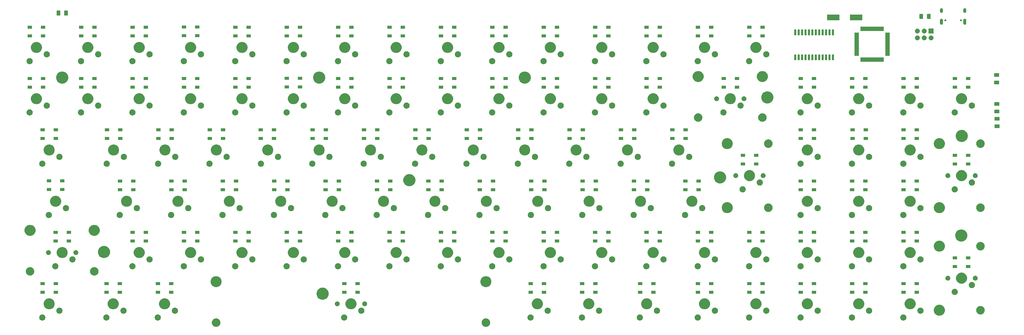
<source format=gbr>
G04 #@! TF.GenerationSoftware,KiCad,Pcbnew,(5.1.4)-1*
G04 #@! TF.CreationDate,2023-02-28T10:46:50+01:00*
G04 #@! TF.ProjectId,pcb,7063622e-6b69-4636-9164-5f7063625858,1.0*
G04 #@! TF.SameCoordinates,Original*
G04 #@! TF.FileFunction,Soldermask,Top*
G04 #@! TF.FilePolarity,Negative*
%FSLAX46Y46*%
G04 Gerber Fmt 4.6, Leading zero omitted, Abs format (unit mm)*
G04 Created by KiCad (PCBNEW (5.1.4)-1) date 2023-02-28 10:46:50*
%MOMM*%
%LPD*%
G04 APERTURE LIST*
%ADD10C,0.100000*%
G04 APERTURE END LIST*
D10*
G36*
X203075083Y-235182090D02*
G01*
X203303702Y-235227564D01*
X203590516Y-235346367D01*
X203848642Y-235518841D01*
X204068159Y-235738358D01*
X204240633Y-235996484D01*
X204359436Y-236283298D01*
X204420000Y-236587778D01*
X204420000Y-236898222D01*
X204359436Y-237202702D01*
X204240633Y-237489516D01*
X204068159Y-237747642D01*
X203848642Y-237967159D01*
X203590516Y-238139633D01*
X203303702Y-238258436D01*
X203075083Y-238303910D01*
X202999224Y-238319000D01*
X202688776Y-238319000D01*
X202612917Y-238303910D01*
X202384298Y-238258436D01*
X202097484Y-238139633D01*
X201839358Y-237967159D01*
X201619841Y-237747642D01*
X201447367Y-237489516D01*
X201328564Y-237202702D01*
X201268000Y-236898222D01*
X201268000Y-236587778D01*
X201328564Y-236283298D01*
X201447367Y-235996484D01*
X201619841Y-235738358D01*
X201839358Y-235518841D01*
X202097484Y-235346367D01*
X202384298Y-235227564D01*
X202612917Y-235182090D01*
X202688776Y-235167000D01*
X202999224Y-235167000D01*
X203075083Y-235182090D01*
X203075083Y-235182090D01*
G37*
G36*
X103075083Y-235182090D02*
G01*
X103303702Y-235227564D01*
X103590516Y-235346367D01*
X103848642Y-235518841D01*
X104068159Y-235738358D01*
X104240633Y-235996484D01*
X104359436Y-236283298D01*
X104420000Y-236587778D01*
X104420000Y-236898222D01*
X104359436Y-237202702D01*
X104240633Y-237489516D01*
X104068159Y-237747642D01*
X103848642Y-237967159D01*
X103590516Y-238139633D01*
X103303702Y-238258436D01*
X103075083Y-238303910D01*
X102999224Y-238319000D01*
X102688776Y-238319000D01*
X102612917Y-238303910D01*
X102384298Y-238258436D01*
X102097484Y-238139633D01*
X101839358Y-237967159D01*
X101619841Y-237747642D01*
X101447367Y-237489516D01*
X101328564Y-237202702D01*
X101268000Y-236898222D01*
X101268000Y-236587778D01*
X101328564Y-236283298D01*
X101447367Y-235996484D01*
X101619841Y-235738358D01*
X101839358Y-235518841D01*
X102097484Y-235346367D01*
X102384298Y-235227564D01*
X102612917Y-235182090D01*
X102688776Y-235167000D01*
X102999224Y-235167000D01*
X103075083Y-235182090D01*
X103075083Y-235182090D01*
G37*
G36*
X81440466Y-233694000D02*
G01*
X81552234Y-233716232D01*
X81761703Y-233802997D01*
X81950220Y-233928960D01*
X82110540Y-234089280D01*
X82236503Y-234277797D01*
X82323268Y-234487266D01*
X82367500Y-234709636D01*
X82367500Y-234936364D01*
X82323268Y-235158734D01*
X82236503Y-235368203D01*
X82110540Y-235556720D01*
X81950220Y-235717040D01*
X81761703Y-235843003D01*
X81552234Y-235929768D01*
X81441049Y-235951884D01*
X81329865Y-235974000D01*
X81103135Y-235974000D01*
X80991951Y-235951884D01*
X80880766Y-235929768D01*
X80671297Y-235843003D01*
X80482780Y-235717040D01*
X80322460Y-235556720D01*
X80196497Y-235368203D01*
X80109732Y-235158734D01*
X80065500Y-234936364D01*
X80065500Y-234709636D01*
X80109732Y-234487266D01*
X80196497Y-234277797D01*
X80322460Y-234089280D01*
X80482780Y-233928960D01*
X80671297Y-233802997D01*
X80880766Y-233716232D01*
X80992534Y-233694000D01*
X81103135Y-233672000D01*
X81329865Y-233672000D01*
X81440466Y-233694000D01*
X81440466Y-233694000D01*
G37*
G36*
X300641966Y-233694000D02*
G01*
X300753734Y-233716232D01*
X300963203Y-233802997D01*
X301151720Y-233928960D01*
X301312040Y-234089280D01*
X301438003Y-234277797D01*
X301524768Y-234487266D01*
X301569000Y-234709636D01*
X301569000Y-234936364D01*
X301524768Y-235158734D01*
X301438003Y-235368203D01*
X301312040Y-235556720D01*
X301151720Y-235717040D01*
X300963203Y-235843003D01*
X300753734Y-235929768D01*
X300642549Y-235951884D01*
X300531365Y-235974000D01*
X300304635Y-235974000D01*
X300193451Y-235951884D01*
X300082266Y-235929768D01*
X299872797Y-235843003D01*
X299684280Y-235717040D01*
X299523960Y-235556720D01*
X299397997Y-235368203D01*
X299311232Y-235158734D01*
X299267000Y-234936364D01*
X299267000Y-234709636D01*
X299311232Y-234487266D01*
X299397997Y-234277797D01*
X299523960Y-234089280D01*
X299684280Y-233928960D01*
X299872797Y-233802997D01*
X300082266Y-233716232D01*
X300194034Y-233694000D01*
X300304635Y-233672000D01*
X300531365Y-233672000D01*
X300641966Y-233694000D01*
X300641966Y-233694000D01*
G37*
G36*
X219615966Y-233694000D02*
G01*
X219727734Y-233716232D01*
X219937203Y-233802997D01*
X220125720Y-233928960D01*
X220286040Y-234089280D01*
X220412003Y-234277797D01*
X220498768Y-234487266D01*
X220543000Y-234709636D01*
X220543000Y-234936364D01*
X220498768Y-235158734D01*
X220412003Y-235368203D01*
X220286040Y-235556720D01*
X220125720Y-235717040D01*
X219937203Y-235843003D01*
X219727734Y-235929768D01*
X219616549Y-235951884D01*
X219505365Y-235974000D01*
X219278635Y-235974000D01*
X219167451Y-235951884D01*
X219056266Y-235929768D01*
X218846797Y-235843003D01*
X218658280Y-235717040D01*
X218497960Y-235556720D01*
X218371997Y-235368203D01*
X218285232Y-235158734D01*
X218241000Y-234936364D01*
X218241000Y-234709636D01*
X218285232Y-234487266D01*
X218371997Y-234277797D01*
X218497960Y-234089280D01*
X218658280Y-233928960D01*
X218846797Y-233802997D01*
X219056266Y-233716232D01*
X219168034Y-233694000D01*
X219278635Y-233672000D01*
X219505365Y-233672000D01*
X219615966Y-233694000D01*
X219615966Y-233694000D01*
G37*
G36*
X281591966Y-233694000D02*
G01*
X281703734Y-233716232D01*
X281913203Y-233802997D01*
X282101720Y-233928960D01*
X282262040Y-234089280D01*
X282388003Y-234277797D01*
X282474768Y-234487266D01*
X282519000Y-234709636D01*
X282519000Y-234936364D01*
X282474768Y-235158734D01*
X282388003Y-235368203D01*
X282262040Y-235556720D01*
X282101720Y-235717040D01*
X281913203Y-235843003D01*
X281703734Y-235929768D01*
X281592549Y-235951884D01*
X281481365Y-235974000D01*
X281254635Y-235974000D01*
X281143451Y-235951884D01*
X281032266Y-235929768D01*
X280822797Y-235843003D01*
X280634280Y-235717040D01*
X280473960Y-235556720D01*
X280347997Y-235368203D01*
X280261232Y-235158734D01*
X280217000Y-234936364D01*
X280217000Y-234709636D01*
X280261232Y-234487266D01*
X280347997Y-234277797D01*
X280473960Y-234089280D01*
X280634280Y-233928960D01*
X280822797Y-233802997D01*
X281032266Y-233716232D01*
X281144034Y-233694000D01*
X281254635Y-233672000D01*
X281481365Y-233672000D01*
X281591966Y-233694000D01*
X281591966Y-233694000D01*
G37*
G36*
X62390466Y-233694000D02*
G01*
X62502234Y-233716232D01*
X62711703Y-233802997D01*
X62900220Y-233928960D01*
X63060540Y-234089280D01*
X63186503Y-234277797D01*
X63273268Y-234487266D01*
X63317500Y-234709636D01*
X63317500Y-234936364D01*
X63273268Y-235158734D01*
X63186503Y-235368203D01*
X63060540Y-235556720D01*
X62900220Y-235717040D01*
X62711703Y-235843003D01*
X62502234Y-235929768D01*
X62391049Y-235951884D01*
X62279865Y-235974000D01*
X62053135Y-235974000D01*
X61941951Y-235951884D01*
X61830766Y-235929768D01*
X61621297Y-235843003D01*
X61432780Y-235717040D01*
X61272460Y-235556720D01*
X61146497Y-235368203D01*
X61059732Y-235158734D01*
X61015500Y-234936364D01*
X61015500Y-234709636D01*
X61059732Y-234487266D01*
X61146497Y-234277797D01*
X61272460Y-234089280D01*
X61432780Y-233928960D01*
X61621297Y-233802997D01*
X61830766Y-233716232D01*
X61942534Y-233694000D01*
X62053135Y-233672000D01*
X62279865Y-233672000D01*
X62390466Y-233694000D01*
X62390466Y-233694000D01*
G37*
G36*
X319691966Y-233694000D02*
G01*
X319803734Y-233716232D01*
X320013203Y-233802997D01*
X320201720Y-233928960D01*
X320362040Y-234089280D01*
X320488003Y-234277797D01*
X320574768Y-234487266D01*
X320619000Y-234709636D01*
X320619000Y-234936364D01*
X320574768Y-235158734D01*
X320488003Y-235368203D01*
X320362040Y-235556720D01*
X320201720Y-235717040D01*
X320013203Y-235843003D01*
X319803734Y-235929768D01*
X319692549Y-235951884D01*
X319581365Y-235974000D01*
X319354635Y-235974000D01*
X319243451Y-235951884D01*
X319132266Y-235929768D01*
X318922797Y-235843003D01*
X318734280Y-235717040D01*
X318573960Y-235556720D01*
X318447997Y-235368203D01*
X318361232Y-235158734D01*
X318317000Y-234936364D01*
X318317000Y-234709636D01*
X318361232Y-234487266D01*
X318447997Y-234277797D01*
X318573960Y-234089280D01*
X318734280Y-233928960D01*
X318922797Y-233802997D01*
X319132266Y-233716232D01*
X319244034Y-233694000D01*
X319354635Y-233672000D01*
X319581365Y-233672000D01*
X319691966Y-233694000D01*
X319691966Y-233694000D01*
G37*
G36*
X238665966Y-233694000D02*
G01*
X238777734Y-233716232D01*
X238987203Y-233802997D01*
X239175720Y-233928960D01*
X239336040Y-234089280D01*
X239462003Y-234277797D01*
X239548768Y-234487266D01*
X239593000Y-234709636D01*
X239593000Y-234936364D01*
X239548768Y-235158734D01*
X239462003Y-235368203D01*
X239336040Y-235556720D01*
X239175720Y-235717040D01*
X238987203Y-235843003D01*
X238777734Y-235929768D01*
X238666549Y-235951884D01*
X238555365Y-235974000D01*
X238328635Y-235974000D01*
X238217451Y-235951884D01*
X238106266Y-235929768D01*
X237896797Y-235843003D01*
X237708280Y-235717040D01*
X237547960Y-235556720D01*
X237421997Y-235368203D01*
X237335232Y-235158734D01*
X237291000Y-234936364D01*
X237291000Y-234709636D01*
X237335232Y-234487266D01*
X237421997Y-234277797D01*
X237547960Y-234089280D01*
X237708280Y-233928960D01*
X237896797Y-233802997D01*
X238106266Y-233716232D01*
X238218034Y-233694000D01*
X238328635Y-233672000D01*
X238555365Y-233672000D01*
X238665966Y-233694000D01*
X238665966Y-233694000D01*
G37*
G36*
X38641466Y-233694000D02*
G01*
X38753234Y-233716232D01*
X38962703Y-233802997D01*
X39151220Y-233928960D01*
X39311540Y-234089280D01*
X39437503Y-234277797D01*
X39524268Y-234487266D01*
X39568500Y-234709636D01*
X39568500Y-234936364D01*
X39524268Y-235158734D01*
X39437503Y-235368203D01*
X39311540Y-235556720D01*
X39151220Y-235717040D01*
X38962703Y-235843003D01*
X38753234Y-235929768D01*
X38642049Y-235951884D01*
X38530865Y-235974000D01*
X38304135Y-235974000D01*
X38192951Y-235951884D01*
X38081766Y-235929768D01*
X37872297Y-235843003D01*
X37683780Y-235717040D01*
X37523460Y-235556720D01*
X37397497Y-235368203D01*
X37310732Y-235158734D01*
X37266500Y-234936364D01*
X37266500Y-234709636D01*
X37310732Y-234487266D01*
X37397497Y-234277797D01*
X37523460Y-234089280D01*
X37683780Y-233928960D01*
X37872297Y-233802997D01*
X38081766Y-233716232D01*
X38193534Y-233694000D01*
X38304135Y-233672000D01*
X38530865Y-233672000D01*
X38641466Y-233694000D01*
X38641466Y-233694000D01*
G37*
G36*
X150527966Y-233694000D02*
G01*
X150639734Y-233716232D01*
X150849203Y-233802997D01*
X151037720Y-233928960D01*
X151198040Y-234089280D01*
X151324003Y-234277797D01*
X151410768Y-234487266D01*
X151455000Y-234709636D01*
X151455000Y-234936364D01*
X151410768Y-235158734D01*
X151324003Y-235368203D01*
X151198040Y-235556720D01*
X151037720Y-235717040D01*
X150849203Y-235843003D01*
X150639734Y-235929768D01*
X150528549Y-235951884D01*
X150417365Y-235974000D01*
X150190635Y-235974000D01*
X150079451Y-235951884D01*
X149968266Y-235929768D01*
X149758797Y-235843003D01*
X149570280Y-235717040D01*
X149409960Y-235556720D01*
X149283997Y-235368203D01*
X149197232Y-235158734D01*
X149153000Y-234936364D01*
X149153000Y-234709636D01*
X149197232Y-234487266D01*
X149283997Y-234277797D01*
X149409960Y-234089280D01*
X149570280Y-233928960D01*
X149758797Y-233802997D01*
X149968266Y-233716232D01*
X150080034Y-233694000D01*
X150190635Y-233672000D01*
X150417365Y-233672000D01*
X150527966Y-233694000D01*
X150527966Y-233694000D01*
G37*
G36*
X338741966Y-233694000D02*
G01*
X338853734Y-233716232D01*
X339063203Y-233802997D01*
X339251720Y-233928960D01*
X339412040Y-234089280D01*
X339538003Y-234277797D01*
X339624768Y-234487266D01*
X339669000Y-234709636D01*
X339669000Y-234936364D01*
X339624768Y-235158734D01*
X339538003Y-235368203D01*
X339412040Y-235556720D01*
X339251720Y-235717040D01*
X339063203Y-235843003D01*
X338853734Y-235929768D01*
X338742549Y-235951884D01*
X338631365Y-235974000D01*
X338404635Y-235974000D01*
X338293451Y-235951884D01*
X338182266Y-235929768D01*
X337972797Y-235843003D01*
X337784280Y-235717040D01*
X337623960Y-235556720D01*
X337497997Y-235368203D01*
X337411232Y-235158734D01*
X337367000Y-234936364D01*
X337367000Y-234709636D01*
X337411232Y-234487266D01*
X337497997Y-234277797D01*
X337623960Y-234089280D01*
X337784280Y-233928960D01*
X337972797Y-233802997D01*
X338182266Y-233716232D01*
X338294034Y-233694000D01*
X338404635Y-233672000D01*
X338631365Y-233672000D01*
X338741966Y-233694000D01*
X338741966Y-233694000D01*
G37*
G36*
X260129966Y-233694000D02*
G01*
X260241734Y-233716232D01*
X260451203Y-233802997D01*
X260639720Y-233928960D01*
X260800040Y-234089280D01*
X260926003Y-234277797D01*
X261012768Y-234487266D01*
X261057000Y-234709636D01*
X261057000Y-234936364D01*
X261012768Y-235158734D01*
X260926003Y-235368203D01*
X260800040Y-235556720D01*
X260639720Y-235717040D01*
X260451203Y-235843003D01*
X260241734Y-235929768D01*
X260130549Y-235951884D01*
X260019365Y-235974000D01*
X259792635Y-235974000D01*
X259681451Y-235951884D01*
X259570266Y-235929768D01*
X259360797Y-235843003D01*
X259172280Y-235717040D01*
X259011960Y-235556720D01*
X258885997Y-235368203D01*
X258799232Y-235158734D01*
X258755000Y-234936364D01*
X258755000Y-234709636D01*
X258799232Y-234487266D01*
X258885997Y-234277797D01*
X259011960Y-234089280D01*
X259172280Y-233928960D01*
X259360797Y-233802997D01*
X259570266Y-233716232D01*
X259682034Y-233694000D01*
X259792635Y-233672000D01*
X260019365Y-233672000D01*
X260129966Y-233694000D01*
X260129966Y-233694000D01*
G37*
G36*
X357791966Y-233694000D02*
G01*
X357903734Y-233716232D01*
X358113203Y-233802997D01*
X358301720Y-233928960D01*
X358462040Y-234089280D01*
X358588003Y-234277797D01*
X358674768Y-234487266D01*
X358719000Y-234709636D01*
X358719000Y-234936364D01*
X358674768Y-235158734D01*
X358588003Y-235368203D01*
X358462040Y-235556720D01*
X358301720Y-235717040D01*
X358113203Y-235843003D01*
X357903734Y-235929768D01*
X357792549Y-235951884D01*
X357681365Y-235974000D01*
X357454635Y-235974000D01*
X357343451Y-235951884D01*
X357232266Y-235929768D01*
X357022797Y-235843003D01*
X356834280Y-235717040D01*
X356673960Y-235556720D01*
X356547997Y-235368203D01*
X356461232Y-235158734D01*
X356417000Y-234936364D01*
X356417000Y-234709636D01*
X356461232Y-234487266D01*
X356547997Y-234277797D01*
X356673960Y-234089280D01*
X356834280Y-233928960D01*
X357022797Y-233802997D01*
X357232266Y-233716232D01*
X357344034Y-233694000D01*
X357454635Y-233672000D01*
X357681365Y-233672000D01*
X357791966Y-233694000D01*
X357791966Y-233694000D01*
G37*
G36*
X371516254Y-230145818D02*
G01*
X371889511Y-230300426D01*
X371889513Y-230300427D01*
X372225436Y-230524884D01*
X372511116Y-230810564D01*
X372671394Y-231050436D01*
X372735574Y-231146489D01*
X372890182Y-231519746D01*
X372969000Y-231915993D01*
X372969000Y-232320007D01*
X372890182Y-232716254D01*
X372765725Y-233016719D01*
X372735573Y-233089513D01*
X372511116Y-233425436D01*
X372225436Y-233711116D01*
X371889513Y-233935573D01*
X371889512Y-233935574D01*
X371889511Y-233935574D01*
X371516254Y-234090182D01*
X371120007Y-234169000D01*
X370715993Y-234169000D01*
X370319746Y-234090182D01*
X369946489Y-233935574D01*
X369946488Y-233935574D01*
X369946487Y-233935573D01*
X369610564Y-233711116D01*
X369324884Y-233425436D01*
X369100427Y-233089513D01*
X369070275Y-233016719D01*
X368945818Y-232716254D01*
X368867000Y-232320007D01*
X368867000Y-231915993D01*
X368945818Y-231519746D01*
X369100426Y-231146489D01*
X369164607Y-231050436D01*
X369324884Y-230810564D01*
X369610564Y-230524884D01*
X369946487Y-230300427D01*
X369946489Y-230300426D01*
X370319746Y-230145818D01*
X370715993Y-230067000D01*
X371120007Y-230067000D01*
X371516254Y-230145818D01*
X371516254Y-230145818D01*
G37*
G36*
X386389083Y-230557090D02*
G01*
X386617702Y-230602564D01*
X386904516Y-230721367D01*
X387162642Y-230893841D01*
X387382159Y-231113358D01*
X387554633Y-231371484D01*
X387673436Y-231658298D01*
X387734000Y-231962778D01*
X387734000Y-232273222D01*
X387673436Y-232577702D01*
X387554633Y-232864516D01*
X387382159Y-233122642D01*
X387162642Y-233342159D01*
X386904516Y-233514633D01*
X386617702Y-233633436D01*
X386389083Y-233678910D01*
X386313224Y-233694000D01*
X386002776Y-233694000D01*
X385926917Y-233678910D01*
X385698298Y-233633436D01*
X385411484Y-233514633D01*
X385153358Y-233342159D01*
X384933841Y-233122642D01*
X384761367Y-232864516D01*
X384642564Y-232577702D01*
X384582000Y-232273222D01*
X384582000Y-231962778D01*
X384642564Y-231658298D01*
X384761367Y-231371484D01*
X384933841Y-231113358D01*
X385153358Y-230893841D01*
X385411484Y-230721367D01*
X385698298Y-230602564D01*
X385926917Y-230557090D01*
X386002776Y-230542000D01*
X386313224Y-230542000D01*
X386389083Y-230557090D01*
X386389083Y-230557090D01*
G37*
G36*
X287942549Y-231154116D02*
G01*
X288053734Y-231176232D01*
X288263203Y-231262997D01*
X288451720Y-231388960D01*
X288612040Y-231549280D01*
X288738003Y-231737797D01*
X288824768Y-231947266D01*
X288869000Y-232169636D01*
X288869000Y-232396364D01*
X288824768Y-232618734D01*
X288738003Y-232828203D01*
X288612040Y-233016720D01*
X288451720Y-233177040D01*
X288263203Y-233303003D01*
X288053734Y-233389768D01*
X287942549Y-233411884D01*
X287831365Y-233434000D01*
X287604635Y-233434000D01*
X287493451Y-233411884D01*
X287382266Y-233389768D01*
X287172797Y-233303003D01*
X286984280Y-233177040D01*
X286823960Y-233016720D01*
X286697997Y-232828203D01*
X286611232Y-232618734D01*
X286567000Y-232396364D01*
X286567000Y-232169636D01*
X286611232Y-231947266D01*
X286697997Y-231737797D01*
X286823960Y-231549280D01*
X286984280Y-231388960D01*
X287172797Y-231262997D01*
X287382266Y-231176232D01*
X287493451Y-231154116D01*
X287604635Y-231132000D01*
X287831365Y-231132000D01*
X287942549Y-231154116D01*
X287942549Y-231154116D01*
G37*
G36*
X266480549Y-231154116D02*
G01*
X266591734Y-231176232D01*
X266801203Y-231262997D01*
X266989720Y-231388960D01*
X267150040Y-231549280D01*
X267276003Y-231737797D01*
X267362768Y-231947266D01*
X267407000Y-232169636D01*
X267407000Y-232396364D01*
X267362768Y-232618734D01*
X267276003Y-232828203D01*
X267150040Y-233016720D01*
X266989720Y-233177040D01*
X266801203Y-233303003D01*
X266591734Y-233389768D01*
X266480549Y-233411884D01*
X266369365Y-233434000D01*
X266142635Y-233434000D01*
X266031451Y-233411884D01*
X265920266Y-233389768D01*
X265710797Y-233303003D01*
X265522280Y-233177040D01*
X265361960Y-233016720D01*
X265235997Y-232828203D01*
X265149232Y-232618734D01*
X265105000Y-232396364D01*
X265105000Y-232169636D01*
X265149232Y-231947266D01*
X265235997Y-231737797D01*
X265361960Y-231549280D01*
X265522280Y-231388960D01*
X265710797Y-231262997D01*
X265920266Y-231176232D01*
X266031451Y-231154116D01*
X266142635Y-231132000D01*
X266369365Y-231132000D01*
X266480549Y-231154116D01*
X266480549Y-231154116D01*
G37*
G36*
X156878549Y-231154116D02*
G01*
X156989734Y-231176232D01*
X157199203Y-231262997D01*
X157387720Y-231388960D01*
X157548040Y-231549280D01*
X157674003Y-231737797D01*
X157760768Y-231947266D01*
X157805000Y-232169636D01*
X157805000Y-232396364D01*
X157760768Y-232618734D01*
X157674003Y-232828203D01*
X157548040Y-233016720D01*
X157387720Y-233177040D01*
X157199203Y-233303003D01*
X156989734Y-233389768D01*
X156878549Y-233411884D01*
X156767365Y-233434000D01*
X156540635Y-233434000D01*
X156429451Y-233411884D01*
X156318266Y-233389768D01*
X156108797Y-233303003D01*
X155920280Y-233177040D01*
X155759960Y-233016720D01*
X155633997Y-232828203D01*
X155547232Y-232618734D01*
X155503000Y-232396364D01*
X155503000Y-232169636D01*
X155547232Y-231947266D01*
X155633997Y-231737797D01*
X155759960Y-231549280D01*
X155920280Y-231388960D01*
X156108797Y-231262997D01*
X156318266Y-231176232D01*
X156429451Y-231154116D01*
X156540635Y-231132000D01*
X156767365Y-231132000D01*
X156878549Y-231154116D01*
X156878549Y-231154116D01*
G37*
G36*
X44992049Y-231154116D02*
G01*
X45103234Y-231176232D01*
X45312703Y-231262997D01*
X45501220Y-231388960D01*
X45661540Y-231549280D01*
X45787503Y-231737797D01*
X45874268Y-231947266D01*
X45918500Y-232169636D01*
X45918500Y-232396364D01*
X45874268Y-232618734D01*
X45787503Y-232828203D01*
X45661540Y-233016720D01*
X45501220Y-233177040D01*
X45312703Y-233303003D01*
X45103234Y-233389768D01*
X44992049Y-233411884D01*
X44880865Y-233434000D01*
X44654135Y-233434000D01*
X44542951Y-233411884D01*
X44431766Y-233389768D01*
X44222297Y-233303003D01*
X44033780Y-233177040D01*
X43873460Y-233016720D01*
X43747497Y-232828203D01*
X43660732Y-232618734D01*
X43616500Y-232396364D01*
X43616500Y-232169636D01*
X43660732Y-231947266D01*
X43747497Y-231737797D01*
X43873460Y-231549280D01*
X44033780Y-231388960D01*
X44222297Y-231262997D01*
X44431766Y-231176232D01*
X44542951Y-231154116D01*
X44654135Y-231132000D01*
X44880865Y-231132000D01*
X44992049Y-231154116D01*
X44992049Y-231154116D01*
G37*
G36*
X245016549Y-231154116D02*
G01*
X245127734Y-231176232D01*
X245337203Y-231262997D01*
X245525720Y-231388960D01*
X245686040Y-231549280D01*
X245812003Y-231737797D01*
X245898768Y-231947266D01*
X245943000Y-232169636D01*
X245943000Y-232396364D01*
X245898768Y-232618734D01*
X245812003Y-232828203D01*
X245686040Y-233016720D01*
X245525720Y-233177040D01*
X245337203Y-233303003D01*
X245127734Y-233389768D01*
X245016549Y-233411884D01*
X244905365Y-233434000D01*
X244678635Y-233434000D01*
X244567451Y-233411884D01*
X244456266Y-233389768D01*
X244246797Y-233303003D01*
X244058280Y-233177040D01*
X243897960Y-233016720D01*
X243771997Y-232828203D01*
X243685232Y-232618734D01*
X243641000Y-232396364D01*
X243641000Y-232169636D01*
X243685232Y-231947266D01*
X243771997Y-231737797D01*
X243897960Y-231549280D01*
X244058280Y-231388960D01*
X244246797Y-231262997D01*
X244456266Y-231176232D01*
X244567451Y-231154116D01*
X244678635Y-231132000D01*
X244905365Y-231132000D01*
X245016549Y-231154116D01*
X245016549Y-231154116D01*
G37*
G36*
X68741049Y-231154116D02*
G01*
X68852234Y-231176232D01*
X69061703Y-231262997D01*
X69250220Y-231388960D01*
X69410540Y-231549280D01*
X69536503Y-231737797D01*
X69623268Y-231947266D01*
X69667500Y-232169636D01*
X69667500Y-232396364D01*
X69623268Y-232618734D01*
X69536503Y-232828203D01*
X69410540Y-233016720D01*
X69250220Y-233177040D01*
X69061703Y-233303003D01*
X68852234Y-233389768D01*
X68741049Y-233411884D01*
X68629865Y-233434000D01*
X68403135Y-233434000D01*
X68291951Y-233411884D01*
X68180766Y-233389768D01*
X67971297Y-233303003D01*
X67782780Y-233177040D01*
X67622460Y-233016720D01*
X67496497Y-232828203D01*
X67409732Y-232618734D01*
X67365500Y-232396364D01*
X67365500Y-232169636D01*
X67409732Y-231947266D01*
X67496497Y-231737797D01*
X67622460Y-231549280D01*
X67782780Y-231388960D01*
X67971297Y-231262997D01*
X68180766Y-231176232D01*
X68291951Y-231154116D01*
X68403135Y-231132000D01*
X68629865Y-231132000D01*
X68741049Y-231154116D01*
X68741049Y-231154116D01*
G37*
G36*
X87791049Y-231154116D02*
G01*
X87902234Y-231176232D01*
X88111703Y-231262997D01*
X88300220Y-231388960D01*
X88460540Y-231549280D01*
X88586503Y-231737797D01*
X88673268Y-231947266D01*
X88717500Y-232169636D01*
X88717500Y-232396364D01*
X88673268Y-232618734D01*
X88586503Y-232828203D01*
X88460540Y-233016720D01*
X88300220Y-233177040D01*
X88111703Y-233303003D01*
X87902234Y-233389768D01*
X87791049Y-233411884D01*
X87679865Y-233434000D01*
X87453135Y-233434000D01*
X87341951Y-233411884D01*
X87230766Y-233389768D01*
X87021297Y-233303003D01*
X86832780Y-233177040D01*
X86672460Y-233016720D01*
X86546497Y-232828203D01*
X86459732Y-232618734D01*
X86415500Y-232396364D01*
X86415500Y-232169636D01*
X86459732Y-231947266D01*
X86546497Y-231737797D01*
X86672460Y-231549280D01*
X86832780Y-231388960D01*
X87021297Y-231262997D01*
X87230766Y-231176232D01*
X87341951Y-231154116D01*
X87453135Y-231132000D01*
X87679865Y-231132000D01*
X87791049Y-231154116D01*
X87791049Y-231154116D01*
G37*
G36*
X364142549Y-231154116D02*
G01*
X364253734Y-231176232D01*
X364463203Y-231262997D01*
X364651720Y-231388960D01*
X364812040Y-231549280D01*
X364938003Y-231737797D01*
X365024768Y-231947266D01*
X365069000Y-232169636D01*
X365069000Y-232396364D01*
X365024768Y-232618734D01*
X364938003Y-232828203D01*
X364812040Y-233016720D01*
X364651720Y-233177040D01*
X364463203Y-233303003D01*
X364253734Y-233389768D01*
X364142549Y-233411884D01*
X364031365Y-233434000D01*
X363804635Y-233434000D01*
X363693451Y-233411884D01*
X363582266Y-233389768D01*
X363372797Y-233303003D01*
X363184280Y-233177040D01*
X363023960Y-233016720D01*
X362897997Y-232828203D01*
X362811232Y-232618734D01*
X362767000Y-232396364D01*
X362767000Y-232169636D01*
X362811232Y-231947266D01*
X362897997Y-231737797D01*
X363023960Y-231549280D01*
X363184280Y-231388960D01*
X363372797Y-231262997D01*
X363582266Y-231176232D01*
X363693451Y-231154116D01*
X363804635Y-231132000D01*
X364031365Y-231132000D01*
X364142549Y-231154116D01*
X364142549Y-231154116D01*
G37*
G36*
X306992549Y-231154116D02*
G01*
X307103734Y-231176232D01*
X307313203Y-231262997D01*
X307501720Y-231388960D01*
X307662040Y-231549280D01*
X307788003Y-231737797D01*
X307874768Y-231947266D01*
X307919000Y-232169636D01*
X307919000Y-232396364D01*
X307874768Y-232618734D01*
X307788003Y-232828203D01*
X307662040Y-233016720D01*
X307501720Y-233177040D01*
X307313203Y-233303003D01*
X307103734Y-233389768D01*
X306992549Y-233411884D01*
X306881365Y-233434000D01*
X306654635Y-233434000D01*
X306543451Y-233411884D01*
X306432266Y-233389768D01*
X306222797Y-233303003D01*
X306034280Y-233177040D01*
X305873960Y-233016720D01*
X305747997Y-232828203D01*
X305661232Y-232618734D01*
X305617000Y-232396364D01*
X305617000Y-232169636D01*
X305661232Y-231947266D01*
X305747997Y-231737797D01*
X305873960Y-231549280D01*
X306034280Y-231388960D01*
X306222797Y-231262997D01*
X306432266Y-231176232D01*
X306543451Y-231154116D01*
X306654635Y-231132000D01*
X306881365Y-231132000D01*
X306992549Y-231154116D01*
X306992549Y-231154116D01*
G37*
G36*
X225966549Y-231154116D02*
G01*
X226077734Y-231176232D01*
X226287203Y-231262997D01*
X226475720Y-231388960D01*
X226636040Y-231549280D01*
X226762003Y-231737797D01*
X226848768Y-231947266D01*
X226893000Y-232169636D01*
X226893000Y-232396364D01*
X226848768Y-232618734D01*
X226762003Y-232828203D01*
X226636040Y-233016720D01*
X226475720Y-233177040D01*
X226287203Y-233303003D01*
X226077734Y-233389768D01*
X225966549Y-233411884D01*
X225855365Y-233434000D01*
X225628635Y-233434000D01*
X225517451Y-233411884D01*
X225406266Y-233389768D01*
X225196797Y-233303003D01*
X225008280Y-233177040D01*
X224847960Y-233016720D01*
X224721997Y-232828203D01*
X224635232Y-232618734D01*
X224591000Y-232396364D01*
X224591000Y-232169636D01*
X224635232Y-231947266D01*
X224721997Y-231737797D01*
X224847960Y-231549280D01*
X225008280Y-231388960D01*
X225196797Y-231262997D01*
X225406266Y-231176232D01*
X225517451Y-231154116D01*
X225628635Y-231132000D01*
X225855365Y-231132000D01*
X225966549Y-231154116D01*
X225966549Y-231154116D01*
G37*
G36*
X345092549Y-231154116D02*
G01*
X345203734Y-231176232D01*
X345413203Y-231262997D01*
X345601720Y-231388960D01*
X345762040Y-231549280D01*
X345888003Y-231737797D01*
X345974768Y-231947266D01*
X346019000Y-232169636D01*
X346019000Y-232396364D01*
X345974768Y-232618734D01*
X345888003Y-232828203D01*
X345762040Y-233016720D01*
X345601720Y-233177040D01*
X345413203Y-233303003D01*
X345203734Y-233389768D01*
X345092549Y-233411884D01*
X344981365Y-233434000D01*
X344754635Y-233434000D01*
X344643451Y-233411884D01*
X344532266Y-233389768D01*
X344322797Y-233303003D01*
X344134280Y-233177040D01*
X343973960Y-233016720D01*
X343847997Y-232828203D01*
X343761232Y-232618734D01*
X343717000Y-232396364D01*
X343717000Y-232169636D01*
X343761232Y-231947266D01*
X343847997Y-231737797D01*
X343973960Y-231549280D01*
X344134280Y-231388960D01*
X344322797Y-231262997D01*
X344532266Y-231176232D01*
X344643451Y-231154116D01*
X344754635Y-231132000D01*
X344981365Y-231132000D01*
X345092549Y-231154116D01*
X345092549Y-231154116D01*
G37*
G36*
X326042549Y-231154116D02*
G01*
X326153734Y-231176232D01*
X326363203Y-231262997D01*
X326551720Y-231388960D01*
X326712040Y-231549280D01*
X326838003Y-231737797D01*
X326924768Y-231947266D01*
X326969000Y-232169636D01*
X326969000Y-232396364D01*
X326924768Y-232618734D01*
X326838003Y-232828203D01*
X326712040Y-233016720D01*
X326551720Y-233177040D01*
X326363203Y-233303003D01*
X326153734Y-233389768D01*
X326042549Y-233411884D01*
X325931365Y-233434000D01*
X325704635Y-233434000D01*
X325593451Y-233411884D01*
X325482266Y-233389768D01*
X325272797Y-233303003D01*
X325084280Y-233177040D01*
X324923960Y-233016720D01*
X324797997Y-232828203D01*
X324711232Y-232618734D01*
X324667000Y-232396364D01*
X324667000Y-232169636D01*
X324711232Y-231947266D01*
X324797997Y-231737797D01*
X324923960Y-231549280D01*
X325084280Y-231388960D01*
X325272797Y-231262997D01*
X325482266Y-231176232D01*
X325593451Y-231154116D01*
X325704635Y-231132000D01*
X325931365Y-231132000D01*
X326042549Y-231154116D01*
X326042549Y-231154116D01*
G37*
G36*
X153442254Y-227770818D02*
G01*
X153759250Y-227902122D01*
X153815513Y-227925427D01*
X153864227Y-227957977D01*
X154151436Y-228149884D01*
X154437116Y-228435564D01*
X154661574Y-228771489D01*
X154816182Y-229144746D01*
X154895000Y-229540993D01*
X154895000Y-229945007D01*
X154816182Y-230341254D01*
X154661574Y-230714511D01*
X154661573Y-230714513D01*
X154437116Y-231050436D01*
X154151436Y-231336116D01*
X153815513Y-231560573D01*
X153815512Y-231560574D01*
X153815511Y-231560574D01*
X153442254Y-231715182D01*
X153046007Y-231794000D01*
X152641993Y-231794000D01*
X152245746Y-231715182D01*
X151872489Y-231560574D01*
X151872488Y-231560574D01*
X151872487Y-231560573D01*
X151536564Y-231336116D01*
X151250884Y-231050436D01*
X151026427Y-230714513D01*
X151026426Y-230714511D01*
X150871818Y-230341254D01*
X150793000Y-229945007D01*
X150793000Y-229540993D01*
X150871818Y-229144746D01*
X151026426Y-228771489D01*
X151250884Y-228435564D01*
X151536564Y-228149884D01*
X151823773Y-227957977D01*
X151872487Y-227925427D01*
X151928750Y-227902122D01*
X152245746Y-227770818D01*
X152641993Y-227692000D01*
X153046007Y-227692000D01*
X153442254Y-227770818D01*
X153442254Y-227770818D01*
G37*
G36*
X284506254Y-227770818D02*
G01*
X284823250Y-227902122D01*
X284879513Y-227925427D01*
X284928227Y-227957977D01*
X285215436Y-228149884D01*
X285501116Y-228435564D01*
X285725574Y-228771489D01*
X285880182Y-229144746D01*
X285959000Y-229540993D01*
X285959000Y-229945007D01*
X285880182Y-230341254D01*
X285725574Y-230714511D01*
X285725573Y-230714513D01*
X285501116Y-231050436D01*
X285215436Y-231336116D01*
X284879513Y-231560573D01*
X284879512Y-231560574D01*
X284879511Y-231560574D01*
X284506254Y-231715182D01*
X284110007Y-231794000D01*
X283705993Y-231794000D01*
X283309746Y-231715182D01*
X282936489Y-231560574D01*
X282936488Y-231560574D01*
X282936487Y-231560573D01*
X282600564Y-231336116D01*
X282314884Y-231050436D01*
X282090427Y-230714513D01*
X282090426Y-230714511D01*
X281935818Y-230341254D01*
X281857000Y-229945007D01*
X281857000Y-229540993D01*
X281935818Y-229144746D01*
X282090426Y-228771489D01*
X282314884Y-228435564D01*
X282600564Y-228149884D01*
X282887773Y-227957977D01*
X282936487Y-227925427D01*
X282992750Y-227902122D01*
X283309746Y-227770818D01*
X283705993Y-227692000D01*
X284110007Y-227692000D01*
X284506254Y-227770818D01*
X284506254Y-227770818D01*
G37*
G36*
X84354754Y-227770818D02*
G01*
X84671750Y-227902122D01*
X84728013Y-227925427D01*
X84776727Y-227957977D01*
X85063936Y-228149884D01*
X85349616Y-228435564D01*
X85574074Y-228771489D01*
X85728682Y-229144746D01*
X85807500Y-229540993D01*
X85807500Y-229945007D01*
X85728682Y-230341254D01*
X85574074Y-230714511D01*
X85574073Y-230714513D01*
X85349616Y-231050436D01*
X85063936Y-231336116D01*
X84728013Y-231560573D01*
X84728012Y-231560574D01*
X84728011Y-231560574D01*
X84354754Y-231715182D01*
X83958507Y-231794000D01*
X83554493Y-231794000D01*
X83158246Y-231715182D01*
X82784989Y-231560574D01*
X82784988Y-231560574D01*
X82784987Y-231560573D01*
X82449064Y-231336116D01*
X82163384Y-231050436D01*
X81938927Y-230714513D01*
X81938926Y-230714511D01*
X81784318Y-230341254D01*
X81705500Y-229945007D01*
X81705500Y-229540993D01*
X81784318Y-229144746D01*
X81938926Y-228771489D01*
X82163384Y-228435564D01*
X82449064Y-228149884D01*
X82736273Y-227957977D01*
X82784987Y-227925427D01*
X82841250Y-227902122D01*
X83158246Y-227770818D01*
X83554493Y-227692000D01*
X83958507Y-227692000D01*
X84354754Y-227770818D01*
X84354754Y-227770818D01*
G37*
G36*
X303556254Y-227770818D02*
G01*
X303873250Y-227902122D01*
X303929513Y-227925427D01*
X303978227Y-227957977D01*
X304265436Y-228149884D01*
X304551116Y-228435564D01*
X304775574Y-228771489D01*
X304930182Y-229144746D01*
X305009000Y-229540993D01*
X305009000Y-229945007D01*
X304930182Y-230341254D01*
X304775574Y-230714511D01*
X304775573Y-230714513D01*
X304551116Y-231050436D01*
X304265436Y-231336116D01*
X303929513Y-231560573D01*
X303929512Y-231560574D01*
X303929511Y-231560574D01*
X303556254Y-231715182D01*
X303160007Y-231794000D01*
X302755993Y-231794000D01*
X302359746Y-231715182D01*
X301986489Y-231560574D01*
X301986488Y-231560574D01*
X301986487Y-231560573D01*
X301650564Y-231336116D01*
X301364884Y-231050436D01*
X301140427Y-230714513D01*
X301140426Y-230714511D01*
X300985818Y-230341254D01*
X300907000Y-229945007D01*
X300907000Y-229540993D01*
X300985818Y-229144746D01*
X301140426Y-228771489D01*
X301364884Y-228435564D01*
X301650564Y-228149884D01*
X301937773Y-227957977D01*
X301986487Y-227925427D01*
X302042750Y-227902122D01*
X302359746Y-227770818D01*
X302755993Y-227692000D01*
X303160007Y-227692000D01*
X303556254Y-227770818D01*
X303556254Y-227770818D01*
G37*
G36*
X322606254Y-227770818D02*
G01*
X322923250Y-227902122D01*
X322979513Y-227925427D01*
X323028227Y-227957977D01*
X323315436Y-228149884D01*
X323601116Y-228435564D01*
X323825574Y-228771489D01*
X323980182Y-229144746D01*
X324059000Y-229540993D01*
X324059000Y-229945007D01*
X323980182Y-230341254D01*
X323825574Y-230714511D01*
X323825573Y-230714513D01*
X323601116Y-231050436D01*
X323315436Y-231336116D01*
X322979513Y-231560573D01*
X322979512Y-231560574D01*
X322979511Y-231560574D01*
X322606254Y-231715182D01*
X322210007Y-231794000D01*
X321805993Y-231794000D01*
X321409746Y-231715182D01*
X321036489Y-231560574D01*
X321036488Y-231560574D01*
X321036487Y-231560573D01*
X320700564Y-231336116D01*
X320414884Y-231050436D01*
X320190427Y-230714513D01*
X320190426Y-230714511D01*
X320035818Y-230341254D01*
X319957000Y-229945007D01*
X319957000Y-229540993D01*
X320035818Y-229144746D01*
X320190426Y-228771489D01*
X320414884Y-228435564D01*
X320700564Y-228149884D01*
X320987773Y-227957977D01*
X321036487Y-227925427D01*
X321092750Y-227902122D01*
X321409746Y-227770818D01*
X321805993Y-227692000D01*
X322210007Y-227692000D01*
X322606254Y-227770818D01*
X322606254Y-227770818D01*
G37*
G36*
X41555754Y-227770818D02*
G01*
X41872750Y-227902122D01*
X41929013Y-227925427D01*
X41977727Y-227957977D01*
X42264936Y-228149884D01*
X42550616Y-228435564D01*
X42775074Y-228771489D01*
X42929682Y-229144746D01*
X43008500Y-229540993D01*
X43008500Y-229945007D01*
X42929682Y-230341254D01*
X42775074Y-230714511D01*
X42775073Y-230714513D01*
X42550616Y-231050436D01*
X42264936Y-231336116D01*
X41929013Y-231560573D01*
X41929012Y-231560574D01*
X41929011Y-231560574D01*
X41555754Y-231715182D01*
X41159507Y-231794000D01*
X40755493Y-231794000D01*
X40359246Y-231715182D01*
X39985989Y-231560574D01*
X39985988Y-231560574D01*
X39985987Y-231560573D01*
X39650064Y-231336116D01*
X39364384Y-231050436D01*
X39139927Y-230714513D01*
X39139926Y-230714511D01*
X38985318Y-230341254D01*
X38906500Y-229945007D01*
X38906500Y-229540993D01*
X38985318Y-229144746D01*
X39139926Y-228771489D01*
X39364384Y-228435564D01*
X39650064Y-228149884D01*
X39937273Y-227957977D01*
X39985987Y-227925427D01*
X40042250Y-227902122D01*
X40359246Y-227770818D01*
X40755493Y-227692000D01*
X41159507Y-227692000D01*
X41555754Y-227770818D01*
X41555754Y-227770818D01*
G37*
G36*
X65304754Y-227770818D02*
G01*
X65621750Y-227902122D01*
X65678013Y-227925427D01*
X65726727Y-227957977D01*
X66013936Y-228149884D01*
X66299616Y-228435564D01*
X66524074Y-228771489D01*
X66678682Y-229144746D01*
X66757500Y-229540993D01*
X66757500Y-229945007D01*
X66678682Y-230341254D01*
X66524074Y-230714511D01*
X66524073Y-230714513D01*
X66299616Y-231050436D01*
X66013936Y-231336116D01*
X65678013Y-231560573D01*
X65678012Y-231560574D01*
X65678011Y-231560574D01*
X65304754Y-231715182D01*
X64908507Y-231794000D01*
X64504493Y-231794000D01*
X64108246Y-231715182D01*
X63734989Y-231560574D01*
X63734988Y-231560574D01*
X63734987Y-231560573D01*
X63399064Y-231336116D01*
X63113384Y-231050436D01*
X62888927Y-230714513D01*
X62888926Y-230714511D01*
X62734318Y-230341254D01*
X62655500Y-229945007D01*
X62655500Y-229540993D01*
X62734318Y-229144746D01*
X62888926Y-228771489D01*
X63113384Y-228435564D01*
X63399064Y-228149884D01*
X63686273Y-227957977D01*
X63734987Y-227925427D01*
X63791250Y-227902122D01*
X64108246Y-227770818D01*
X64504493Y-227692000D01*
X64908507Y-227692000D01*
X65304754Y-227770818D01*
X65304754Y-227770818D01*
G37*
G36*
X241580254Y-227770818D02*
G01*
X241897250Y-227902122D01*
X241953513Y-227925427D01*
X242002227Y-227957977D01*
X242289436Y-228149884D01*
X242575116Y-228435564D01*
X242799574Y-228771489D01*
X242954182Y-229144746D01*
X243033000Y-229540993D01*
X243033000Y-229945007D01*
X242954182Y-230341254D01*
X242799574Y-230714511D01*
X242799573Y-230714513D01*
X242575116Y-231050436D01*
X242289436Y-231336116D01*
X241953513Y-231560573D01*
X241953512Y-231560574D01*
X241953511Y-231560574D01*
X241580254Y-231715182D01*
X241184007Y-231794000D01*
X240779993Y-231794000D01*
X240383746Y-231715182D01*
X240010489Y-231560574D01*
X240010488Y-231560574D01*
X240010487Y-231560573D01*
X239674564Y-231336116D01*
X239388884Y-231050436D01*
X239164427Y-230714513D01*
X239164426Y-230714511D01*
X239009818Y-230341254D01*
X238931000Y-229945007D01*
X238931000Y-229540993D01*
X239009818Y-229144746D01*
X239164426Y-228771489D01*
X239388884Y-228435564D01*
X239674564Y-228149884D01*
X239961773Y-227957977D01*
X240010487Y-227925427D01*
X240066750Y-227902122D01*
X240383746Y-227770818D01*
X240779993Y-227692000D01*
X241184007Y-227692000D01*
X241580254Y-227770818D01*
X241580254Y-227770818D01*
G37*
G36*
X341656254Y-227770818D02*
G01*
X341973250Y-227902122D01*
X342029513Y-227925427D01*
X342078227Y-227957977D01*
X342365436Y-228149884D01*
X342651116Y-228435564D01*
X342875574Y-228771489D01*
X343030182Y-229144746D01*
X343109000Y-229540993D01*
X343109000Y-229945007D01*
X343030182Y-230341254D01*
X342875574Y-230714511D01*
X342875573Y-230714513D01*
X342651116Y-231050436D01*
X342365436Y-231336116D01*
X342029513Y-231560573D01*
X342029512Y-231560574D01*
X342029511Y-231560574D01*
X341656254Y-231715182D01*
X341260007Y-231794000D01*
X340855993Y-231794000D01*
X340459746Y-231715182D01*
X340086489Y-231560574D01*
X340086488Y-231560574D01*
X340086487Y-231560573D01*
X339750564Y-231336116D01*
X339464884Y-231050436D01*
X339240427Y-230714513D01*
X339240426Y-230714511D01*
X339085818Y-230341254D01*
X339007000Y-229945007D01*
X339007000Y-229540993D01*
X339085818Y-229144746D01*
X339240426Y-228771489D01*
X339464884Y-228435564D01*
X339750564Y-228149884D01*
X340037773Y-227957977D01*
X340086487Y-227925427D01*
X340142750Y-227902122D01*
X340459746Y-227770818D01*
X340855993Y-227692000D01*
X341260007Y-227692000D01*
X341656254Y-227770818D01*
X341656254Y-227770818D01*
G37*
G36*
X263044254Y-227770818D02*
G01*
X263361250Y-227902122D01*
X263417513Y-227925427D01*
X263466227Y-227957977D01*
X263753436Y-228149884D01*
X264039116Y-228435564D01*
X264263574Y-228771489D01*
X264418182Y-229144746D01*
X264497000Y-229540993D01*
X264497000Y-229945007D01*
X264418182Y-230341254D01*
X264263574Y-230714511D01*
X264263573Y-230714513D01*
X264039116Y-231050436D01*
X263753436Y-231336116D01*
X263417513Y-231560573D01*
X263417512Y-231560574D01*
X263417511Y-231560574D01*
X263044254Y-231715182D01*
X262648007Y-231794000D01*
X262243993Y-231794000D01*
X261847746Y-231715182D01*
X261474489Y-231560574D01*
X261474488Y-231560574D01*
X261474487Y-231560573D01*
X261138564Y-231336116D01*
X260852884Y-231050436D01*
X260628427Y-230714513D01*
X260628426Y-230714511D01*
X260473818Y-230341254D01*
X260395000Y-229945007D01*
X260395000Y-229540993D01*
X260473818Y-229144746D01*
X260628426Y-228771489D01*
X260852884Y-228435564D01*
X261138564Y-228149884D01*
X261425773Y-227957977D01*
X261474487Y-227925427D01*
X261530750Y-227902122D01*
X261847746Y-227770818D01*
X262243993Y-227692000D01*
X262648007Y-227692000D01*
X263044254Y-227770818D01*
X263044254Y-227770818D01*
G37*
G36*
X360706254Y-227770818D02*
G01*
X361023250Y-227902122D01*
X361079513Y-227925427D01*
X361128227Y-227957977D01*
X361415436Y-228149884D01*
X361701116Y-228435564D01*
X361925574Y-228771489D01*
X362080182Y-229144746D01*
X362159000Y-229540993D01*
X362159000Y-229945007D01*
X362080182Y-230341254D01*
X361925574Y-230714511D01*
X361925573Y-230714513D01*
X361701116Y-231050436D01*
X361415436Y-231336116D01*
X361079513Y-231560573D01*
X361079512Y-231560574D01*
X361079511Y-231560574D01*
X360706254Y-231715182D01*
X360310007Y-231794000D01*
X359905993Y-231794000D01*
X359509746Y-231715182D01*
X359136489Y-231560574D01*
X359136488Y-231560574D01*
X359136487Y-231560573D01*
X358800564Y-231336116D01*
X358514884Y-231050436D01*
X358290427Y-230714513D01*
X358290426Y-230714511D01*
X358135818Y-230341254D01*
X358057000Y-229945007D01*
X358057000Y-229540993D01*
X358135818Y-229144746D01*
X358290426Y-228771489D01*
X358514884Y-228435564D01*
X358800564Y-228149884D01*
X359087773Y-227957977D01*
X359136487Y-227925427D01*
X359192750Y-227902122D01*
X359509746Y-227770818D01*
X359905993Y-227692000D01*
X360310007Y-227692000D01*
X360706254Y-227770818D01*
X360706254Y-227770818D01*
G37*
G36*
X222530254Y-227770818D02*
G01*
X222847250Y-227902122D01*
X222903513Y-227925427D01*
X222952227Y-227957977D01*
X223239436Y-228149884D01*
X223525116Y-228435564D01*
X223749574Y-228771489D01*
X223904182Y-229144746D01*
X223983000Y-229540993D01*
X223983000Y-229945007D01*
X223904182Y-230341254D01*
X223749574Y-230714511D01*
X223749573Y-230714513D01*
X223525116Y-231050436D01*
X223239436Y-231336116D01*
X222903513Y-231560573D01*
X222903512Y-231560574D01*
X222903511Y-231560574D01*
X222530254Y-231715182D01*
X222134007Y-231794000D01*
X221729993Y-231794000D01*
X221333746Y-231715182D01*
X220960489Y-231560574D01*
X220960488Y-231560574D01*
X220960487Y-231560573D01*
X220624564Y-231336116D01*
X220338884Y-231050436D01*
X220114427Y-230714513D01*
X220114426Y-230714511D01*
X219959818Y-230341254D01*
X219881000Y-229945007D01*
X219881000Y-229540993D01*
X219959818Y-229144746D01*
X220114426Y-228771489D01*
X220338884Y-228435564D01*
X220624564Y-228149884D01*
X220911773Y-227957977D01*
X220960487Y-227925427D01*
X221016750Y-227902122D01*
X221333746Y-227770818D01*
X221729993Y-227692000D01*
X222134007Y-227692000D01*
X222530254Y-227770818D01*
X222530254Y-227770818D01*
G37*
G36*
X147877512Y-228846927D02*
G01*
X148026812Y-228876624D01*
X148190784Y-228944544D01*
X148338354Y-229043147D01*
X148463853Y-229168646D01*
X148562456Y-229316216D01*
X148630376Y-229480188D01*
X148665000Y-229654259D01*
X148665000Y-229831741D01*
X148630376Y-230005812D01*
X148562456Y-230169784D01*
X148463853Y-230317354D01*
X148338354Y-230442853D01*
X148190784Y-230541456D01*
X148026812Y-230609376D01*
X147877512Y-230639073D01*
X147852742Y-230644000D01*
X147675258Y-230644000D01*
X147650488Y-230639073D01*
X147501188Y-230609376D01*
X147337216Y-230541456D01*
X147189646Y-230442853D01*
X147064147Y-230317354D01*
X146965544Y-230169784D01*
X146897624Y-230005812D01*
X146863000Y-229831741D01*
X146863000Y-229654259D01*
X146897624Y-229480188D01*
X146965544Y-229316216D01*
X147064147Y-229168646D01*
X147189646Y-229043147D01*
X147337216Y-228944544D01*
X147501188Y-228876624D01*
X147650488Y-228846927D01*
X147675258Y-228842000D01*
X147852742Y-228842000D01*
X147877512Y-228846927D01*
X147877512Y-228846927D01*
G37*
G36*
X158037512Y-228846927D02*
G01*
X158186812Y-228876624D01*
X158350784Y-228944544D01*
X158498354Y-229043147D01*
X158623853Y-229168646D01*
X158722456Y-229316216D01*
X158790376Y-229480188D01*
X158825000Y-229654259D01*
X158825000Y-229831741D01*
X158790376Y-230005812D01*
X158722456Y-230169784D01*
X158623853Y-230317354D01*
X158498354Y-230442853D01*
X158350784Y-230541456D01*
X158186812Y-230609376D01*
X158037512Y-230639073D01*
X158012742Y-230644000D01*
X157835258Y-230644000D01*
X157810488Y-230639073D01*
X157661188Y-230609376D01*
X157497216Y-230541456D01*
X157349646Y-230442853D01*
X157224147Y-230317354D01*
X157125544Y-230169784D01*
X157057624Y-230005812D01*
X157023000Y-229831741D01*
X157023000Y-229654259D01*
X157057624Y-229480188D01*
X157125544Y-229316216D01*
X157224147Y-229168646D01*
X157349646Y-229043147D01*
X157497216Y-228944544D01*
X157661188Y-228876624D01*
X157810488Y-228846927D01*
X157835258Y-228842000D01*
X158012742Y-228842000D01*
X158037512Y-228846927D01*
X158037512Y-228846927D01*
G37*
G36*
X142579380Y-223756276D02*
G01*
X142960093Y-223832004D01*
X143369749Y-224001689D01*
X143738429Y-224248034D01*
X144051966Y-224561571D01*
X144298311Y-224930251D01*
X144467996Y-225339907D01*
X144554500Y-225774796D01*
X144554500Y-226218204D01*
X144467996Y-226653093D01*
X144298311Y-227062749D01*
X144051966Y-227431429D01*
X143738429Y-227744966D01*
X143369749Y-227991311D01*
X142960093Y-228160996D01*
X142579380Y-228236724D01*
X142525205Y-228247500D01*
X142081795Y-228247500D01*
X142027620Y-228236724D01*
X141646907Y-228160996D01*
X141237251Y-227991311D01*
X140868571Y-227744966D01*
X140555034Y-227431429D01*
X140308689Y-227062749D01*
X140139004Y-226653093D01*
X140052500Y-226218204D01*
X140052500Y-225774796D01*
X140139004Y-225339907D01*
X140308689Y-224930251D01*
X140555034Y-224561571D01*
X140868571Y-224248034D01*
X141237251Y-224001689D01*
X141646907Y-223832004D01*
X142027620Y-223756276D01*
X142081795Y-223745500D01*
X142525205Y-223745500D01*
X142579380Y-223756276D01*
X142579380Y-223756276D01*
G37*
G36*
X376842549Y-224169116D02*
G01*
X376953734Y-224191232D01*
X377163203Y-224277997D01*
X377351720Y-224403960D01*
X377512040Y-224564280D01*
X377638003Y-224752797D01*
X377724768Y-224962266D01*
X377769000Y-225184636D01*
X377769000Y-225411364D01*
X377724768Y-225633734D01*
X377638003Y-225843203D01*
X377512040Y-226031720D01*
X377351720Y-226192040D01*
X377163203Y-226318003D01*
X376953734Y-226404768D01*
X376842549Y-226426884D01*
X376731365Y-226449000D01*
X376504635Y-226449000D01*
X376393451Y-226426884D01*
X376282266Y-226404768D01*
X376072797Y-226318003D01*
X375884280Y-226192040D01*
X375723960Y-226031720D01*
X375597997Y-225843203D01*
X375511232Y-225633734D01*
X375467000Y-225411364D01*
X375467000Y-225184636D01*
X375511232Y-224962266D01*
X375597997Y-224752797D01*
X375723960Y-224564280D01*
X375884280Y-224403960D01*
X376072797Y-224277997D01*
X376282266Y-224191232D01*
X376393451Y-224169116D01*
X376504635Y-224147000D01*
X376731365Y-224147000D01*
X376842549Y-224169116D01*
X376842549Y-224169116D01*
G37*
G36*
X225183000Y-225989000D02*
G01*
X223581000Y-225989000D01*
X223581000Y-224887000D01*
X225183000Y-224887000D01*
X225183000Y-225989000D01*
X225183000Y-225989000D01*
G37*
G36*
X44208500Y-225989000D02*
G01*
X42606500Y-225989000D01*
X42606500Y-224887000D01*
X44208500Y-224887000D01*
X44208500Y-225989000D01*
X44208500Y-225989000D01*
G37*
G36*
X39308500Y-225989000D02*
G01*
X37706500Y-225989000D01*
X37706500Y-224887000D01*
X39308500Y-224887000D01*
X39308500Y-225989000D01*
X39308500Y-225989000D01*
G37*
G36*
X87007500Y-225989000D02*
G01*
X85405500Y-225989000D01*
X85405500Y-224887000D01*
X87007500Y-224887000D01*
X87007500Y-225989000D01*
X87007500Y-225989000D01*
G37*
G36*
X220283000Y-225989000D02*
G01*
X218681000Y-225989000D01*
X218681000Y-224887000D01*
X220283000Y-224887000D01*
X220283000Y-225989000D01*
X220283000Y-225989000D01*
G37*
G36*
X320359000Y-225989000D02*
G01*
X318757000Y-225989000D01*
X318757000Y-224887000D01*
X320359000Y-224887000D01*
X320359000Y-225989000D01*
X320359000Y-225989000D01*
G37*
G36*
X151195000Y-225989000D02*
G01*
X149593000Y-225989000D01*
X149593000Y-224887000D01*
X151195000Y-224887000D01*
X151195000Y-225989000D01*
X151195000Y-225989000D01*
G37*
G36*
X287159000Y-225989000D02*
G01*
X285557000Y-225989000D01*
X285557000Y-224887000D01*
X287159000Y-224887000D01*
X287159000Y-225989000D01*
X287159000Y-225989000D01*
G37*
G36*
X82107500Y-225989000D02*
G01*
X80505500Y-225989000D01*
X80505500Y-224887000D01*
X82107500Y-224887000D01*
X82107500Y-225989000D01*
X82107500Y-225989000D01*
G37*
G36*
X239333000Y-225989000D02*
G01*
X237731000Y-225989000D01*
X237731000Y-224887000D01*
X239333000Y-224887000D01*
X239333000Y-225989000D01*
X239333000Y-225989000D01*
G37*
G36*
X156095000Y-225989000D02*
G01*
X154493000Y-225989000D01*
X154493000Y-224887000D01*
X156095000Y-224887000D01*
X156095000Y-225989000D01*
X156095000Y-225989000D01*
G37*
G36*
X325259000Y-225989000D02*
G01*
X323657000Y-225989000D01*
X323657000Y-224887000D01*
X325259000Y-224887000D01*
X325259000Y-225989000D01*
X325259000Y-225989000D01*
G37*
G36*
X67957500Y-225989000D02*
G01*
X66355500Y-225989000D01*
X66355500Y-224887000D01*
X67957500Y-224887000D01*
X67957500Y-225989000D01*
X67957500Y-225989000D01*
G37*
G36*
X282259000Y-225989000D02*
G01*
X280657000Y-225989000D01*
X280657000Y-224887000D01*
X282259000Y-224887000D01*
X282259000Y-225989000D01*
X282259000Y-225989000D01*
G37*
G36*
X301309000Y-225989000D02*
G01*
X299707000Y-225989000D01*
X299707000Y-224887000D01*
X301309000Y-224887000D01*
X301309000Y-225989000D01*
X301309000Y-225989000D01*
G37*
G36*
X306209000Y-225989000D02*
G01*
X304607000Y-225989000D01*
X304607000Y-224887000D01*
X306209000Y-224887000D01*
X306209000Y-225989000D01*
X306209000Y-225989000D01*
G37*
G36*
X244233000Y-225989000D02*
G01*
X242631000Y-225989000D01*
X242631000Y-224887000D01*
X244233000Y-224887000D01*
X244233000Y-225989000D01*
X244233000Y-225989000D01*
G37*
G36*
X363359000Y-225989000D02*
G01*
X361757000Y-225989000D01*
X361757000Y-224887000D01*
X363359000Y-224887000D01*
X363359000Y-225989000D01*
X363359000Y-225989000D01*
G37*
G36*
X265697000Y-225989000D02*
G01*
X264095000Y-225989000D01*
X264095000Y-224887000D01*
X265697000Y-224887000D01*
X265697000Y-225989000D01*
X265697000Y-225989000D01*
G37*
G36*
X358459000Y-225989000D02*
G01*
X356857000Y-225989000D01*
X356857000Y-224887000D01*
X358459000Y-224887000D01*
X358459000Y-225989000D01*
X358459000Y-225989000D01*
G37*
G36*
X260797000Y-225989000D02*
G01*
X259195000Y-225989000D01*
X259195000Y-224887000D01*
X260797000Y-224887000D01*
X260797000Y-225989000D01*
X260797000Y-225989000D01*
G37*
G36*
X344309000Y-225989000D02*
G01*
X342707000Y-225989000D01*
X342707000Y-224887000D01*
X344309000Y-224887000D01*
X344309000Y-225989000D01*
X344309000Y-225989000D01*
G37*
G36*
X339409000Y-225989000D02*
G01*
X337807000Y-225989000D01*
X337807000Y-224887000D01*
X339409000Y-224887000D01*
X339409000Y-225989000D01*
X339409000Y-225989000D01*
G37*
G36*
X63057500Y-225989000D02*
G01*
X61455500Y-225989000D01*
X61455500Y-224887000D01*
X63057500Y-224887000D01*
X63057500Y-225989000D01*
X63057500Y-225989000D01*
G37*
G36*
X383192549Y-221629116D02*
G01*
X383303734Y-221651232D01*
X383513203Y-221737997D01*
X383701720Y-221863960D01*
X383862040Y-222024280D01*
X383988003Y-222212797D01*
X384074768Y-222422266D01*
X384119000Y-222644636D01*
X384119000Y-222871364D01*
X384074768Y-223093734D01*
X383988003Y-223303203D01*
X383862040Y-223491720D01*
X383701720Y-223652040D01*
X383513203Y-223778003D01*
X383303734Y-223864768D01*
X383192549Y-223886884D01*
X383081365Y-223909000D01*
X382854635Y-223909000D01*
X382743451Y-223886884D01*
X382632266Y-223864768D01*
X382422797Y-223778003D01*
X382234280Y-223652040D01*
X382073960Y-223491720D01*
X381947997Y-223303203D01*
X381861232Y-223093734D01*
X381817000Y-222871364D01*
X381817000Y-222644636D01*
X381861232Y-222422266D01*
X381947997Y-222212797D01*
X382073960Y-222024280D01*
X382234280Y-221863960D01*
X382422797Y-221737997D01*
X382632266Y-221651232D01*
X382743451Y-221629116D01*
X382854635Y-221607000D01*
X383081365Y-221607000D01*
X383192549Y-221629116D01*
X383192549Y-221629116D01*
G37*
G36*
X203442254Y-219530818D02*
G01*
X203714647Y-219643647D01*
X203815513Y-219685427D01*
X204151436Y-219909884D01*
X204437116Y-220195564D01*
X204587084Y-220420006D01*
X204661574Y-220531489D01*
X204816182Y-220904746D01*
X204895000Y-221300993D01*
X204895000Y-221705007D01*
X204816182Y-222101254D01*
X204683214Y-222422267D01*
X204661573Y-222474513D01*
X204437116Y-222810436D01*
X204151436Y-223096116D01*
X203815513Y-223320573D01*
X203815512Y-223320574D01*
X203815511Y-223320574D01*
X203442254Y-223475182D01*
X203046007Y-223554000D01*
X202641993Y-223554000D01*
X202245746Y-223475182D01*
X201872489Y-223320574D01*
X201872488Y-223320574D01*
X201872487Y-223320573D01*
X201536564Y-223096116D01*
X201250884Y-222810436D01*
X201026427Y-222474513D01*
X201004786Y-222422267D01*
X200871818Y-222101254D01*
X200793000Y-221705007D01*
X200793000Y-221300993D01*
X200871818Y-220904746D01*
X201026426Y-220531489D01*
X201100917Y-220420006D01*
X201250884Y-220195564D01*
X201536564Y-219909884D01*
X201872487Y-219685427D01*
X201973353Y-219643647D01*
X202245746Y-219530818D01*
X202641993Y-219452000D01*
X203046007Y-219452000D01*
X203442254Y-219530818D01*
X203442254Y-219530818D01*
G37*
G36*
X103442254Y-219530818D02*
G01*
X103714647Y-219643647D01*
X103815513Y-219685427D01*
X104151436Y-219909884D01*
X104437116Y-220195564D01*
X104587084Y-220420006D01*
X104661574Y-220531489D01*
X104816182Y-220904746D01*
X104895000Y-221300993D01*
X104895000Y-221705007D01*
X104816182Y-222101254D01*
X104683214Y-222422267D01*
X104661573Y-222474513D01*
X104437116Y-222810436D01*
X104151436Y-223096116D01*
X103815513Y-223320573D01*
X103815512Y-223320574D01*
X103815511Y-223320574D01*
X103442254Y-223475182D01*
X103046007Y-223554000D01*
X102641993Y-223554000D01*
X102245746Y-223475182D01*
X101872489Y-223320574D01*
X101872488Y-223320574D01*
X101872487Y-223320573D01*
X101536564Y-223096116D01*
X101250884Y-222810436D01*
X101026427Y-222474513D01*
X101004786Y-222422267D01*
X100871818Y-222101254D01*
X100793000Y-221705007D01*
X100793000Y-221300993D01*
X100871818Y-220904746D01*
X101026426Y-220531489D01*
X101100917Y-220420006D01*
X101250884Y-220195564D01*
X101536564Y-219909884D01*
X101872487Y-219685427D01*
X101973353Y-219643647D01*
X102245746Y-219530818D01*
X102641993Y-219452000D01*
X103046007Y-219452000D01*
X103442254Y-219530818D01*
X103442254Y-219530818D01*
G37*
G36*
X82107500Y-222789000D02*
G01*
X80505500Y-222789000D01*
X80505500Y-221687000D01*
X82107500Y-221687000D01*
X82107500Y-222789000D01*
X82107500Y-222789000D01*
G37*
G36*
X363359000Y-222789000D02*
G01*
X361757000Y-222789000D01*
X361757000Y-221687000D01*
X363359000Y-221687000D01*
X363359000Y-222789000D01*
X363359000Y-222789000D01*
G37*
G36*
X220283000Y-222789000D02*
G01*
X218681000Y-222789000D01*
X218681000Y-221687000D01*
X220283000Y-221687000D01*
X220283000Y-222789000D01*
X220283000Y-222789000D01*
G37*
G36*
X156095000Y-222789000D02*
G01*
X154493000Y-222789000D01*
X154493000Y-221687000D01*
X156095000Y-221687000D01*
X156095000Y-222789000D01*
X156095000Y-222789000D01*
G37*
G36*
X151195000Y-222789000D02*
G01*
X149593000Y-222789000D01*
X149593000Y-221687000D01*
X151195000Y-221687000D01*
X151195000Y-222789000D01*
X151195000Y-222789000D01*
G37*
G36*
X87007500Y-222789000D02*
G01*
X85405500Y-222789000D01*
X85405500Y-221687000D01*
X87007500Y-221687000D01*
X87007500Y-222789000D01*
X87007500Y-222789000D01*
G37*
G36*
X225183000Y-222789000D02*
G01*
X223581000Y-222789000D01*
X223581000Y-221687000D01*
X225183000Y-221687000D01*
X225183000Y-222789000D01*
X225183000Y-222789000D01*
G37*
G36*
X239333000Y-222789000D02*
G01*
X237731000Y-222789000D01*
X237731000Y-221687000D01*
X239333000Y-221687000D01*
X239333000Y-222789000D01*
X239333000Y-222789000D01*
G37*
G36*
X244233000Y-222789000D02*
G01*
X242631000Y-222789000D01*
X242631000Y-221687000D01*
X244233000Y-221687000D01*
X244233000Y-222789000D01*
X244233000Y-222789000D01*
G37*
G36*
X306209000Y-222789000D02*
G01*
X304607000Y-222789000D01*
X304607000Y-221687000D01*
X306209000Y-221687000D01*
X306209000Y-222789000D01*
X306209000Y-222789000D01*
G37*
G36*
X301309000Y-222789000D02*
G01*
X299707000Y-222789000D01*
X299707000Y-221687000D01*
X301309000Y-221687000D01*
X301309000Y-222789000D01*
X301309000Y-222789000D01*
G37*
G36*
X67957500Y-222789000D02*
G01*
X66355500Y-222789000D01*
X66355500Y-221687000D01*
X67957500Y-221687000D01*
X67957500Y-222789000D01*
X67957500Y-222789000D01*
G37*
G36*
X358459000Y-222789000D02*
G01*
X356857000Y-222789000D01*
X356857000Y-221687000D01*
X358459000Y-221687000D01*
X358459000Y-222789000D01*
X358459000Y-222789000D01*
G37*
G36*
X287159000Y-222789000D02*
G01*
X285557000Y-222789000D01*
X285557000Y-221687000D01*
X287159000Y-221687000D01*
X287159000Y-222789000D01*
X287159000Y-222789000D01*
G37*
G36*
X260797000Y-222789000D02*
G01*
X259195000Y-222789000D01*
X259195000Y-221687000D01*
X260797000Y-221687000D01*
X260797000Y-222789000D01*
X260797000Y-222789000D01*
G37*
G36*
X320359000Y-222789000D02*
G01*
X318757000Y-222789000D01*
X318757000Y-221687000D01*
X320359000Y-221687000D01*
X320359000Y-222789000D01*
X320359000Y-222789000D01*
G37*
G36*
X339409000Y-222789000D02*
G01*
X337807000Y-222789000D01*
X337807000Y-221687000D01*
X339409000Y-221687000D01*
X339409000Y-222789000D01*
X339409000Y-222789000D01*
G37*
G36*
X44208500Y-222789000D02*
G01*
X42606500Y-222789000D01*
X42606500Y-221687000D01*
X44208500Y-221687000D01*
X44208500Y-222789000D01*
X44208500Y-222789000D01*
G37*
G36*
X325259000Y-222789000D02*
G01*
X323657000Y-222789000D01*
X323657000Y-221687000D01*
X325259000Y-221687000D01*
X325259000Y-222789000D01*
X325259000Y-222789000D01*
G37*
G36*
X282259000Y-222789000D02*
G01*
X280657000Y-222789000D01*
X280657000Y-221687000D01*
X282259000Y-221687000D01*
X282259000Y-222789000D01*
X282259000Y-222789000D01*
G37*
G36*
X39308500Y-222789000D02*
G01*
X37706500Y-222789000D01*
X37706500Y-221687000D01*
X39308500Y-221687000D01*
X39308500Y-222789000D01*
X39308500Y-222789000D01*
G37*
G36*
X265697000Y-222789000D02*
G01*
X264095000Y-222789000D01*
X264095000Y-221687000D01*
X265697000Y-221687000D01*
X265697000Y-222789000D01*
X265697000Y-222789000D01*
G37*
G36*
X344309000Y-222789000D02*
G01*
X342707000Y-222789000D01*
X342707000Y-221687000D01*
X344309000Y-221687000D01*
X344309000Y-222789000D01*
X344309000Y-222789000D01*
G37*
G36*
X63057500Y-222789000D02*
G01*
X61455500Y-222789000D01*
X61455500Y-221687000D01*
X63057500Y-221687000D01*
X63057500Y-222789000D01*
X63057500Y-222789000D01*
G37*
G36*
X379756254Y-218245818D02*
G01*
X380129511Y-218400426D01*
X380129513Y-218400427D01*
X380465436Y-218624884D01*
X380751116Y-218910564D01*
X380975574Y-219246489D01*
X381130182Y-219619746D01*
X381209000Y-220015993D01*
X381209000Y-220420007D01*
X381130182Y-220816254D01*
X380975574Y-221189511D01*
X380975573Y-221189513D01*
X380751116Y-221525436D01*
X380465436Y-221811116D01*
X380129513Y-222035573D01*
X380129512Y-222035574D01*
X380129511Y-222035574D01*
X379756254Y-222190182D01*
X379360007Y-222269000D01*
X378955993Y-222269000D01*
X378559746Y-222190182D01*
X378186489Y-222035574D01*
X378186488Y-222035574D01*
X378186487Y-222035573D01*
X377850564Y-221811116D01*
X377564884Y-221525436D01*
X377340427Y-221189513D01*
X377340426Y-221189511D01*
X377185818Y-220816254D01*
X377107000Y-220420007D01*
X377107000Y-220015993D01*
X377185818Y-219619746D01*
X377340426Y-219246489D01*
X377564884Y-218910564D01*
X377850564Y-218624884D01*
X378186487Y-218400427D01*
X378186489Y-218400426D01*
X378559746Y-218245818D01*
X378955993Y-218167000D01*
X379360007Y-218167000D01*
X379756254Y-218245818D01*
X379756254Y-218245818D01*
G37*
G36*
X384351512Y-219321927D02*
G01*
X384500812Y-219351624D01*
X384664784Y-219419544D01*
X384812354Y-219518147D01*
X384937853Y-219643646D01*
X385036456Y-219791216D01*
X385104376Y-219955188D01*
X385139000Y-220129259D01*
X385139000Y-220306741D01*
X385104376Y-220480812D01*
X385036456Y-220644784D01*
X384937853Y-220792354D01*
X384812354Y-220917853D01*
X384664784Y-221016456D01*
X384500812Y-221084376D01*
X384351512Y-221114073D01*
X384326742Y-221119000D01*
X384149258Y-221119000D01*
X384124488Y-221114073D01*
X383975188Y-221084376D01*
X383811216Y-221016456D01*
X383663646Y-220917853D01*
X383538147Y-220792354D01*
X383439544Y-220644784D01*
X383371624Y-220480812D01*
X383337000Y-220306741D01*
X383337000Y-220129259D01*
X383371624Y-219955188D01*
X383439544Y-219791216D01*
X383538147Y-219643646D01*
X383663646Y-219518147D01*
X383811216Y-219419544D01*
X383975188Y-219351624D01*
X384124488Y-219321927D01*
X384149258Y-219317000D01*
X384326742Y-219317000D01*
X384351512Y-219321927D01*
X384351512Y-219321927D01*
G37*
G36*
X374191512Y-219321927D02*
G01*
X374340812Y-219351624D01*
X374504784Y-219419544D01*
X374652354Y-219518147D01*
X374777853Y-219643646D01*
X374876456Y-219791216D01*
X374944376Y-219955188D01*
X374979000Y-220129259D01*
X374979000Y-220306741D01*
X374944376Y-220480812D01*
X374876456Y-220644784D01*
X374777853Y-220792354D01*
X374652354Y-220917853D01*
X374504784Y-221016456D01*
X374340812Y-221084376D01*
X374191512Y-221114073D01*
X374166742Y-221119000D01*
X373989258Y-221119000D01*
X373964488Y-221114073D01*
X373815188Y-221084376D01*
X373651216Y-221016456D01*
X373503646Y-220917853D01*
X373378147Y-220792354D01*
X373279544Y-220644784D01*
X373211624Y-220480812D01*
X373177000Y-220306741D01*
X373177000Y-220129259D01*
X373211624Y-219955188D01*
X373279544Y-219791216D01*
X373378147Y-219643646D01*
X373503646Y-219518147D01*
X373651216Y-219419544D01*
X373815188Y-219351624D01*
X373964488Y-219321927D01*
X373989258Y-219317000D01*
X374166742Y-219317000D01*
X374191512Y-219321927D01*
X374191512Y-219321927D01*
G37*
G36*
X57914583Y-216132090D02*
G01*
X58143202Y-216177564D01*
X58430016Y-216296367D01*
X58688142Y-216468841D01*
X58907659Y-216688358D01*
X59080133Y-216946484D01*
X59198936Y-217233298D01*
X59259500Y-217537778D01*
X59259500Y-217848222D01*
X59198936Y-218152702D01*
X59080133Y-218439516D01*
X58907659Y-218697642D01*
X58688142Y-218917159D01*
X58430016Y-219089633D01*
X58143202Y-219208436D01*
X57914583Y-219253910D01*
X57838724Y-219269000D01*
X57528276Y-219269000D01*
X57452417Y-219253910D01*
X57223798Y-219208436D01*
X56936984Y-219089633D01*
X56678858Y-218917159D01*
X56459341Y-218697642D01*
X56286867Y-218439516D01*
X56168064Y-218152702D01*
X56107500Y-217848222D01*
X56107500Y-217537778D01*
X56168064Y-217233298D01*
X56286867Y-216946484D01*
X56459341Y-216688358D01*
X56678858Y-216468841D01*
X56936984Y-216296367D01*
X57223798Y-216177564D01*
X57452417Y-216132090D01*
X57528276Y-216117000D01*
X57838724Y-216117000D01*
X57914583Y-216132090D01*
X57914583Y-216132090D01*
G37*
G36*
X34114583Y-216132090D02*
G01*
X34343202Y-216177564D01*
X34630016Y-216296367D01*
X34888142Y-216468841D01*
X35107659Y-216688358D01*
X35280133Y-216946484D01*
X35398936Y-217233298D01*
X35459500Y-217537778D01*
X35459500Y-217848222D01*
X35398936Y-218152702D01*
X35280133Y-218439516D01*
X35107659Y-218697642D01*
X34888142Y-218917159D01*
X34630016Y-219089633D01*
X34343202Y-219208436D01*
X34114583Y-219253910D01*
X34038724Y-219269000D01*
X33728276Y-219269000D01*
X33652417Y-219253910D01*
X33423798Y-219208436D01*
X33136984Y-219089633D01*
X32878858Y-218917159D01*
X32659341Y-218697642D01*
X32486867Y-218439516D01*
X32368064Y-218152702D01*
X32307500Y-217848222D01*
X32307500Y-217537778D01*
X32368064Y-217233298D01*
X32486867Y-216946484D01*
X32659341Y-216688358D01*
X32878858Y-216468841D01*
X33136984Y-216296367D01*
X33423798Y-216177564D01*
X33652417Y-216132090D01*
X33728276Y-216117000D01*
X34038724Y-216117000D01*
X34114583Y-216132090D01*
X34114583Y-216132090D01*
G37*
G36*
X338742549Y-214644116D02*
G01*
X338853734Y-214666232D01*
X339063203Y-214752997D01*
X339251720Y-214878960D01*
X339412040Y-215039280D01*
X339538003Y-215227797D01*
X339624768Y-215437266D01*
X339669000Y-215659636D01*
X339669000Y-215886364D01*
X339624768Y-216108734D01*
X339538003Y-216318203D01*
X339412040Y-216506720D01*
X339251720Y-216667040D01*
X339063203Y-216793003D01*
X338853734Y-216879768D01*
X338742549Y-216901884D01*
X338631365Y-216924000D01*
X338404635Y-216924000D01*
X338293451Y-216901884D01*
X338182266Y-216879768D01*
X337972797Y-216793003D01*
X337784280Y-216667040D01*
X337623960Y-216506720D01*
X337497997Y-216318203D01*
X337411232Y-216108734D01*
X337367000Y-215886364D01*
X337367000Y-215659636D01*
X337411232Y-215437266D01*
X337497997Y-215227797D01*
X337623960Y-215039280D01*
X337784280Y-214878960D01*
X337972797Y-214752997D01*
X338182266Y-214666232D01*
X338293451Y-214644116D01*
X338404635Y-214622000D01*
X338631365Y-214622000D01*
X338742549Y-214644116D01*
X338742549Y-214644116D01*
G37*
G36*
X129192549Y-214644116D02*
G01*
X129303734Y-214666232D01*
X129513203Y-214752997D01*
X129701720Y-214878960D01*
X129862040Y-215039280D01*
X129988003Y-215227797D01*
X130074768Y-215437266D01*
X130119000Y-215659636D01*
X130119000Y-215886364D01*
X130074768Y-216108734D01*
X129988003Y-216318203D01*
X129862040Y-216506720D01*
X129701720Y-216667040D01*
X129513203Y-216793003D01*
X129303734Y-216879768D01*
X129192549Y-216901884D01*
X129081365Y-216924000D01*
X128854635Y-216924000D01*
X128743451Y-216901884D01*
X128632266Y-216879768D01*
X128422797Y-216793003D01*
X128234280Y-216667040D01*
X128073960Y-216506720D01*
X127947997Y-216318203D01*
X127861232Y-216108734D01*
X127817000Y-215886364D01*
X127817000Y-215659636D01*
X127861232Y-215437266D01*
X127947997Y-215227797D01*
X128073960Y-215039280D01*
X128234280Y-214878960D01*
X128422797Y-214752997D01*
X128632266Y-214666232D01*
X128743451Y-214644116D01*
X128854635Y-214622000D01*
X129081365Y-214622000D01*
X129192549Y-214644116D01*
X129192549Y-214644116D01*
G37*
G36*
X148242549Y-214644116D02*
G01*
X148353734Y-214666232D01*
X148563203Y-214752997D01*
X148751720Y-214878960D01*
X148912040Y-215039280D01*
X149038003Y-215227797D01*
X149124768Y-215437266D01*
X149169000Y-215659636D01*
X149169000Y-215886364D01*
X149124768Y-216108734D01*
X149038003Y-216318203D01*
X148912040Y-216506720D01*
X148751720Y-216667040D01*
X148563203Y-216793003D01*
X148353734Y-216879768D01*
X148242549Y-216901884D01*
X148131365Y-216924000D01*
X147904635Y-216924000D01*
X147793451Y-216901884D01*
X147682266Y-216879768D01*
X147472797Y-216793003D01*
X147284280Y-216667040D01*
X147123960Y-216506720D01*
X146997997Y-216318203D01*
X146911232Y-216108734D01*
X146867000Y-215886364D01*
X146867000Y-215659636D01*
X146911232Y-215437266D01*
X146997997Y-215227797D01*
X147123960Y-215039280D01*
X147284280Y-214878960D01*
X147472797Y-214752997D01*
X147682266Y-214666232D01*
X147793451Y-214644116D01*
X147904635Y-214622000D01*
X148131365Y-214622000D01*
X148242549Y-214644116D01*
X148242549Y-214644116D01*
G37*
G36*
X205392549Y-214644116D02*
G01*
X205503734Y-214666232D01*
X205713203Y-214752997D01*
X205901720Y-214878960D01*
X206062040Y-215039280D01*
X206188003Y-215227797D01*
X206274768Y-215437266D01*
X206319000Y-215659636D01*
X206319000Y-215886364D01*
X206274768Y-216108734D01*
X206188003Y-216318203D01*
X206062040Y-216506720D01*
X205901720Y-216667040D01*
X205713203Y-216793003D01*
X205503734Y-216879768D01*
X205392549Y-216901884D01*
X205281365Y-216924000D01*
X205054635Y-216924000D01*
X204943451Y-216901884D01*
X204832266Y-216879768D01*
X204622797Y-216793003D01*
X204434280Y-216667040D01*
X204273960Y-216506720D01*
X204147997Y-216318203D01*
X204061232Y-216108734D01*
X204017000Y-215886364D01*
X204017000Y-215659636D01*
X204061232Y-215437266D01*
X204147997Y-215227797D01*
X204273960Y-215039280D01*
X204434280Y-214878960D01*
X204622797Y-214752997D01*
X204832266Y-214666232D01*
X204943451Y-214644116D01*
X205054635Y-214622000D01*
X205281365Y-214622000D01*
X205392549Y-214644116D01*
X205392549Y-214644116D01*
G37*
G36*
X167292549Y-214644116D02*
G01*
X167403734Y-214666232D01*
X167613203Y-214752997D01*
X167801720Y-214878960D01*
X167962040Y-215039280D01*
X168088003Y-215227797D01*
X168174768Y-215437266D01*
X168219000Y-215659636D01*
X168219000Y-215886364D01*
X168174768Y-216108734D01*
X168088003Y-216318203D01*
X167962040Y-216506720D01*
X167801720Y-216667040D01*
X167613203Y-216793003D01*
X167403734Y-216879768D01*
X167292549Y-216901884D01*
X167181365Y-216924000D01*
X166954635Y-216924000D01*
X166843451Y-216901884D01*
X166732266Y-216879768D01*
X166522797Y-216793003D01*
X166334280Y-216667040D01*
X166173960Y-216506720D01*
X166047997Y-216318203D01*
X165961232Y-216108734D01*
X165917000Y-215886364D01*
X165917000Y-215659636D01*
X165961232Y-215437266D01*
X166047997Y-215227797D01*
X166173960Y-215039280D01*
X166334280Y-214878960D01*
X166522797Y-214752997D01*
X166732266Y-214666232D01*
X166843451Y-214644116D01*
X166954635Y-214622000D01*
X167181365Y-214622000D01*
X167292549Y-214644116D01*
X167292549Y-214644116D01*
G37*
G36*
X186342549Y-214644116D02*
G01*
X186453734Y-214666232D01*
X186663203Y-214752997D01*
X186851720Y-214878960D01*
X187012040Y-215039280D01*
X187138003Y-215227797D01*
X187224768Y-215437266D01*
X187269000Y-215659636D01*
X187269000Y-215886364D01*
X187224768Y-216108734D01*
X187138003Y-216318203D01*
X187012040Y-216506720D01*
X186851720Y-216667040D01*
X186663203Y-216793003D01*
X186453734Y-216879768D01*
X186342549Y-216901884D01*
X186231365Y-216924000D01*
X186004635Y-216924000D01*
X185893451Y-216901884D01*
X185782266Y-216879768D01*
X185572797Y-216793003D01*
X185384280Y-216667040D01*
X185223960Y-216506720D01*
X185097997Y-216318203D01*
X185011232Y-216108734D01*
X184967000Y-215886364D01*
X184967000Y-215659636D01*
X185011232Y-215437266D01*
X185097997Y-215227797D01*
X185223960Y-215039280D01*
X185384280Y-214878960D01*
X185572797Y-214752997D01*
X185782266Y-214666232D01*
X185893451Y-214644116D01*
X186004635Y-214622000D01*
X186231365Y-214622000D01*
X186342549Y-214644116D01*
X186342549Y-214644116D01*
G37*
G36*
X224442549Y-214644116D02*
G01*
X224553734Y-214666232D01*
X224763203Y-214752997D01*
X224951720Y-214878960D01*
X225112040Y-215039280D01*
X225238003Y-215227797D01*
X225324768Y-215437266D01*
X225369000Y-215659636D01*
X225369000Y-215886364D01*
X225324768Y-216108734D01*
X225238003Y-216318203D01*
X225112040Y-216506720D01*
X224951720Y-216667040D01*
X224763203Y-216793003D01*
X224553734Y-216879768D01*
X224442549Y-216901884D01*
X224331365Y-216924000D01*
X224104635Y-216924000D01*
X223993451Y-216901884D01*
X223882266Y-216879768D01*
X223672797Y-216793003D01*
X223484280Y-216667040D01*
X223323960Y-216506720D01*
X223197997Y-216318203D01*
X223111232Y-216108734D01*
X223067000Y-215886364D01*
X223067000Y-215659636D01*
X223111232Y-215437266D01*
X223197997Y-215227797D01*
X223323960Y-215039280D01*
X223484280Y-214878960D01*
X223672797Y-214752997D01*
X223882266Y-214666232D01*
X223993451Y-214644116D01*
X224104635Y-214622000D01*
X224331365Y-214622000D01*
X224442549Y-214644116D01*
X224442549Y-214644116D01*
G37*
G36*
X243492549Y-214644116D02*
G01*
X243603734Y-214666232D01*
X243813203Y-214752997D01*
X244001720Y-214878960D01*
X244162040Y-215039280D01*
X244288003Y-215227797D01*
X244374768Y-215437266D01*
X244419000Y-215659636D01*
X244419000Y-215886364D01*
X244374768Y-216108734D01*
X244288003Y-216318203D01*
X244162040Y-216506720D01*
X244001720Y-216667040D01*
X243813203Y-216793003D01*
X243603734Y-216879768D01*
X243492549Y-216901884D01*
X243381365Y-216924000D01*
X243154635Y-216924000D01*
X243043451Y-216901884D01*
X242932266Y-216879768D01*
X242722797Y-216793003D01*
X242534280Y-216667040D01*
X242373960Y-216506720D01*
X242247997Y-216318203D01*
X242161232Y-216108734D01*
X242117000Y-215886364D01*
X242117000Y-215659636D01*
X242161232Y-215437266D01*
X242247997Y-215227797D01*
X242373960Y-215039280D01*
X242534280Y-214878960D01*
X242722797Y-214752997D01*
X242932266Y-214666232D01*
X243043451Y-214644116D01*
X243154635Y-214622000D01*
X243381365Y-214622000D01*
X243492549Y-214644116D01*
X243492549Y-214644116D01*
G37*
G36*
X110142549Y-214644116D02*
G01*
X110253734Y-214666232D01*
X110463203Y-214752997D01*
X110651720Y-214878960D01*
X110812040Y-215039280D01*
X110938003Y-215227797D01*
X111024768Y-215437266D01*
X111069000Y-215659636D01*
X111069000Y-215886364D01*
X111024768Y-216108734D01*
X110938003Y-216318203D01*
X110812040Y-216506720D01*
X110651720Y-216667040D01*
X110463203Y-216793003D01*
X110253734Y-216879768D01*
X110142549Y-216901884D01*
X110031365Y-216924000D01*
X109804635Y-216924000D01*
X109693451Y-216901884D01*
X109582266Y-216879768D01*
X109372797Y-216793003D01*
X109184280Y-216667040D01*
X109023960Y-216506720D01*
X108897997Y-216318203D01*
X108811232Y-216108734D01*
X108767000Y-215886364D01*
X108767000Y-215659636D01*
X108811232Y-215437266D01*
X108897997Y-215227797D01*
X109023960Y-215039280D01*
X109184280Y-214878960D01*
X109372797Y-214752997D01*
X109582266Y-214666232D01*
X109693451Y-214644116D01*
X109804635Y-214622000D01*
X110031365Y-214622000D01*
X110142549Y-214644116D01*
X110142549Y-214644116D01*
G37*
G36*
X91093049Y-214644116D02*
G01*
X91204234Y-214666232D01*
X91413703Y-214752997D01*
X91602220Y-214878960D01*
X91762540Y-215039280D01*
X91888503Y-215227797D01*
X91975268Y-215437266D01*
X92019500Y-215659636D01*
X92019500Y-215886364D01*
X91975268Y-216108734D01*
X91888503Y-216318203D01*
X91762540Y-216506720D01*
X91602220Y-216667040D01*
X91413703Y-216793003D01*
X91204234Y-216879768D01*
X91093049Y-216901884D01*
X90981865Y-216924000D01*
X90755135Y-216924000D01*
X90643951Y-216901884D01*
X90532766Y-216879768D01*
X90323297Y-216793003D01*
X90134780Y-216667040D01*
X89974460Y-216506720D01*
X89848497Y-216318203D01*
X89761732Y-216108734D01*
X89717500Y-215886364D01*
X89717500Y-215659636D01*
X89761732Y-215437266D01*
X89848497Y-215227797D01*
X89974460Y-215039280D01*
X90134780Y-214878960D01*
X90323297Y-214752997D01*
X90532766Y-214666232D01*
X90643951Y-214644116D01*
X90755135Y-214622000D01*
X90981865Y-214622000D01*
X91093049Y-214644116D01*
X91093049Y-214644116D01*
G37*
G36*
X357792549Y-214644116D02*
G01*
X357903734Y-214666232D01*
X358113203Y-214752997D01*
X358301720Y-214878960D01*
X358462040Y-215039280D01*
X358588003Y-215227797D01*
X358674768Y-215437266D01*
X358719000Y-215659636D01*
X358719000Y-215886364D01*
X358674768Y-216108734D01*
X358588003Y-216318203D01*
X358462040Y-216506720D01*
X358301720Y-216667040D01*
X358113203Y-216793003D01*
X357903734Y-216879768D01*
X357792549Y-216901884D01*
X357681365Y-216924000D01*
X357454635Y-216924000D01*
X357343451Y-216901884D01*
X357232266Y-216879768D01*
X357022797Y-216793003D01*
X356834280Y-216667040D01*
X356673960Y-216506720D01*
X356547997Y-216318203D01*
X356461232Y-216108734D01*
X356417000Y-215886364D01*
X356417000Y-215659636D01*
X356461232Y-215437266D01*
X356547997Y-215227797D01*
X356673960Y-215039280D01*
X356834280Y-214878960D01*
X357022797Y-214752997D01*
X357232266Y-214666232D01*
X357343451Y-214644116D01*
X357454635Y-214622000D01*
X357681365Y-214622000D01*
X357792549Y-214644116D01*
X357792549Y-214644116D01*
G37*
G36*
X281592549Y-214644116D02*
G01*
X281703734Y-214666232D01*
X281913203Y-214752997D01*
X282101720Y-214878960D01*
X282262040Y-215039280D01*
X282388003Y-215227797D01*
X282474768Y-215437266D01*
X282519000Y-215659636D01*
X282519000Y-215886364D01*
X282474768Y-216108734D01*
X282388003Y-216318203D01*
X282262040Y-216506720D01*
X282101720Y-216667040D01*
X281913203Y-216793003D01*
X281703734Y-216879768D01*
X281592549Y-216901884D01*
X281481365Y-216924000D01*
X281254635Y-216924000D01*
X281143451Y-216901884D01*
X281032266Y-216879768D01*
X280822797Y-216793003D01*
X280634280Y-216667040D01*
X280473960Y-216506720D01*
X280347997Y-216318203D01*
X280261232Y-216108734D01*
X280217000Y-215886364D01*
X280217000Y-215659636D01*
X280261232Y-215437266D01*
X280347997Y-215227797D01*
X280473960Y-215039280D01*
X280634280Y-214878960D01*
X280822797Y-214752997D01*
X281032266Y-214666232D01*
X281143451Y-214644116D01*
X281254635Y-214622000D01*
X281481365Y-214622000D01*
X281592549Y-214644116D01*
X281592549Y-214644116D01*
G37*
G36*
X319692549Y-214644116D02*
G01*
X319803734Y-214666232D01*
X320013203Y-214752997D01*
X320201720Y-214878960D01*
X320362040Y-215039280D01*
X320488003Y-215227797D01*
X320574768Y-215437266D01*
X320619000Y-215659636D01*
X320619000Y-215886364D01*
X320574768Y-216108734D01*
X320488003Y-216318203D01*
X320362040Y-216506720D01*
X320201720Y-216667040D01*
X320013203Y-216793003D01*
X319803734Y-216879768D01*
X319692549Y-216901884D01*
X319581365Y-216924000D01*
X319354635Y-216924000D01*
X319243451Y-216901884D01*
X319132266Y-216879768D01*
X318922797Y-216793003D01*
X318734280Y-216667040D01*
X318573960Y-216506720D01*
X318447997Y-216318203D01*
X318361232Y-216108734D01*
X318317000Y-215886364D01*
X318317000Y-215659636D01*
X318361232Y-215437266D01*
X318447997Y-215227797D01*
X318573960Y-215039280D01*
X318734280Y-214878960D01*
X318922797Y-214752997D01*
X319132266Y-214666232D01*
X319243451Y-214644116D01*
X319354635Y-214622000D01*
X319581365Y-214622000D01*
X319692549Y-214644116D01*
X319692549Y-214644116D01*
G37*
G36*
X262542549Y-214644116D02*
G01*
X262653734Y-214666232D01*
X262863203Y-214752997D01*
X263051720Y-214878960D01*
X263212040Y-215039280D01*
X263338003Y-215227797D01*
X263424768Y-215437266D01*
X263469000Y-215659636D01*
X263469000Y-215886364D01*
X263424768Y-216108734D01*
X263338003Y-216318203D01*
X263212040Y-216506720D01*
X263051720Y-216667040D01*
X262863203Y-216793003D01*
X262653734Y-216879768D01*
X262542549Y-216901884D01*
X262431365Y-216924000D01*
X262204635Y-216924000D01*
X262093451Y-216901884D01*
X261982266Y-216879768D01*
X261772797Y-216793003D01*
X261584280Y-216667040D01*
X261423960Y-216506720D01*
X261297997Y-216318203D01*
X261211232Y-216108734D01*
X261167000Y-215886364D01*
X261167000Y-215659636D01*
X261211232Y-215437266D01*
X261297997Y-215227797D01*
X261423960Y-215039280D01*
X261584280Y-214878960D01*
X261772797Y-214752997D01*
X261982266Y-214666232D01*
X262093451Y-214644116D01*
X262204635Y-214622000D01*
X262431365Y-214622000D01*
X262542549Y-214644116D01*
X262542549Y-214644116D01*
G37*
G36*
X300642549Y-214644116D02*
G01*
X300753734Y-214666232D01*
X300963203Y-214752997D01*
X301151720Y-214878960D01*
X301312040Y-215039280D01*
X301438003Y-215227797D01*
X301524768Y-215437266D01*
X301569000Y-215659636D01*
X301569000Y-215886364D01*
X301524768Y-216108734D01*
X301438003Y-216318203D01*
X301312040Y-216506720D01*
X301151720Y-216667040D01*
X300963203Y-216793003D01*
X300753734Y-216879768D01*
X300642549Y-216901884D01*
X300531365Y-216924000D01*
X300304635Y-216924000D01*
X300193451Y-216901884D01*
X300082266Y-216879768D01*
X299872797Y-216793003D01*
X299684280Y-216667040D01*
X299523960Y-216506720D01*
X299397997Y-216318203D01*
X299311232Y-216108734D01*
X299267000Y-215886364D01*
X299267000Y-215659636D01*
X299311232Y-215437266D01*
X299397997Y-215227797D01*
X299523960Y-215039280D01*
X299684280Y-214878960D01*
X299872797Y-214752997D01*
X300082266Y-214666232D01*
X300193451Y-214644116D01*
X300304635Y-214622000D01*
X300531365Y-214622000D01*
X300642549Y-214644116D01*
X300642549Y-214644116D01*
G37*
G36*
X43468049Y-214644116D02*
G01*
X43579234Y-214666232D01*
X43788703Y-214752997D01*
X43977220Y-214878960D01*
X44137540Y-215039280D01*
X44263503Y-215227797D01*
X44350268Y-215437266D01*
X44394500Y-215659636D01*
X44394500Y-215886364D01*
X44350268Y-216108734D01*
X44263503Y-216318203D01*
X44137540Y-216506720D01*
X43977220Y-216667040D01*
X43788703Y-216793003D01*
X43579234Y-216879768D01*
X43468049Y-216901884D01*
X43356865Y-216924000D01*
X43130135Y-216924000D01*
X43018951Y-216901884D01*
X42907766Y-216879768D01*
X42698297Y-216793003D01*
X42509780Y-216667040D01*
X42349460Y-216506720D01*
X42223497Y-216318203D01*
X42136732Y-216108734D01*
X42092500Y-215886364D01*
X42092500Y-215659636D01*
X42136732Y-215437266D01*
X42223497Y-215227797D01*
X42349460Y-215039280D01*
X42509780Y-214878960D01*
X42698297Y-214752997D01*
X42907766Y-214666232D01*
X43018951Y-214644116D01*
X43130135Y-214622000D01*
X43356865Y-214622000D01*
X43468049Y-214644116D01*
X43468049Y-214644116D01*
G37*
G36*
X72043049Y-214644116D02*
G01*
X72154234Y-214666232D01*
X72363703Y-214752997D01*
X72552220Y-214878960D01*
X72712540Y-215039280D01*
X72838503Y-215227797D01*
X72925268Y-215437266D01*
X72969500Y-215659636D01*
X72969500Y-215886364D01*
X72925268Y-216108734D01*
X72838503Y-216318203D01*
X72712540Y-216506720D01*
X72552220Y-216667040D01*
X72363703Y-216793003D01*
X72154234Y-216879768D01*
X72043049Y-216901884D01*
X71931865Y-216924000D01*
X71705135Y-216924000D01*
X71593951Y-216901884D01*
X71482766Y-216879768D01*
X71273297Y-216793003D01*
X71084780Y-216667040D01*
X70924460Y-216506720D01*
X70798497Y-216318203D01*
X70711732Y-216108734D01*
X70667500Y-215886364D01*
X70667500Y-215659636D01*
X70711732Y-215437266D01*
X70798497Y-215227797D01*
X70924460Y-215039280D01*
X71084780Y-214878960D01*
X71273297Y-214752997D01*
X71482766Y-214666232D01*
X71593951Y-214644116D01*
X71705135Y-214622000D01*
X71931865Y-214622000D01*
X72043049Y-214644116D01*
X72043049Y-214644116D01*
G37*
G36*
X377509000Y-216463000D02*
G01*
X375907000Y-216463000D01*
X375907000Y-215361000D01*
X377509000Y-215361000D01*
X377509000Y-216463000D01*
X377509000Y-216463000D01*
G37*
G36*
X382409000Y-216463000D02*
G01*
X380807000Y-216463000D01*
X380807000Y-215361000D01*
X382409000Y-215361000D01*
X382409000Y-216463000D01*
X382409000Y-216463000D01*
G37*
G36*
X345092549Y-212104116D02*
G01*
X345203734Y-212126232D01*
X345413203Y-212212997D01*
X345601720Y-212338960D01*
X345762040Y-212499280D01*
X345888003Y-212687797D01*
X345974768Y-212897266D01*
X346019000Y-213119636D01*
X346019000Y-213346364D01*
X345974768Y-213568734D01*
X345888003Y-213778203D01*
X345762040Y-213966720D01*
X345601720Y-214127040D01*
X345413203Y-214253003D01*
X345203734Y-214339768D01*
X345092549Y-214361884D01*
X344981365Y-214384000D01*
X344754635Y-214384000D01*
X344643451Y-214361884D01*
X344532266Y-214339768D01*
X344322797Y-214253003D01*
X344134280Y-214127040D01*
X343973960Y-213966720D01*
X343847997Y-213778203D01*
X343761232Y-213568734D01*
X343717000Y-213346364D01*
X343717000Y-213119636D01*
X343761232Y-212897266D01*
X343847997Y-212687797D01*
X343973960Y-212499280D01*
X344134280Y-212338960D01*
X344322797Y-212212997D01*
X344532266Y-212126232D01*
X344643451Y-212104116D01*
X344754635Y-212082000D01*
X344981365Y-212082000D01*
X345092549Y-212104116D01*
X345092549Y-212104116D01*
G37*
G36*
X306992549Y-212104116D02*
G01*
X307103734Y-212126232D01*
X307313203Y-212212997D01*
X307501720Y-212338960D01*
X307662040Y-212499280D01*
X307788003Y-212687797D01*
X307874768Y-212897266D01*
X307919000Y-213119636D01*
X307919000Y-213346364D01*
X307874768Y-213568734D01*
X307788003Y-213778203D01*
X307662040Y-213966720D01*
X307501720Y-214127040D01*
X307313203Y-214253003D01*
X307103734Y-214339768D01*
X306992549Y-214361884D01*
X306881365Y-214384000D01*
X306654635Y-214384000D01*
X306543451Y-214361884D01*
X306432266Y-214339768D01*
X306222797Y-214253003D01*
X306034280Y-214127040D01*
X305873960Y-213966720D01*
X305747997Y-213778203D01*
X305661232Y-213568734D01*
X305617000Y-213346364D01*
X305617000Y-213119636D01*
X305661232Y-212897266D01*
X305747997Y-212687797D01*
X305873960Y-212499280D01*
X306034280Y-212338960D01*
X306222797Y-212212997D01*
X306432266Y-212126232D01*
X306543451Y-212104116D01*
X306654635Y-212082000D01*
X306881365Y-212082000D01*
X306992549Y-212104116D01*
X306992549Y-212104116D01*
G37*
G36*
X268892549Y-212104116D02*
G01*
X269003734Y-212126232D01*
X269213203Y-212212997D01*
X269401720Y-212338960D01*
X269562040Y-212499280D01*
X269688003Y-212687797D01*
X269774768Y-212897266D01*
X269819000Y-213119636D01*
X269819000Y-213346364D01*
X269774768Y-213568734D01*
X269688003Y-213778203D01*
X269562040Y-213966720D01*
X269401720Y-214127040D01*
X269213203Y-214253003D01*
X269003734Y-214339768D01*
X268892549Y-214361884D01*
X268781365Y-214384000D01*
X268554635Y-214384000D01*
X268443451Y-214361884D01*
X268332266Y-214339768D01*
X268122797Y-214253003D01*
X267934280Y-214127040D01*
X267773960Y-213966720D01*
X267647997Y-213778203D01*
X267561232Y-213568734D01*
X267517000Y-213346364D01*
X267517000Y-213119636D01*
X267561232Y-212897266D01*
X267647997Y-212687797D01*
X267773960Y-212499280D01*
X267934280Y-212338960D01*
X268122797Y-212212997D01*
X268332266Y-212126232D01*
X268443451Y-212104116D01*
X268554635Y-212082000D01*
X268781365Y-212082000D01*
X268892549Y-212104116D01*
X268892549Y-212104116D01*
G37*
G36*
X364142549Y-212104116D02*
G01*
X364253734Y-212126232D01*
X364463203Y-212212997D01*
X364651720Y-212338960D01*
X364812040Y-212499280D01*
X364938003Y-212687797D01*
X365024768Y-212897266D01*
X365069000Y-213119636D01*
X365069000Y-213346364D01*
X365024768Y-213568734D01*
X364938003Y-213778203D01*
X364812040Y-213966720D01*
X364651720Y-214127040D01*
X364463203Y-214253003D01*
X364253734Y-214339768D01*
X364142549Y-214361884D01*
X364031365Y-214384000D01*
X363804635Y-214384000D01*
X363693451Y-214361884D01*
X363582266Y-214339768D01*
X363372797Y-214253003D01*
X363184280Y-214127040D01*
X363023960Y-213966720D01*
X362897997Y-213778203D01*
X362811232Y-213568734D01*
X362767000Y-213346364D01*
X362767000Y-213119636D01*
X362811232Y-212897266D01*
X362897997Y-212687797D01*
X363023960Y-212499280D01*
X363184280Y-212338960D01*
X363372797Y-212212997D01*
X363582266Y-212126232D01*
X363693451Y-212104116D01*
X363804635Y-212082000D01*
X364031365Y-212082000D01*
X364142549Y-212104116D01*
X364142549Y-212104116D01*
G37*
G36*
X230792549Y-212104116D02*
G01*
X230903734Y-212126232D01*
X231113203Y-212212997D01*
X231301720Y-212338960D01*
X231462040Y-212499280D01*
X231588003Y-212687797D01*
X231674768Y-212897266D01*
X231719000Y-213119636D01*
X231719000Y-213346364D01*
X231674768Y-213568734D01*
X231588003Y-213778203D01*
X231462040Y-213966720D01*
X231301720Y-214127040D01*
X231113203Y-214253003D01*
X230903734Y-214339768D01*
X230792549Y-214361884D01*
X230681365Y-214384000D01*
X230454635Y-214384000D01*
X230343451Y-214361884D01*
X230232266Y-214339768D01*
X230022797Y-214253003D01*
X229834280Y-214127040D01*
X229673960Y-213966720D01*
X229547997Y-213778203D01*
X229461232Y-213568734D01*
X229417000Y-213346364D01*
X229417000Y-213119636D01*
X229461232Y-212897266D01*
X229547997Y-212687797D01*
X229673960Y-212499280D01*
X229834280Y-212338960D01*
X230022797Y-212212997D01*
X230232266Y-212126232D01*
X230343451Y-212104116D01*
X230454635Y-212082000D01*
X230681365Y-212082000D01*
X230792549Y-212104116D01*
X230792549Y-212104116D01*
G37*
G36*
X249842549Y-212104116D02*
G01*
X249953734Y-212126232D01*
X250163203Y-212212997D01*
X250351720Y-212338960D01*
X250512040Y-212499280D01*
X250638003Y-212687797D01*
X250724768Y-212897266D01*
X250769000Y-213119636D01*
X250769000Y-213346364D01*
X250724768Y-213568734D01*
X250638003Y-213778203D01*
X250512040Y-213966720D01*
X250351720Y-214127040D01*
X250163203Y-214253003D01*
X249953734Y-214339768D01*
X249842549Y-214361884D01*
X249731365Y-214384000D01*
X249504635Y-214384000D01*
X249393451Y-214361884D01*
X249282266Y-214339768D01*
X249072797Y-214253003D01*
X248884280Y-214127040D01*
X248723960Y-213966720D01*
X248597997Y-213778203D01*
X248511232Y-213568734D01*
X248467000Y-213346364D01*
X248467000Y-213119636D01*
X248511232Y-212897266D01*
X248597997Y-212687797D01*
X248723960Y-212499280D01*
X248884280Y-212338960D01*
X249072797Y-212212997D01*
X249282266Y-212126232D01*
X249393451Y-212104116D01*
X249504635Y-212082000D01*
X249731365Y-212082000D01*
X249842549Y-212104116D01*
X249842549Y-212104116D01*
G37*
G36*
X211742549Y-212104116D02*
G01*
X211853734Y-212126232D01*
X212063203Y-212212997D01*
X212251720Y-212338960D01*
X212412040Y-212499280D01*
X212538003Y-212687797D01*
X212624768Y-212897266D01*
X212669000Y-213119636D01*
X212669000Y-213346364D01*
X212624768Y-213568734D01*
X212538003Y-213778203D01*
X212412040Y-213966720D01*
X212251720Y-214127040D01*
X212063203Y-214253003D01*
X211853734Y-214339768D01*
X211742549Y-214361884D01*
X211631365Y-214384000D01*
X211404635Y-214384000D01*
X211293451Y-214361884D01*
X211182266Y-214339768D01*
X210972797Y-214253003D01*
X210784280Y-214127040D01*
X210623960Y-213966720D01*
X210497997Y-213778203D01*
X210411232Y-213568734D01*
X210367000Y-213346364D01*
X210367000Y-213119636D01*
X210411232Y-212897266D01*
X210497997Y-212687797D01*
X210623960Y-212499280D01*
X210784280Y-212338960D01*
X210972797Y-212212997D01*
X211182266Y-212126232D01*
X211293451Y-212104116D01*
X211404635Y-212082000D01*
X211631365Y-212082000D01*
X211742549Y-212104116D01*
X211742549Y-212104116D01*
G37*
G36*
X192692549Y-212104116D02*
G01*
X192803734Y-212126232D01*
X193013203Y-212212997D01*
X193201720Y-212338960D01*
X193362040Y-212499280D01*
X193488003Y-212687797D01*
X193574768Y-212897266D01*
X193619000Y-213119636D01*
X193619000Y-213346364D01*
X193574768Y-213568734D01*
X193488003Y-213778203D01*
X193362040Y-213966720D01*
X193201720Y-214127040D01*
X193013203Y-214253003D01*
X192803734Y-214339768D01*
X192692549Y-214361884D01*
X192581365Y-214384000D01*
X192354635Y-214384000D01*
X192243451Y-214361884D01*
X192132266Y-214339768D01*
X191922797Y-214253003D01*
X191734280Y-214127040D01*
X191573960Y-213966720D01*
X191447997Y-213778203D01*
X191361232Y-213568734D01*
X191317000Y-213346364D01*
X191317000Y-213119636D01*
X191361232Y-212897266D01*
X191447997Y-212687797D01*
X191573960Y-212499280D01*
X191734280Y-212338960D01*
X191922797Y-212212997D01*
X192132266Y-212126232D01*
X192243451Y-212104116D01*
X192354635Y-212082000D01*
X192581365Y-212082000D01*
X192692549Y-212104116D01*
X192692549Y-212104116D01*
G37*
G36*
X78393049Y-212104116D02*
G01*
X78504234Y-212126232D01*
X78713703Y-212212997D01*
X78902220Y-212338960D01*
X79062540Y-212499280D01*
X79188503Y-212687797D01*
X79275268Y-212897266D01*
X79319500Y-213119636D01*
X79319500Y-213346364D01*
X79275268Y-213568734D01*
X79188503Y-213778203D01*
X79062540Y-213966720D01*
X78902220Y-214127040D01*
X78713703Y-214253003D01*
X78504234Y-214339768D01*
X78393049Y-214361884D01*
X78281865Y-214384000D01*
X78055135Y-214384000D01*
X77943951Y-214361884D01*
X77832766Y-214339768D01*
X77623297Y-214253003D01*
X77434780Y-214127040D01*
X77274460Y-213966720D01*
X77148497Y-213778203D01*
X77061732Y-213568734D01*
X77017500Y-213346364D01*
X77017500Y-213119636D01*
X77061732Y-212897266D01*
X77148497Y-212687797D01*
X77274460Y-212499280D01*
X77434780Y-212338960D01*
X77623297Y-212212997D01*
X77832766Y-212126232D01*
X77943951Y-212104116D01*
X78055135Y-212082000D01*
X78281865Y-212082000D01*
X78393049Y-212104116D01*
X78393049Y-212104116D01*
G37*
G36*
X49818049Y-212104116D02*
G01*
X49929234Y-212126232D01*
X50138703Y-212212997D01*
X50327220Y-212338960D01*
X50487540Y-212499280D01*
X50613503Y-212687797D01*
X50700268Y-212897266D01*
X50744500Y-213119636D01*
X50744500Y-213346364D01*
X50700268Y-213568734D01*
X50613503Y-213778203D01*
X50487540Y-213966720D01*
X50327220Y-214127040D01*
X50138703Y-214253003D01*
X49929234Y-214339768D01*
X49818049Y-214361884D01*
X49706865Y-214384000D01*
X49480135Y-214384000D01*
X49368951Y-214361884D01*
X49257766Y-214339768D01*
X49048297Y-214253003D01*
X48859780Y-214127040D01*
X48699460Y-213966720D01*
X48573497Y-213778203D01*
X48486732Y-213568734D01*
X48442500Y-213346364D01*
X48442500Y-213119636D01*
X48486732Y-212897266D01*
X48573497Y-212687797D01*
X48699460Y-212499280D01*
X48859780Y-212338960D01*
X49048297Y-212212997D01*
X49257766Y-212126232D01*
X49368951Y-212104116D01*
X49480135Y-212082000D01*
X49706865Y-212082000D01*
X49818049Y-212104116D01*
X49818049Y-212104116D01*
G37*
G36*
X97443049Y-212104116D02*
G01*
X97554234Y-212126232D01*
X97763703Y-212212997D01*
X97952220Y-212338960D01*
X98112540Y-212499280D01*
X98238503Y-212687797D01*
X98325268Y-212897266D01*
X98369500Y-213119636D01*
X98369500Y-213346364D01*
X98325268Y-213568734D01*
X98238503Y-213778203D01*
X98112540Y-213966720D01*
X97952220Y-214127040D01*
X97763703Y-214253003D01*
X97554234Y-214339768D01*
X97443049Y-214361884D01*
X97331865Y-214384000D01*
X97105135Y-214384000D01*
X96993951Y-214361884D01*
X96882766Y-214339768D01*
X96673297Y-214253003D01*
X96484780Y-214127040D01*
X96324460Y-213966720D01*
X96198497Y-213778203D01*
X96111732Y-213568734D01*
X96067500Y-213346364D01*
X96067500Y-213119636D01*
X96111732Y-212897266D01*
X96198497Y-212687797D01*
X96324460Y-212499280D01*
X96484780Y-212338960D01*
X96673297Y-212212997D01*
X96882766Y-212126232D01*
X96993951Y-212104116D01*
X97105135Y-212082000D01*
X97331865Y-212082000D01*
X97443049Y-212104116D01*
X97443049Y-212104116D01*
G37*
G36*
X116492549Y-212104116D02*
G01*
X116603734Y-212126232D01*
X116813203Y-212212997D01*
X117001720Y-212338960D01*
X117162040Y-212499280D01*
X117288003Y-212687797D01*
X117374768Y-212897266D01*
X117419000Y-213119636D01*
X117419000Y-213346364D01*
X117374768Y-213568734D01*
X117288003Y-213778203D01*
X117162040Y-213966720D01*
X117001720Y-214127040D01*
X116813203Y-214253003D01*
X116603734Y-214339768D01*
X116492549Y-214361884D01*
X116381365Y-214384000D01*
X116154635Y-214384000D01*
X116043451Y-214361884D01*
X115932266Y-214339768D01*
X115722797Y-214253003D01*
X115534280Y-214127040D01*
X115373960Y-213966720D01*
X115247997Y-213778203D01*
X115161232Y-213568734D01*
X115117000Y-213346364D01*
X115117000Y-213119636D01*
X115161232Y-212897266D01*
X115247997Y-212687797D01*
X115373960Y-212499280D01*
X115534280Y-212338960D01*
X115722797Y-212212997D01*
X115932266Y-212126232D01*
X116043451Y-212104116D01*
X116154635Y-212082000D01*
X116381365Y-212082000D01*
X116492549Y-212104116D01*
X116492549Y-212104116D01*
G37*
G36*
X326042549Y-212104116D02*
G01*
X326153734Y-212126232D01*
X326363203Y-212212997D01*
X326551720Y-212338960D01*
X326712040Y-212499280D01*
X326838003Y-212687797D01*
X326924768Y-212897266D01*
X326969000Y-213119636D01*
X326969000Y-213346364D01*
X326924768Y-213568734D01*
X326838003Y-213778203D01*
X326712040Y-213966720D01*
X326551720Y-214127040D01*
X326363203Y-214253003D01*
X326153734Y-214339768D01*
X326042549Y-214361884D01*
X325931365Y-214384000D01*
X325704635Y-214384000D01*
X325593451Y-214361884D01*
X325482266Y-214339768D01*
X325272797Y-214253003D01*
X325084280Y-214127040D01*
X324923960Y-213966720D01*
X324797997Y-213778203D01*
X324711232Y-213568734D01*
X324667000Y-213346364D01*
X324667000Y-213119636D01*
X324711232Y-212897266D01*
X324797997Y-212687797D01*
X324923960Y-212499280D01*
X325084280Y-212338960D01*
X325272797Y-212212997D01*
X325482266Y-212126232D01*
X325593451Y-212104116D01*
X325704635Y-212082000D01*
X325931365Y-212082000D01*
X326042549Y-212104116D01*
X326042549Y-212104116D01*
G37*
G36*
X173642549Y-212104116D02*
G01*
X173753734Y-212126232D01*
X173963203Y-212212997D01*
X174151720Y-212338960D01*
X174312040Y-212499280D01*
X174438003Y-212687797D01*
X174524768Y-212897266D01*
X174569000Y-213119636D01*
X174569000Y-213346364D01*
X174524768Y-213568734D01*
X174438003Y-213778203D01*
X174312040Y-213966720D01*
X174151720Y-214127040D01*
X173963203Y-214253003D01*
X173753734Y-214339768D01*
X173642549Y-214361884D01*
X173531365Y-214384000D01*
X173304635Y-214384000D01*
X173193451Y-214361884D01*
X173082266Y-214339768D01*
X172872797Y-214253003D01*
X172684280Y-214127040D01*
X172523960Y-213966720D01*
X172397997Y-213778203D01*
X172311232Y-213568734D01*
X172267000Y-213346364D01*
X172267000Y-213119636D01*
X172311232Y-212897266D01*
X172397997Y-212687797D01*
X172523960Y-212499280D01*
X172684280Y-212338960D01*
X172872797Y-212212997D01*
X173082266Y-212126232D01*
X173193451Y-212104116D01*
X173304635Y-212082000D01*
X173531365Y-212082000D01*
X173642549Y-212104116D01*
X173642549Y-212104116D01*
G37*
G36*
X154592549Y-212104116D02*
G01*
X154703734Y-212126232D01*
X154913203Y-212212997D01*
X155101720Y-212338960D01*
X155262040Y-212499280D01*
X155388003Y-212687797D01*
X155474768Y-212897266D01*
X155519000Y-213119636D01*
X155519000Y-213346364D01*
X155474768Y-213568734D01*
X155388003Y-213778203D01*
X155262040Y-213966720D01*
X155101720Y-214127040D01*
X154913203Y-214253003D01*
X154703734Y-214339768D01*
X154592549Y-214361884D01*
X154481365Y-214384000D01*
X154254635Y-214384000D01*
X154143451Y-214361884D01*
X154032266Y-214339768D01*
X153822797Y-214253003D01*
X153634280Y-214127040D01*
X153473960Y-213966720D01*
X153347997Y-213778203D01*
X153261232Y-213568734D01*
X153217000Y-213346364D01*
X153217000Y-213119636D01*
X153261232Y-212897266D01*
X153347997Y-212687797D01*
X153473960Y-212499280D01*
X153634280Y-212338960D01*
X153822797Y-212212997D01*
X154032266Y-212126232D01*
X154143451Y-212104116D01*
X154254635Y-212082000D01*
X154481365Y-212082000D01*
X154592549Y-212104116D01*
X154592549Y-212104116D01*
G37*
G36*
X135542549Y-212104116D02*
G01*
X135653734Y-212126232D01*
X135863203Y-212212997D01*
X136051720Y-212338960D01*
X136212040Y-212499280D01*
X136338003Y-212687797D01*
X136424768Y-212897266D01*
X136469000Y-213119636D01*
X136469000Y-213346364D01*
X136424768Y-213568734D01*
X136338003Y-213778203D01*
X136212040Y-213966720D01*
X136051720Y-214127040D01*
X135863203Y-214253003D01*
X135653734Y-214339768D01*
X135542549Y-214361884D01*
X135431365Y-214384000D01*
X135204635Y-214384000D01*
X135093451Y-214361884D01*
X134982266Y-214339768D01*
X134772797Y-214253003D01*
X134584280Y-214127040D01*
X134423960Y-213966720D01*
X134297997Y-213778203D01*
X134211232Y-213568734D01*
X134167000Y-213346364D01*
X134167000Y-213119636D01*
X134211232Y-212897266D01*
X134297997Y-212687797D01*
X134423960Y-212499280D01*
X134584280Y-212338960D01*
X134772797Y-212212997D01*
X134982266Y-212126232D01*
X135093451Y-212104116D01*
X135204635Y-212082000D01*
X135431365Y-212082000D01*
X135542549Y-212104116D01*
X135542549Y-212104116D01*
G37*
G36*
X287942549Y-212104116D02*
G01*
X288053734Y-212126232D01*
X288263203Y-212212997D01*
X288451720Y-212338960D01*
X288612040Y-212499280D01*
X288738003Y-212687797D01*
X288824768Y-212897266D01*
X288869000Y-213119636D01*
X288869000Y-213346364D01*
X288824768Y-213568734D01*
X288738003Y-213778203D01*
X288612040Y-213966720D01*
X288451720Y-214127040D01*
X288263203Y-214253003D01*
X288053734Y-214339768D01*
X287942549Y-214361884D01*
X287831365Y-214384000D01*
X287604635Y-214384000D01*
X287493451Y-214361884D01*
X287382266Y-214339768D01*
X287172797Y-214253003D01*
X286984280Y-214127040D01*
X286823960Y-213966720D01*
X286697997Y-213778203D01*
X286611232Y-213568734D01*
X286567000Y-213346364D01*
X286567000Y-213119636D01*
X286611232Y-212897266D01*
X286697997Y-212687797D01*
X286823960Y-212499280D01*
X286984280Y-212338960D01*
X287172797Y-212212997D01*
X287382266Y-212126232D01*
X287493451Y-212104116D01*
X287604635Y-212082000D01*
X287831365Y-212082000D01*
X287942549Y-212104116D01*
X287942549Y-212104116D01*
G37*
G36*
X382409000Y-213263000D02*
G01*
X380807000Y-213263000D01*
X380807000Y-212161000D01*
X382409000Y-212161000D01*
X382409000Y-213263000D01*
X382409000Y-213263000D01*
G37*
G36*
X377509000Y-213263000D02*
G01*
X375907000Y-213263000D01*
X375907000Y-212161000D01*
X377509000Y-212161000D01*
X377509000Y-213263000D01*
X377509000Y-213263000D01*
G37*
G36*
X61553380Y-208261776D02*
G01*
X61934093Y-208337504D01*
X62343749Y-208507189D01*
X62712429Y-208753534D01*
X63025966Y-209067071D01*
X63272311Y-209435751D01*
X63441996Y-209845407D01*
X63528500Y-210280296D01*
X63528500Y-210723704D01*
X63441996Y-211158593D01*
X63272311Y-211568249D01*
X63025966Y-211936929D01*
X62712429Y-212250466D01*
X62343749Y-212496811D01*
X61934093Y-212666496D01*
X61553380Y-212742224D01*
X61499205Y-212753000D01*
X61055795Y-212753000D01*
X61001620Y-212742224D01*
X60620907Y-212666496D01*
X60211251Y-212496811D01*
X59842571Y-212250466D01*
X59529034Y-211936929D01*
X59282689Y-211568249D01*
X59113004Y-211158593D01*
X59026500Y-210723704D01*
X59026500Y-210280296D01*
X59113004Y-209845407D01*
X59282689Y-209435751D01*
X59529034Y-209067071D01*
X59842571Y-208753534D01*
X60211251Y-208507189D01*
X60620907Y-208337504D01*
X61001620Y-208261776D01*
X61055795Y-208251000D01*
X61499205Y-208251000D01*
X61553380Y-208261776D01*
X61553380Y-208261776D01*
G37*
G36*
X46381754Y-208720818D02*
G01*
X46755011Y-208875426D01*
X46755013Y-208875427D01*
X47090936Y-209099884D01*
X47376616Y-209385564D01*
X47600657Y-209720864D01*
X47601074Y-209721489D01*
X47755682Y-210094746D01*
X47834500Y-210490993D01*
X47834500Y-210895007D01*
X47755682Y-211291254D01*
X47615687Y-211629231D01*
X47601073Y-211664513D01*
X47376616Y-212000436D01*
X47090936Y-212286116D01*
X46755013Y-212510573D01*
X46755012Y-212510574D01*
X46755011Y-212510574D01*
X46381754Y-212665182D01*
X45985507Y-212744000D01*
X45581493Y-212744000D01*
X45185246Y-212665182D01*
X44811989Y-212510574D01*
X44811988Y-212510574D01*
X44811987Y-212510573D01*
X44476064Y-212286116D01*
X44190384Y-212000436D01*
X43965927Y-211664513D01*
X43951313Y-211629231D01*
X43811318Y-211291254D01*
X43732500Y-210895007D01*
X43732500Y-210490993D01*
X43811318Y-210094746D01*
X43965926Y-209721489D01*
X43966344Y-209720864D01*
X44190384Y-209385564D01*
X44476064Y-209099884D01*
X44811987Y-208875427D01*
X44811989Y-208875426D01*
X45185246Y-208720818D01*
X45581493Y-208642000D01*
X45985507Y-208642000D01*
X46381754Y-208720818D01*
X46381754Y-208720818D01*
G37*
G36*
X170206254Y-208720818D02*
G01*
X170579511Y-208875426D01*
X170579513Y-208875427D01*
X170915436Y-209099884D01*
X171201116Y-209385564D01*
X171425157Y-209720864D01*
X171425574Y-209721489D01*
X171580182Y-210094746D01*
X171659000Y-210490993D01*
X171659000Y-210895007D01*
X171580182Y-211291254D01*
X171440187Y-211629231D01*
X171425573Y-211664513D01*
X171201116Y-212000436D01*
X170915436Y-212286116D01*
X170579513Y-212510573D01*
X170579512Y-212510574D01*
X170579511Y-212510574D01*
X170206254Y-212665182D01*
X169810007Y-212744000D01*
X169405993Y-212744000D01*
X169009746Y-212665182D01*
X168636489Y-212510574D01*
X168636488Y-212510574D01*
X168636487Y-212510573D01*
X168300564Y-212286116D01*
X168014884Y-212000436D01*
X167790427Y-211664513D01*
X167775813Y-211629231D01*
X167635818Y-211291254D01*
X167557000Y-210895007D01*
X167557000Y-210490993D01*
X167635818Y-210094746D01*
X167790426Y-209721489D01*
X167790844Y-209720864D01*
X168014884Y-209385564D01*
X168300564Y-209099884D01*
X168636487Y-208875427D01*
X168636489Y-208875426D01*
X169009746Y-208720818D01*
X169405993Y-208642000D01*
X169810007Y-208642000D01*
X170206254Y-208720818D01*
X170206254Y-208720818D01*
G37*
G36*
X74956754Y-208720818D02*
G01*
X75330011Y-208875426D01*
X75330013Y-208875427D01*
X75665936Y-209099884D01*
X75951616Y-209385564D01*
X76175657Y-209720864D01*
X76176074Y-209721489D01*
X76330682Y-210094746D01*
X76409500Y-210490993D01*
X76409500Y-210895007D01*
X76330682Y-211291254D01*
X76190687Y-211629231D01*
X76176073Y-211664513D01*
X75951616Y-212000436D01*
X75665936Y-212286116D01*
X75330013Y-212510573D01*
X75330012Y-212510574D01*
X75330011Y-212510574D01*
X74956754Y-212665182D01*
X74560507Y-212744000D01*
X74156493Y-212744000D01*
X73760246Y-212665182D01*
X73386989Y-212510574D01*
X73386988Y-212510574D01*
X73386987Y-212510573D01*
X73051064Y-212286116D01*
X72765384Y-212000436D01*
X72540927Y-211664513D01*
X72526313Y-211629231D01*
X72386318Y-211291254D01*
X72307500Y-210895007D01*
X72307500Y-210490993D01*
X72386318Y-210094746D01*
X72540926Y-209721489D01*
X72541344Y-209720864D01*
X72765384Y-209385564D01*
X73051064Y-209099884D01*
X73386987Y-208875427D01*
X73386989Y-208875426D01*
X73760246Y-208720818D01*
X74156493Y-208642000D01*
X74560507Y-208642000D01*
X74956754Y-208720818D01*
X74956754Y-208720818D01*
G37*
G36*
X94006754Y-208720818D02*
G01*
X94380011Y-208875426D01*
X94380013Y-208875427D01*
X94715936Y-209099884D01*
X95001616Y-209385564D01*
X95225657Y-209720864D01*
X95226074Y-209721489D01*
X95380682Y-210094746D01*
X95459500Y-210490993D01*
X95459500Y-210895007D01*
X95380682Y-211291254D01*
X95240687Y-211629231D01*
X95226073Y-211664513D01*
X95001616Y-212000436D01*
X94715936Y-212286116D01*
X94380013Y-212510573D01*
X94380012Y-212510574D01*
X94380011Y-212510574D01*
X94006754Y-212665182D01*
X93610507Y-212744000D01*
X93206493Y-212744000D01*
X92810246Y-212665182D01*
X92436989Y-212510574D01*
X92436988Y-212510574D01*
X92436987Y-212510573D01*
X92101064Y-212286116D01*
X91815384Y-212000436D01*
X91590927Y-211664513D01*
X91576313Y-211629231D01*
X91436318Y-211291254D01*
X91357500Y-210895007D01*
X91357500Y-210490993D01*
X91436318Y-210094746D01*
X91590926Y-209721489D01*
X91591344Y-209720864D01*
X91815384Y-209385564D01*
X92101064Y-209099884D01*
X92436987Y-208875427D01*
X92436989Y-208875426D01*
X92810246Y-208720818D01*
X93206493Y-208642000D01*
X93610507Y-208642000D01*
X94006754Y-208720818D01*
X94006754Y-208720818D01*
G37*
G36*
X113056254Y-208720818D02*
G01*
X113429511Y-208875426D01*
X113429513Y-208875427D01*
X113765436Y-209099884D01*
X114051116Y-209385564D01*
X114275157Y-209720864D01*
X114275574Y-209721489D01*
X114430182Y-210094746D01*
X114509000Y-210490993D01*
X114509000Y-210895007D01*
X114430182Y-211291254D01*
X114290187Y-211629231D01*
X114275573Y-211664513D01*
X114051116Y-212000436D01*
X113765436Y-212286116D01*
X113429513Y-212510573D01*
X113429512Y-212510574D01*
X113429511Y-212510574D01*
X113056254Y-212665182D01*
X112660007Y-212744000D01*
X112255993Y-212744000D01*
X111859746Y-212665182D01*
X111486489Y-212510574D01*
X111486488Y-212510574D01*
X111486487Y-212510573D01*
X111150564Y-212286116D01*
X110864884Y-212000436D01*
X110640427Y-211664513D01*
X110625813Y-211629231D01*
X110485818Y-211291254D01*
X110407000Y-210895007D01*
X110407000Y-210490993D01*
X110485818Y-210094746D01*
X110640426Y-209721489D01*
X110640844Y-209720864D01*
X110864884Y-209385564D01*
X111150564Y-209099884D01*
X111486487Y-208875427D01*
X111486489Y-208875426D01*
X111859746Y-208720818D01*
X112255993Y-208642000D01*
X112660007Y-208642000D01*
X113056254Y-208720818D01*
X113056254Y-208720818D01*
G37*
G36*
X303556254Y-208720818D02*
G01*
X303929511Y-208875426D01*
X303929513Y-208875427D01*
X304265436Y-209099884D01*
X304551116Y-209385564D01*
X304775157Y-209720864D01*
X304775574Y-209721489D01*
X304930182Y-210094746D01*
X305009000Y-210490993D01*
X305009000Y-210895007D01*
X304930182Y-211291254D01*
X304790187Y-211629231D01*
X304775573Y-211664513D01*
X304551116Y-212000436D01*
X304265436Y-212286116D01*
X303929513Y-212510573D01*
X303929512Y-212510574D01*
X303929511Y-212510574D01*
X303556254Y-212665182D01*
X303160007Y-212744000D01*
X302755993Y-212744000D01*
X302359746Y-212665182D01*
X301986489Y-212510574D01*
X301986488Y-212510574D01*
X301986487Y-212510573D01*
X301650564Y-212286116D01*
X301364884Y-212000436D01*
X301140427Y-211664513D01*
X301125813Y-211629231D01*
X300985818Y-211291254D01*
X300907000Y-210895007D01*
X300907000Y-210490993D01*
X300985818Y-210094746D01*
X301140426Y-209721489D01*
X301140844Y-209720864D01*
X301364884Y-209385564D01*
X301650564Y-209099884D01*
X301986487Y-208875427D01*
X301986489Y-208875426D01*
X302359746Y-208720818D01*
X302755993Y-208642000D01*
X303160007Y-208642000D01*
X303556254Y-208720818D01*
X303556254Y-208720818D01*
G37*
G36*
X284506254Y-208720818D02*
G01*
X284879511Y-208875426D01*
X284879513Y-208875427D01*
X285215436Y-209099884D01*
X285501116Y-209385564D01*
X285725157Y-209720864D01*
X285725574Y-209721489D01*
X285880182Y-210094746D01*
X285959000Y-210490993D01*
X285959000Y-210895007D01*
X285880182Y-211291254D01*
X285740187Y-211629231D01*
X285725573Y-211664513D01*
X285501116Y-212000436D01*
X285215436Y-212286116D01*
X284879513Y-212510573D01*
X284879512Y-212510574D01*
X284879511Y-212510574D01*
X284506254Y-212665182D01*
X284110007Y-212744000D01*
X283705993Y-212744000D01*
X283309746Y-212665182D01*
X282936489Y-212510574D01*
X282936488Y-212510574D01*
X282936487Y-212510573D01*
X282600564Y-212286116D01*
X282314884Y-212000436D01*
X282090427Y-211664513D01*
X282075813Y-211629231D01*
X281935818Y-211291254D01*
X281857000Y-210895007D01*
X281857000Y-210490993D01*
X281935818Y-210094746D01*
X282090426Y-209721489D01*
X282090844Y-209720864D01*
X282314884Y-209385564D01*
X282600564Y-209099884D01*
X282936487Y-208875427D01*
X282936489Y-208875426D01*
X283309746Y-208720818D01*
X283705993Y-208642000D01*
X284110007Y-208642000D01*
X284506254Y-208720818D01*
X284506254Y-208720818D01*
G37*
G36*
X265456254Y-208720818D02*
G01*
X265829511Y-208875426D01*
X265829513Y-208875427D01*
X266165436Y-209099884D01*
X266451116Y-209385564D01*
X266675157Y-209720864D01*
X266675574Y-209721489D01*
X266830182Y-210094746D01*
X266909000Y-210490993D01*
X266909000Y-210895007D01*
X266830182Y-211291254D01*
X266690187Y-211629231D01*
X266675573Y-211664513D01*
X266451116Y-212000436D01*
X266165436Y-212286116D01*
X265829513Y-212510573D01*
X265829512Y-212510574D01*
X265829511Y-212510574D01*
X265456254Y-212665182D01*
X265060007Y-212744000D01*
X264655993Y-212744000D01*
X264259746Y-212665182D01*
X263886489Y-212510574D01*
X263886488Y-212510574D01*
X263886487Y-212510573D01*
X263550564Y-212286116D01*
X263264884Y-212000436D01*
X263040427Y-211664513D01*
X263025813Y-211629231D01*
X262885818Y-211291254D01*
X262807000Y-210895007D01*
X262807000Y-210490993D01*
X262885818Y-210094746D01*
X263040426Y-209721489D01*
X263040844Y-209720864D01*
X263264884Y-209385564D01*
X263550564Y-209099884D01*
X263886487Y-208875427D01*
X263886489Y-208875426D01*
X264259746Y-208720818D01*
X264655993Y-208642000D01*
X265060007Y-208642000D01*
X265456254Y-208720818D01*
X265456254Y-208720818D01*
G37*
G36*
X208306254Y-208720818D02*
G01*
X208679511Y-208875426D01*
X208679513Y-208875427D01*
X209015436Y-209099884D01*
X209301116Y-209385564D01*
X209525157Y-209720864D01*
X209525574Y-209721489D01*
X209680182Y-210094746D01*
X209759000Y-210490993D01*
X209759000Y-210895007D01*
X209680182Y-211291254D01*
X209540187Y-211629231D01*
X209525573Y-211664513D01*
X209301116Y-212000436D01*
X209015436Y-212286116D01*
X208679513Y-212510573D01*
X208679512Y-212510574D01*
X208679511Y-212510574D01*
X208306254Y-212665182D01*
X207910007Y-212744000D01*
X207505993Y-212744000D01*
X207109746Y-212665182D01*
X206736489Y-212510574D01*
X206736488Y-212510574D01*
X206736487Y-212510573D01*
X206400564Y-212286116D01*
X206114884Y-212000436D01*
X205890427Y-211664513D01*
X205875813Y-211629231D01*
X205735818Y-211291254D01*
X205657000Y-210895007D01*
X205657000Y-210490993D01*
X205735818Y-210094746D01*
X205890426Y-209721489D01*
X205890844Y-209720864D01*
X206114884Y-209385564D01*
X206400564Y-209099884D01*
X206736487Y-208875427D01*
X206736489Y-208875426D01*
X207109746Y-208720818D01*
X207505993Y-208642000D01*
X207910007Y-208642000D01*
X208306254Y-208720818D01*
X208306254Y-208720818D01*
G37*
G36*
X189256254Y-208720818D02*
G01*
X189629511Y-208875426D01*
X189629513Y-208875427D01*
X189965436Y-209099884D01*
X190251116Y-209385564D01*
X190475157Y-209720864D01*
X190475574Y-209721489D01*
X190630182Y-210094746D01*
X190709000Y-210490993D01*
X190709000Y-210895007D01*
X190630182Y-211291254D01*
X190490187Y-211629231D01*
X190475573Y-211664513D01*
X190251116Y-212000436D01*
X189965436Y-212286116D01*
X189629513Y-212510573D01*
X189629512Y-212510574D01*
X189629511Y-212510574D01*
X189256254Y-212665182D01*
X188860007Y-212744000D01*
X188455993Y-212744000D01*
X188059746Y-212665182D01*
X187686489Y-212510574D01*
X187686488Y-212510574D01*
X187686487Y-212510573D01*
X187350564Y-212286116D01*
X187064884Y-212000436D01*
X186840427Y-211664513D01*
X186825813Y-211629231D01*
X186685818Y-211291254D01*
X186607000Y-210895007D01*
X186607000Y-210490993D01*
X186685818Y-210094746D01*
X186840426Y-209721489D01*
X186840844Y-209720864D01*
X187064884Y-209385564D01*
X187350564Y-209099884D01*
X187686487Y-208875427D01*
X187686489Y-208875426D01*
X188059746Y-208720818D01*
X188455993Y-208642000D01*
X188860007Y-208642000D01*
X189256254Y-208720818D01*
X189256254Y-208720818D01*
G37*
G36*
X132106254Y-208720818D02*
G01*
X132479511Y-208875426D01*
X132479513Y-208875427D01*
X132815436Y-209099884D01*
X133101116Y-209385564D01*
X133325157Y-209720864D01*
X133325574Y-209721489D01*
X133480182Y-210094746D01*
X133559000Y-210490993D01*
X133559000Y-210895007D01*
X133480182Y-211291254D01*
X133340187Y-211629231D01*
X133325573Y-211664513D01*
X133101116Y-212000436D01*
X132815436Y-212286116D01*
X132479513Y-212510573D01*
X132479512Y-212510574D01*
X132479511Y-212510574D01*
X132106254Y-212665182D01*
X131710007Y-212744000D01*
X131305993Y-212744000D01*
X130909746Y-212665182D01*
X130536489Y-212510574D01*
X130536488Y-212510574D01*
X130536487Y-212510573D01*
X130200564Y-212286116D01*
X129914884Y-212000436D01*
X129690427Y-211664513D01*
X129675813Y-211629231D01*
X129535818Y-211291254D01*
X129457000Y-210895007D01*
X129457000Y-210490993D01*
X129535818Y-210094746D01*
X129690426Y-209721489D01*
X129690844Y-209720864D01*
X129914884Y-209385564D01*
X130200564Y-209099884D01*
X130536487Y-208875427D01*
X130536489Y-208875426D01*
X130909746Y-208720818D01*
X131305993Y-208642000D01*
X131710007Y-208642000D01*
X132106254Y-208720818D01*
X132106254Y-208720818D01*
G37*
G36*
X360706254Y-208720818D02*
G01*
X361079511Y-208875426D01*
X361079513Y-208875427D01*
X361415436Y-209099884D01*
X361701116Y-209385564D01*
X361925157Y-209720864D01*
X361925574Y-209721489D01*
X362080182Y-210094746D01*
X362159000Y-210490993D01*
X362159000Y-210895007D01*
X362080182Y-211291254D01*
X361940187Y-211629231D01*
X361925573Y-211664513D01*
X361701116Y-212000436D01*
X361415436Y-212286116D01*
X361079513Y-212510573D01*
X361079512Y-212510574D01*
X361079511Y-212510574D01*
X360706254Y-212665182D01*
X360310007Y-212744000D01*
X359905993Y-212744000D01*
X359509746Y-212665182D01*
X359136489Y-212510574D01*
X359136488Y-212510574D01*
X359136487Y-212510573D01*
X358800564Y-212286116D01*
X358514884Y-212000436D01*
X358290427Y-211664513D01*
X358275813Y-211629231D01*
X358135818Y-211291254D01*
X358057000Y-210895007D01*
X358057000Y-210490993D01*
X358135818Y-210094746D01*
X358290426Y-209721489D01*
X358290844Y-209720864D01*
X358514884Y-209385564D01*
X358800564Y-209099884D01*
X359136487Y-208875427D01*
X359136489Y-208875426D01*
X359509746Y-208720818D01*
X359905993Y-208642000D01*
X360310007Y-208642000D01*
X360706254Y-208720818D01*
X360706254Y-208720818D01*
G37*
G36*
X151156254Y-208720818D02*
G01*
X151529511Y-208875426D01*
X151529513Y-208875427D01*
X151865436Y-209099884D01*
X152151116Y-209385564D01*
X152375157Y-209720864D01*
X152375574Y-209721489D01*
X152530182Y-210094746D01*
X152609000Y-210490993D01*
X152609000Y-210895007D01*
X152530182Y-211291254D01*
X152390187Y-211629231D01*
X152375573Y-211664513D01*
X152151116Y-212000436D01*
X151865436Y-212286116D01*
X151529513Y-212510573D01*
X151529512Y-212510574D01*
X151529511Y-212510574D01*
X151156254Y-212665182D01*
X150760007Y-212744000D01*
X150355993Y-212744000D01*
X149959746Y-212665182D01*
X149586489Y-212510574D01*
X149586488Y-212510574D01*
X149586487Y-212510573D01*
X149250564Y-212286116D01*
X148964884Y-212000436D01*
X148740427Y-211664513D01*
X148725813Y-211629231D01*
X148585818Y-211291254D01*
X148507000Y-210895007D01*
X148507000Y-210490993D01*
X148585818Y-210094746D01*
X148740426Y-209721489D01*
X148740844Y-209720864D01*
X148964884Y-209385564D01*
X149250564Y-209099884D01*
X149586487Y-208875427D01*
X149586489Y-208875426D01*
X149959746Y-208720818D01*
X150355993Y-208642000D01*
X150760007Y-208642000D01*
X151156254Y-208720818D01*
X151156254Y-208720818D01*
G37*
G36*
X322606254Y-208720818D02*
G01*
X322979511Y-208875426D01*
X322979513Y-208875427D01*
X323315436Y-209099884D01*
X323601116Y-209385564D01*
X323825157Y-209720864D01*
X323825574Y-209721489D01*
X323980182Y-210094746D01*
X324059000Y-210490993D01*
X324059000Y-210895007D01*
X323980182Y-211291254D01*
X323840187Y-211629231D01*
X323825573Y-211664513D01*
X323601116Y-212000436D01*
X323315436Y-212286116D01*
X322979513Y-212510573D01*
X322979512Y-212510574D01*
X322979511Y-212510574D01*
X322606254Y-212665182D01*
X322210007Y-212744000D01*
X321805993Y-212744000D01*
X321409746Y-212665182D01*
X321036489Y-212510574D01*
X321036488Y-212510574D01*
X321036487Y-212510573D01*
X320700564Y-212286116D01*
X320414884Y-212000436D01*
X320190427Y-211664513D01*
X320175813Y-211629231D01*
X320035818Y-211291254D01*
X319957000Y-210895007D01*
X319957000Y-210490993D01*
X320035818Y-210094746D01*
X320190426Y-209721489D01*
X320190844Y-209720864D01*
X320414884Y-209385564D01*
X320700564Y-209099884D01*
X321036487Y-208875427D01*
X321036489Y-208875426D01*
X321409746Y-208720818D01*
X321805993Y-208642000D01*
X322210007Y-208642000D01*
X322606254Y-208720818D01*
X322606254Y-208720818D01*
G37*
G36*
X341656254Y-208720818D02*
G01*
X342029511Y-208875426D01*
X342029513Y-208875427D01*
X342365436Y-209099884D01*
X342651116Y-209385564D01*
X342875157Y-209720864D01*
X342875574Y-209721489D01*
X343030182Y-210094746D01*
X343109000Y-210490993D01*
X343109000Y-210895007D01*
X343030182Y-211291254D01*
X342890187Y-211629231D01*
X342875573Y-211664513D01*
X342651116Y-212000436D01*
X342365436Y-212286116D01*
X342029513Y-212510573D01*
X342029512Y-212510574D01*
X342029511Y-212510574D01*
X341656254Y-212665182D01*
X341260007Y-212744000D01*
X340855993Y-212744000D01*
X340459746Y-212665182D01*
X340086489Y-212510574D01*
X340086488Y-212510574D01*
X340086487Y-212510573D01*
X339750564Y-212286116D01*
X339464884Y-212000436D01*
X339240427Y-211664513D01*
X339225813Y-211629231D01*
X339085818Y-211291254D01*
X339007000Y-210895007D01*
X339007000Y-210490993D01*
X339085818Y-210094746D01*
X339240426Y-209721489D01*
X339240844Y-209720864D01*
X339464884Y-209385564D01*
X339750564Y-209099884D01*
X340086487Y-208875427D01*
X340086489Y-208875426D01*
X340459746Y-208720818D01*
X340855993Y-208642000D01*
X341260007Y-208642000D01*
X341656254Y-208720818D01*
X341656254Y-208720818D01*
G37*
G36*
X246406254Y-208720818D02*
G01*
X246779511Y-208875426D01*
X246779513Y-208875427D01*
X247115436Y-209099884D01*
X247401116Y-209385564D01*
X247625157Y-209720864D01*
X247625574Y-209721489D01*
X247780182Y-210094746D01*
X247859000Y-210490993D01*
X247859000Y-210895007D01*
X247780182Y-211291254D01*
X247640187Y-211629231D01*
X247625573Y-211664513D01*
X247401116Y-212000436D01*
X247115436Y-212286116D01*
X246779513Y-212510573D01*
X246779512Y-212510574D01*
X246779511Y-212510574D01*
X246406254Y-212665182D01*
X246010007Y-212744000D01*
X245605993Y-212744000D01*
X245209746Y-212665182D01*
X244836489Y-212510574D01*
X244836488Y-212510574D01*
X244836487Y-212510573D01*
X244500564Y-212286116D01*
X244214884Y-212000436D01*
X243990427Y-211664513D01*
X243975813Y-211629231D01*
X243835818Y-211291254D01*
X243757000Y-210895007D01*
X243757000Y-210490993D01*
X243835818Y-210094746D01*
X243990426Y-209721489D01*
X243990844Y-209720864D01*
X244214884Y-209385564D01*
X244500564Y-209099884D01*
X244836487Y-208875427D01*
X244836489Y-208875426D01*
X245209746Y-208720818D01*
X245605993Y-208642000D01*
X246010007Y-208642000D01*
X246406254Y-208720818D01*
X246406254Y-208720818D01*
G37*
G36*
X227356254Y-208720818D02*
G01*
X227729511Y-208875426D01*
X227729513Y-208875427D01*
X228065436Y-209099884D01*
X228351116Y-209385564D01*
X228575157Y-209720864D01*
X228575574Y-209721489D01*
X228730182Y-210094746D01*
X228809000Y-210490993D01*
X228809000Y-210895007D01*
X228730182Y-211291254D01*
X228590187Y-211629231D01*
X228575573Y-211664513D01*
X228351116Y-212000436D01*
X228065436Y-212286116D01*
X227729513Y-212510573D01*
X227729512Y-212510574D01*
X227729511Y-212510574D01*
X227356254Y-212665182D01*
X226960007Y-212744000D01*
X226555993Y-212744000D01*
X226159746Y-212665182D01*
X225786489Y-212510574D01*
X225786488Y-212510574D01*
X225786487Y-212510573D01*
X225450564Y-212286116D01*
X225164884Y-212000436D01*
X224940427Y-211664513D01*
X224925813Y-211629231D01*
X224785818Y-211291254D01*
X224707000Y-210895007D01*
X224707000Y-210490993D01*
X224785818Y-210094746D01*
X224940426Y-209721489D01*
X224940844Y-209720864D01*
X225164884Y-209385564D01*
X225450564Y-209099884D01*
X225786487Y-208875427D01*
X225786489Y-208875426D01*
X226159746Y-208720818D01*
X226555993Y-208642000D01*
X226960007Y-208642000D01*
X227356254Y-208720818D01*
X227356254Y-208720818D01*
G37*
G36*
X40817012Y-209796927D02*
G01*
X40966312Y-209826624D01*
X41130284Y-209894544D01*
X41277854Y-209993147D01*
X41403353Y-210118646D01*
X41501956Y-210266216D01*
X41569876Y-210430188D01*
X41604500Y-210604259D01*
X41604500Y-210781741D01*
X41569876Y-210955812D01*
X41501956Y-211119784D01*
X41403353Y-211267354D01*
X41277854Y-211392853D01*
X41130284Y-211491456D01*
X40966312Y-211559376D01*
X40817012Y-211589073D01*
X40792242Y-211594000D01*
X40614758Y-211594000D01*
X40589988Y-211589073D01*
X40440688Y-211559376D01*
X40276716Y-211491456D01*
X40129146Y-211392853D01*
X40003647Y-211267354D01*
X39905044Y-211119784D01*
X39837124Y-210955812D01*
X39802500Y-210781741D01*
X39802500Y-210604259D01*
X39837124Y-210430188D01*
X39905044Y-210266216D01*
X40003647Y-210118646D01*
X40129146Y-209993147D01*
X40276716Y-209894544D01*
X40440688Y-209826624D01*
X40589988Y-209796927D01*
X40614758Y-209792000D01*
X40792242Y-209792000D01*
X40817012Y-209796927D01*
X40817012Y-209796927D01*
G37*
G36*
X50977012Y-209796927D02*
G01*
X51126312Y-209826624D01*
X51290284Y-209894544D01*
X51437854Y-209993147D01*
X51563353Y-210118646D01*
X51661956Y-210266216D01*
X51729876Y-210430188D01*
X51764500Y-210604259D01*
X51764500Y-210781741D01*
X51729876Y-210955812D01*
X51661956Y-211119784D01*
X51563353Y-211267354D01*
X51437854Y-211392853D01*
X51290284Y-211491456D01*
X51126312Y-211559376D01*
X50977012Y-211589073D01*
X50952242Y-211594000D01*
X50774758Y-211594000D01*
X50749988Y-211589073D01*
X50600688Y-211559376D01*
X50436716Y-211491456D01*
X50289146Y-211392853D01*
X50163647Y-211267354D01*
X50065044Y-211119784D01*
X49997124Y-210955812D01*
X49962500Y-210781741D01*
X49962500Y-210604259D01*
X49997124Y-210430188D01*
X50065044Y-210266216D01*
X50163647Y-210118646D01*
X50289146Y-209993147D01*
X50436716Y-209894544D01*
X50600688Y-209826624D01*
X50749988Y-209796927D01*
X50774758Y-209792000D01*
X50952242Y-209792000D01*
X50977012Y-209796927D01*
X50977012Y-209796927D01*
G37*
G36*
X371516254Y-206345818D02*
G01*
X371889511Y-206500426D01*
X371889513Y-206500427D01*
X372225436Y-206724884D01*
X372511116Y-207010564D01*
X372735574Y-207346489D01*
X372890182Y-207719746D01*
X372969000Y-208115993D01*
X372969000Y-208520007D01*
X372890182Y-208916254D01*
X372757080Y-209237590D01*
X372735573Y-209289513D01*
X372511116Y-209625436D01*
X372225436Y-209911116D01*
X371889513Y-210135573D01*
X371889512Y-210135574D01*
X371889511Y-210135574D01*
X371516254Y-210290182D01*
X371120007Y-210369000D01*
X370715993Y-210369000D01*
X370319746Y-210290182D01*
X369946489Y-210135574D01*
X369946488Y-210135574D01*
X369946487Y-210135573D01*
X369610564Y-209911116D01*
X369324884Y-209625436D01*
X369100427Y-209289513D01*
X369078920Y-209237590D01*
X368945818Y-208916254D01*
X368867000Y-208520007D01*
X368867000Y-208115993D01*
X368945818Y-207719746D01*
X369100426Y-207346489D01*
X369324884Y-207010564D01*
X369610564Y-206724884D01*
X369946487Y-206500427D01*
X369946489Y-206500426D01*
X370319746Y-206345818D01*
X370715993Y-206267000D01*
X371120007Y-206267000D01*
X371516254Y-206345818D01*
X371516254Y-206345818D01*
G37*
G36*
X386389083Y-206757090D02*
G01*
X386617702Y-206802564D01*
X386904516Y-206921367D01*
X387162642Y-207093841D01*
X387382159Y-207313358D01*
X387554633Y-207571484D01*
X387673436Y-207858298D01*
X387734000Y-208162778D01*
X387734000Y-208473222D01*
X387673436Y-208777702D01*
X387554633Y-209064516D01*
X387382159Y-209322642D01*
X387162642Y-209542159D01*
X386904516Y-209714633D01*
X386617702Y-209833436D01*
X386389083Y-209878910D01*
X386313224Y-209894000D01*
X386002776Y-209894000D01*
X385926917Y-209878910D01*
X385698298Y-209833436D01*
X385411484Y-209714633D01*
X385153358Y-209542159D01*
X384933841Y-209322642D01*
X384761367Y-209064516D01*
X384642564Y-208777702D01*
X384582000Y-208473222D01*
X384582000Y-208162778D01*
X384642564Y-207858298D01*
X384761367Y-207571484D01*
X384933841Y-207313358D01*
X385153358Y-207093841D01*
X385411484Y-206921367D01*
X385698298Y-206802564D01*
X385926917Y-206757090D01*
X386002776Y-206742000D01*
X386313224Y-206742000D01*
X386389083Y-206757090D01*
X386389083Y-206757090D01*
G37*
G36*
X110809000Y-206939000D02*
G01*
X109207000Y-206939000D01*
X109207000Y-205837000D01*
X110809000Y-205837000D01*
X110809000Y-206939000D01*
X110809000Y-206939000D01*
G37*
G36*
X148909000Y-206939000D02*
G01*
X147307000Y-206939000D01*
X147307000Y-205837000D01*
X148909000Y-205837000D01*
X148909000Y-206939000D01*
X148909000Y-206939000D01*
G37*
G36*
X115709000Y-206939000D02*
G01*
X114107000Y-206939000D01*
X114107000Y-205837000D01*
X115709000Y-205837000D01*
X115709000Y-206939000D01*
X115709000Y-206939000D01*
G37*
G36*
X96659500Y-206939000D02*
G01*
X95057500Y-206939000D01*
X95057500Y-205837000D01*
X96659500Y-205837000D01*
X96659500Y-206939000D01*
X96659500Y-206939000D01*
G37*
G36*
X129859000Y-206939000D02*
G01*
X128257000Y-206939000D01*
X128257000Y-205837000D01*
X129859000Y-205837000D01*
X129859000Y-206939000D01*
X129859000Y-206939000D01*
G37*
G36*
X77609500Y-206939000D02*
G01*
X76007500Y-206939000D01*
X76007500Y-205837000D01*
X77609500Y-205837000D01*
X77609500Y-206939000D01*
X77609500Y-206939000D01*
G37*
G36*
X134759000Y-206939000D02*
G01*
X133157000Y-206939000D01*
X133157000Y-205837000D01*
X134759000Y-205837000D01*
X134759000Y-206939000D01*
X134759000Y-206939000D01*
G37*
G36*
X344309000Y-206939000D02*
G01*
X342707000Y-206939000D01*
X342707000Y-205837000D01*
X344309000Y-205837000D01*
X344309000Y-206939000D01*
X344309000Y-206939000D01*
G37*
G36*
X358459000Y-206939000D02*
G01*
X356857000Y-206939000D01*
X356857000Y-205837000D01*
X358459000Y-205837000D01*
X358459000Y-206939000D01*
X358459000Y-206939000D01*
G37*
G36*
X363359000Y-206939000D02*
G01*
X361757000Y-206939000D01*
X361757000Y-205837000D01*
X363359000Y-205837000D01*
X363359000Y-206939000D01*
X363359000Y-206939000D01*
G37*
G36*
X339409000Y-206939000D02*
G01*
X337807000Y-206939000D01*
X337807000Y-205837000D01*
X339409000Y-205837000D01*
X339409000Y-206939000D01*
X339409000Y-206939000D01*
G37*
G36*
X325259000Y-206939000D02*
G01*
X323657000Y-206939000D01*
X323657000Y-205837000D01*
X325259000Y-205837000D01*
X325259000Y-206939000D01*
X325259000Y-206939000D01*
G37*
G36*
X72709500Y-206939000D02*
G01*
X71107500Y-206939000D01*
X71107500Y-205837000D01*
X72709500Y-205837000D01*
X72709500Y-206939000D01*
X72709500Y-206939000D01*
G37*
G36*
X320359000Y-206939000D02*
G01*
X318757000Y-206939000D01*
X318757000Y-205837000D01*
X320359000Y-205837000D01*
X320359000Y-206939000D01*
X320359000Y-206939000D01*
G37*
G36*
X306209000Y-206939000D02*
G01*
X304607000Y-206939000D01*
X304607000Y-205837000D01*
X306209000Y-205837000D01*
X306209000Y-206939000D01*
X306209000Y-206939000D01*
G37*
G36*
X301309000Y-206939000D02*
G01*
X299707000Y-206939000D01*
X299707000Y-205837000D01*
X301309000Y-205837000D01*
X301309000Y-206939000D01*
X301309000Y-206939000D01*
G37*
G36*
X287159000Y-206939000D02*
G01*
X285557000Y-206939000D01*
X285557000Y-205837000D01*
X287159000Y-205837000D01*
X287159000Y-206939000D01*
X287159000Y-206939000D01*
G37*
G36*
X282259000Y-206939000D02*
G01*
X280657000Y-206939000D01*
X280657000Y-205837000D01*
X282259000Y-205837000D01*
X282259000Y-206939000D01*
X282259000Y-206939000D01*
G37*
G36*
X167959000Y-206939000D02*
G01*
X166357000Y-206939000D01*
X166357000Y-205837000D01*
X167959000Y-205837000D01*
X167959000Y-206939000D01*
X167959000Y-206939000D01*
G37*
G36*
X244159000Y-206939000D02*
G01*
X242557000Y-206939000D01*
X242557000Y-205837000D01*
X244159000Y-205837000D01*
X244159000Y-206939000D01*
X244159000Y-206939000D01*
G37*
G36*
X230009000Y-206939000D02*
G01*
X228407000Y-206939000D01*
X228407000Y-205837000D01*
X230009000Y-205837000D01*
X230009000Y-206939000D01*
X230009000Y-206939000D01*
G37*
G36*
X44134500Y-206939000D02*
G01*
X42532500Y-206939000D01*
X42532500Y-205837000D01*
X44134500Y-205837000D01*
X44134500Y-206939000D01*
X44134500Y-206939000D01*
G37*
G36*
X210959000Y-206939000D02*
G01*
X209357000Y-206939000D01*
X209357000Y-205837000D01*
X210959000Y-205837000D01*
X210959000Y-206939000D01*
X210959000Y-206939000D01*
G37*
G36*
X249059000Y-206939000D02*
G01*
X247457000Y-206939000D01*
X247457000Y-205837000D01*
X249059000Y-205837000D01*
X249059000Y-206939000D01*
X249059000Y-206939000D01*
G37*
G36*
X263209000Y-206939000D02*
G01*
X261607000Y-206939000D01*
X261607000Y-205837000D01*
X263209000Y-205837000D01*
X263209000Y-206939000D01*
X263209000Y-206939000D01*
G37*
G36*
X268109000Y-206939000D02*
G01*
X266507000Y-206939000D01*
X266507000Y-205837000D01*
X268109000Y-205837000D01*
X268109000Y-206939000D01*
X268109000Y-206939000D01*
G37*
G36*
X225109000Y-206939000D02*
G01*
X223507000Y-206939000D01*
X223507000Y-205837000D01*
X225109000Y-205837000D01*
X225109000Y-206939000D01*
X225109000Y-206939000D01*
G37*
G36*
X91759500Y-206939000D02*
G01*
X90157500Y-206939000D01*
X90157500Y-205837000D01*
X91759500Y-205837000D01*
X91759500Y-206939000D01*
X91759500Y-206939000D01*
G37*
G36*
X206059000Y-206939000D02*
G01*
X204457000Y-206939000D01*
X204457000Y-205837000D01*
X206059000Y-205837000D01*
X206059000Y-206939000D01*
X206059000Y-206939000D01*
G37*
G36*
X191909000Y-206939000D02*
G01*
X190307000Y-206939000D01*
X190307000Y-205837000D01*
X191909000Y-205837000D01*
X191909000Y-206939000D01*
X191909000Y-206939000D01*
G37*
G36*
X187009000Y-206939000D02*
G01*
X185407000Y-206939000D01*
X185407000Y-205837000D01*
X187009000Y-205837000D01*
X187009000Y-206939000D01*
X187009000Y-206939000D01*
G37*
G36*
X172859000Y-206939000D02*
G01*
X171257000Y-206939000D01*
X171257000Y-205837000D01*
X172859000Y-205837000D01*
X172859000Y-206939000D01*
X172859000Y-206939000D01*
G37*
G36*
X153809000Y-206939000D02*
G01*
X152207000Y-206939000D01*
X152207000Y-205837000D01*
X153809000Y-205837000D01*
X153809000Y-206939000D01*
X153809000Y-206939000D01*
G37*
G36*
X49034500Y-206939000D02*
G01*
X47432500Y-206939000D01*
X47432500Y-205837000D01*
X49034500Y-205837000D01*
X49034500Y-206939000D01*
X49034500Y-206939000D01*
G37*
G36*
X379307380Y-202102776D02*
G01*
X379688093Y-202178504D01*
X380097749Y-202348189D01*
X380466429Y-202594534D01*
X380779966Y-202908071D01*
X381026311Y-203276751D01*
X381195996Y-203686407D01*
X381282500Y-204121296D01*
X381282500Y-204564704D01*
X381195996Y-204999593D01*
X381026311Y-205409249D01*
X380779966Y-205777929D01*
X380466429Y-206091466D01*
X380097749Y-206337811D01*
X379688093Y-206507496D01*
X379307380Y-206583224D01*
X379253205Y-206594000D01*
X378809795Y-206594000D01*
X378755620Y-206583224D01*
X378374907Y-206507496D01*
X377965251Y-206337811D01*
X377596571Y-206091466D01*
X377283034Y-205777929D01*
X377036689Y-205409249D01*
X376867004Y-204999593D01*
X376780500Y-204564704D01*
X376780500Y-204121296D01*
X376867004Y-203686407D01*
X377036689Y-203276751D01*
X377283034Y-202908071D01*
X377596571Y-202594534D01*
X377965251Y-202348189D01*
X378374907Y-202178504D01*
X378755620Y-202102776D01*
X378809795Y-202092000D01*
X379253205Y-202092000D01*
X379307380Y-202102776D01*
X379307380Y-202102776D01*
G37*
G36*
X34481754Y-200480818D02*
G01*
X34855011Y-200635426D01*
X34855013Y-200635427D01*
X35190936Y-200859884D01*
X35476616Y-201145564D01*
X35701074Y-201481489D01*
X35855682Y-201854746D01*
X35934500Y-202250993D01*
X35934500Y-202655007D01*
X35855682Y-203051254D01*
X35725219Y-203366219D01*
X35701073Y-203424513D01*
X35476616Y-203760436D01*
X35190936Y-204046116D01*
X34855013Y-204270573D01*
X34855012Y-204270574D01*
X34855011Y-204270574D01*
X34481754Y-204425182D01*
X34085507Y-204504000D01*
X33681493Y-204504000D01*
X33285246Y-204425182D01*
X32911989Y-204270574D01*
X32911988Y-204270574D01*
X32911987Y-204270573D01*
X32576064Y-204046116D01*
X32290384Y-203760436D01*
X32065927Y-203424513D01*
X32041781Y-203366219D01*
X31911318Y-203051254D01*
X31832500Y-202655007D01*
X31832500Y-202250993D01*
X31911318Y-201854746D01*
X32065926Y-201481489D01*
X32290384Y-201145564D01*
X32576064Y-200859884D01*
X32911987Y-200635427D01*
X32911989Y-200635426D01*
X33285246Y-200480818D01*
X33681493Y-200402000D01*
X34085507Y-200402000D01*
X34481754Y-200480818D01*
X34481754Y-200480818D01*
G37*
G36*
X58281754Y-200480818D02*
G01*
X58655011Y-200635426D01*
X58655013Y-200635427D01*
X58990936Y-200859884D01*
X59276616Y-201145564D01*
X59501074Y-201481489D01*
X59655682Y-201854746D01*
X59734500Y-202250993D01*
X59734500Y-202655007D01*
X59655682Y-203051254D01*
X59525219Y-203366219D01*
X59501073Y-203424513D01*
X59276616Y-203760436D01*
X58990936Y-204046116D01*
X58655013Y-204270573D01*
X58655012Y-204270574D01*
X58655011Y-204270574D01*
X58281754Y-204425182D01*
X57885507Y-204504000D01*
X57481493Y-204504000D01*
X57085246Y-204425182D01*
X56711989Y-204270574D01*
X56711988Y-204270574D01*
X56711987Y-204270573D01*
X56376064Y-204046116D01*
X56090384Y-203760436D01*
X55865927Y-203424513D01*
X55841781Y-203366219D01*
X55711318Y-203051254D01*
X55632500Y-202655007D01*
X55632500Y-202250993D01*
X55711318Y-201854746D01*
X55865926Y-201481489D01*
X56090384Y-201145564D01*
X56376064Y-200859884D01*
X56711987Y-200635427D01*
X56711989Y-200635426D01*
X57085246Y-200480818D01*
X57481493Y-200402000D01*
X57885507Y-200402000D01*
X58281754Y-200480818D01*
X58281754Y-200480818D01*
G37*
G36*
X344309000Y-203739000D02*
G01*
X342707000Y-203739000D01*
X342707000Y-202637000D01*
X344309000Y-202637000D01*
X344309000Y-203739000D01*
X344309000Y-203739000D01*
G37*
G36*
X287159000Y-203739000D02*
G01*
X285557000Y-203739000D01*
X285557000Y-202637000D01*
X287159000Y-202637000D01*
X287159000Y-203739000D01*
X287159000Y-203739000D01*
G37*
G36*
X191909000Y-203739000D02*
G01*
X190307000Y-203739000D01*
X190307000Y-202637000D01*
X191909000Y-202637000D01*
X191909000Y-203739000D01*
X191909000Y-203739000D01*
G37*
G36*
X282259000Y-203739000D02*
G01*
X280657000Y-203739000D01*
X280657000Y-202637000D01*
X282259000Y-202637000D01*
X282259000Y-203739000D01*
X282259000Y-203739000D01*
G37*
G36*
X268109000Y-203739000D02*
G01*
X266507000Y-203739000D01*
X266507000Y-202637000D01*
X268109000Y-202637000D01*
X268109000Y-203739000D01*
X268109000Y-203739000D01*
G37*
G36*
X263209000Y-203739000D02*
G01*
X261607000Y-203739000D01*
X261607000Y-202637000D01*
X263209000Y-202637000D01*
X263209000Y-203739000D01*
X263209000Y-203739000D01*
G37*
G36*
X225109000Y-203739000D02*
G01*
X223507000Y-203739000D01*
X223507000Y-202637000D01*
X225109000Y-202637000D01*
X225109000Y-203739000D01*
X225109000Y-203739000D01*
G37*
G36*
X249059000Y-203739000D02*
G01*
X247457000Y-203739000D01*
X247457000Y-202637000D01*
X249059000Y-202637000D01*
X249059000Y-203739000D01*
X249059000Y-203739000D01*
G37*
G36*
X230009000Y-203739000D02*
G01*
X228407000Y-203739000D01*
X228407000Y-202637000D01*
X230009000Y-202637000D01*
X230009000Y-203739000D01*
X230009000Y-203739000D01*
G37*
G36*
X77609500Y-203739000D02*
G01*
X76007500Y-203739000D01*
X76007500Y-202637000D01*
X77609500Y-202637000D01*
X77609500Y-203739000D01*
X77609500Y-203739000D01*
G37*
G36*
X72709500Y-203739000D02*
G01*
X71107500Y-203739000D01*
X71107500Y-202637000D01*
X72709500Y-202637000D01*
X72709500Y-203739000D01*
X72709500Y-203739000D01*
G37*
G36*
X325259000Y-203739000D02*
G01*
X323657000Y-203739000D01*
X323657000Y-202637000D01*
X325259000Y-202637000D01*
X325259000Y-203739000D01*
X325259000Y-203739000D01*
G37*
G36*
X358459000Y-203739000D02*
G01*
X356857000Y-203739000D01*
X356857000Y-202637000D01*
X358459000Y-202637000D01*
X358459000Y-203739000D01*
X358459000Y-203739000D01*
G37*
G36*
X339409000Y-203739000D02*
G01*
X337807000Y-203739000D01*
X337807000Y-202637000D01*
X339409000Y-202637000D01*
X339409000Y-203739000D01*
X339409000Y-203739000D01*
G37*
G36*
X96659500Y-203739000D02*
G01*
X95057500Y-203739000D01*
X95057500Y-202637000D01*
X96659500Y-202637000D01*
X96659500Y-203739000D01*
X96659500Y-203739000D01*
G37*
G36*
X91759500Y-203739000D02*
G01*
X90157500Y-203739000D01*
X90157500Y-202637000D01*
X91759500Y-202637000D01*
X91759500Y-203739000D01*
X91759500Y-203739000D01*
G37*
G36*
X363359000Y-203739000D02*
G01*
X361757000Y-203739000D01*
X361757000Y-202637000D01*
X363359000Y-202637000D01*
X363359000Y-203739000D01*
X363359000Y-203739000D01*
G37*
G36*
X301309000Y-203739000D02*
G01*
X299707000Y-203739000D01*
X299707000Y-202637000D01*
X301309000Y-202637000D01*
X301309000Y-203739000D01*
X301309000Y-203739000D01*
G37*
G36*
X187009000Y-203739000D02*
G01*
X185407000Y-203739000D01*
X185407000Y-202637000D01*
X187009000Y-202637000D01*
X187009000Y-203739000D01*
X187009000Y-203739000D01*
G37*
G36*
X148909000Y-203739000D02*
G01*
X147307000Y-203739000D01*
X147307000Y-202637000D01*
X148909000Y-202637000D01*
X148909000Y-203739000D01*
X148909000Y-203739000D01*
G37*
G36*
X134759000Y-203739000D02*
G01*
X133157000Y-203739000D01*
X133157000Y-202637000D01*
X134759000Y-202637000D01*
X134759000Y-203739000D01*
X134759000Y-203739000D01*
G37*
G36*
X129859000Y-203739000D02*
G01*
X128257000Y-203739000D01*
X128257000Y-202637000D01*
X129859000Y-202637000D01*
X129859000Y-203739000D01*
X129859000Y-203739000D01*
G37*
G36*
X115709000Y-203739000D02*
G01*
X114107000Y-203739000D01*
X114107000Y-202637000D01*
X115709000Y-202637000D01*
X115709000Y-203739000D01*
X115709000Y-203739000D01*
G37*
G36*
X44134500Y-203739000D02*
G01*
X42532500Y-203739000D01*
X42532500Y-202637000D01*
X44134500Y-202637000D01*
X44134500Y-203739000D01*
X44134500Y-203739000D01*
G37*
G36*
X206059000Y-203739000D02*
G01*
X204457000Y-203739000D01*
X204457000Y-202637000D01*
X206059000Y-202637000D01*
X206059000Y-203739000D01*
X206059000Y-203739000D01*
G37*
G36*
X153809000Y-203739000D02*
G01*
X152207000Y-203739000D01*
X152207000Y-202637000D01*
X153809000Y-202637000D01*
X153809000Y-203739000D01*
X153809000Y-203739000D01*
G37*
G36*
X172859000Y-203739000D02*
G01*
X171257000Y-203739000D01*
X171257000Y-202637000D01*
X172859000Y-202637000D01*
X172859000Y-203739000D01*
X172859000Y-203739000D01*
G37*
G36*
X320359000Y-203739000D02*
G01*
X318757000Y-203739000D01*
X318757000Y-202637000D01*
X320359000Y-202637000D01*
X320359000Y-203739000D01*
X320359000Y-203739000D01*
G37*
G36*
X210959000Y-203739000D02*
G01*
X209357000Y-203739000D01*
X209357000Y-202637000D01*
X210959000Y-202637000D01*
X210959000Y-203739000D01*
X210959000Y-203739000D01*
G37*
G36*
X49034500Y-203739000D02*
G01*
X47432500Y-203739000D01*
X47432500Y-202637000D01*
X49034500Y-202637000D01*
X49034500Y-203739000D01*
X49034500Y-203739000D01*
G37*
G36*
X110809000Y-203739000D02*
G01*
X109207000Y-203739000D01*
X109207000Y-202637000D01*
X110809000Y-202637000D01*
X110809000Y-203739000D01*
X110809000Y-203739000D01*
G37*
G36*
X244159000Y-203739000D02*
G01*
X242557000Y-203739000D01*
X242557000Y-202637000D01*
X244159000Y-202637000D01*
X244159000Y-203739000D01*
X244159000Y-203739000D01*
G37*
G36*
X167959000Y-203739000D02*
G01*
X166357000Y-203739000D01*
X166357000Y-202637000D01*
X167959000Y-202637000D01*
X167959000Y-203739000D01*
X167959000Y-203739000D01*
G37*
G36*
X306209000Y-203739000D02*
G01*
X304607000Y-203739000D01*
X304607000Y-202637000D01*
X306209000Y-202637000D01*
X306209000Y-203739000D01*
X306209000Y-203739000D01*
G37*
G36*
X124493966Y-195594000D02*
G01*
X124605734Y-195616232D01*
X124815203Y-195702997D01*
X125003720Y-195828960D01*
X125164040Y-195989280D01*
X125290003Y-196177797D01*
X125376768Y-196387266D01*
X125421000Y-196609636D01*
X125421000Y-196836364D01*
X125376768Y-197058734D01*
X125290003Y-197268203D01*
X125164040Y-197456720D01*
X125003720Y-197617040D01*
X124815203Y-197743003D01*
X124605734Y-197829768D01*
X124494549Y-197851884D01*
X124383365Y-197874000D01*
X124156635Y-197874000D01*
X124045451Y-197851884D01*
X123934266Y-197829768D01*
X123724797Y-197743003D01*
X123536280Y-197617040D01*
X123375960Y-197456720D01*
X123249997Y-197268203D01*
X123163232Y-197058734D01*
X123119000Y-196836364D01*
X123119000Y-196609636D01*
X123163232Y-196387266D01*
X123249997Y-196177797D01*
X123375960Y-195989280D01*
X123536280Y-195828960D01*
X123724797Y-195702997D01*
X123934266Y-195616232D01*
X124046034Y-195594000D01*
X124156635Y-195572000D01*
X124383365Y-195572000D01*
X124493966Y-195594000D01*
X124493966Y-195594000D01*
G37*
G36*
X257843966Y-195594000D02*
G01*
X257955734Y-195616232D01*
X258165203Y-195702997D01*
X258353720Y-195828960D01*
X258514040Y-195989280D01*
X258640003Y-196177797D01*
X258726768Y-196387266D01*
X258771000Y-196609636D01*
X258771000Y-196836364D01*
X258726768Y-197058734D01*
X258640003Y-197268203D01*
X258514040Y-197456720D01*
X258353720Y-197617040D01*
X258165203Y-197743003D01*
X257955734Y-197829768D01*
X257844549Y-197851884D01*
X257733365Y-197874000D01*
X257506635Y-197874000D01*
X257395451Y-197851884D01*
X257284266Y-197829768D01*
X257074797Y-197743003D01*
X256886280Y-197617040D01*
X256725960Y-197456720D01*
X256599997Y-197268203D01*
X256513232Y-197058734D01*
X256469000Y-196836364D01*
X256469000Y-196609636D01*
X256513232Y-196387266D01*
X256599997Y-196177797D01*
X256725960Y-195989280D01*
X256886280Y-195828960D01*
X257074797Y-195702997D01*
X257284266Y-195616232D01*
X257396034Y-195594000D01*
X257506635Y-195572000D01*
X257733365Y-195572000D01*
X257843966Y-195594000D01*
X257843966Y-195594000D01*
G37*
G36*
X105443966Y-195594000D02*
G01*
X105555734Y-195616232D01*
X105765203Y-195702997D01*
X105953720Y-195828960D01*
X106114040Y-195989280D01*
X106240003Y-196177797D01*
X106326768Y-196387266D01*
X106371000Y-196609636D01*
X106371000Y-196836364D01*
X106326768Y-197058734D01*
X106240003Y-197268203D01*
X106114040Y-197456720D01*
X105953720Y-197617040D01*
X105765203Y-197743003D01*
X105555734Y-197829768D01*
X105444549Y-197851884D01*
X105333365Y-197874000D01*
X105106635Y-197874000D01*
X104995451Y-197851884D01*
X104884266Y-197829768D01*
X104674797Y-197743003D01*
X104486280Y-197617040D01*
X104325960Y-197456720D01*
X104199997Y-197268203D01*
X104113232Y-197058734D01*
X104069000Y-196836364D01*
X104069000Y-196609636D01*
X104113232Y-196387266D01*
X104199997Y-196177797D01*
X104325960Y-195989280D01*
X104486280Y-195828960D01*
X104674797Y-195702997D01*
X104884266Y-195616232D01*
X104996034Y-195594000D01*
X105106635Y-195572000D01*
X105333365Y-195572000D01*
X105443966Y-195594000D01*
X105443966Y-195594000D01*
G37*
G36*
X86393466Y-195594000D02*
G01*
X86505234Y-195616232D01*
X86714703Y-195702997D01*
X86903220Y-195828960D01*
X87063540Y-195989280D01*
X87189503Y-196177797D01*
X87276268Y-196387266D01*
X87320500Y-196609636D01*
X87320500Y-196836364D01*
X87276268Y-197058734D01*
X87189503Y-197268203D01*
X87063540Y-197456720D01*
X86903220Y-197617040D01*
X86714703Y-197743003D01*
X86505234Y-197829768D01*
X86394049Y-197851884D01*
X86282865Y-197874000D01*
X86056135Y-197874000D01*
X85944951Y-197851884D01*
X85833766Y-197829768D01*
X85624297Y-197743003D01*
X85435780Y-197617040D01*
X85275460Y-197456720D01*
X85149497Y-197268203D01*
X85062732Y-197058734D01*
X85018500Y-196836364D01*
X85018500Y-196609636D01*
X85062732Y-196387266D01*
X85149497Y-196177797D01*
X85275460Y-195989280D01*
X85435780Y-195828960D01*
X85624297Y-195702997D01*
X85833766Y-195616232D01*
X85945534Y-195594000D01*
X86056135Y-195572000D01*
X86282865Y-195572000D01*
X86393466Y-195594000D01*
X86393466Y-195594000D01*
G37*
G36*
X162593966Y-195594000D02*
G01*
X162705734Y-195616232D01*
X162915203Y-195702997D01*
X163103720Y-195828960D01*
X163264040Y-195989280D01*
X163390003Y-196177797D01*
X163476768Y-196387266D01*
X163521000Y-196609636D01*
X163521000Y-196836364D01*
X163476768Y-197058734D01*
X163390003Y-197268203D01*
X163264040Y-197456720D01*
X163103720Y-197617040D01*
X162915203Y-197743003D01*
X162705734Y-197829768D01*
X162594549Y-197851884D01*
X162483365Y-197874000D01*
X162256635Y-197874000D01*
X162145451Y-197851884D01*
X162034266Y-197829768D01*
X161824797Y-197743003D01*
X161636280Y-197617040D01*
X161475960Y-197456720D01*
X161349997Y-197268203D01*
X161263232Y-197058734D01*
X161219000Y-196836364D01*
X161219000Y-196609636D01*
X161263232Y-196387266D01*
X161349997Y-196177797D01*
X161475960Y-195989280D01*
X161636280Y-195828960D01*
X161824797Y-195702997D01*
X162034266Y-195616232D01*
X162146034Y-195594000D01*
X162256635Y-195572000D01*
X162483365Y-195572000D01*
X162593966Y-195594000D01*
X162593966Y-195594000D01*
G37*
G36*
X143543966Y-195594000D02*
G01*
X143655734Y-195616232D01*
X143865203Y-195702997D01*
X144053720Y-195828960D01*
X144214040Y-195989280D01*
X144340003Y-196177797D01*
X144426768Y-196387266D01*
X144471000Y-196609636D01*
X144471000Y-196836364D01*
X144426768Y-197058734D01*
X144340003Y-197268203D01*
X144214040Y-197456720D01*
X144053720Y-197617040D01*
X143865203Y-197743003D01*
X143655734Y-197829768D01*
X143544549Y-197851884D01*
X143433365Y-197874000D01*
X143206635Y-197874000D01*
X143095451Y-197851884D01*
X142984266Y-197829768D01*
X142774797Y-197743003D01*
X142586280Y-197617040D01*
X142425960Y-197456720D01*
X142299997Y-197268203D01*
X142213232Y-197058734D01*
X142169000Y-196836364D01*
X142169000Y-196609636D01*
X142213232Y-196387266D01*
X142299997Y-196177797D01*
X142425960Y-195989280D01*
X142586280Y-195828960D01*
X142774797Y-195702997D01*
X142984266Y-195616232D01*
X143096034Y-195594000D01*
X143206635Y-195572000D01*
X143433365Y-195572000D01*
X143543966Y-195594000D01*
X143543966Y-195594000D01*
G37*
G36*
X67343466Y-195594000D02*
G01*
X67455234Y-195616232D01*
X67664703Y-195702997D01*
X67853220Y-195828960D01*
X68013540Y-195989280D01*
X68139503Y-196177797D01*
X68226268Y-196387266D01*
X68270500Y-196609636D01*
X68270500Y-196836364D01*
X68226268Y-197058734D01*
X68139503Y-197268203D01*
X68013540Y-197456720D01*
X67853220Y-197617040D01*
X67664703Y-197743003D01*
X67455234Y-197829768D01*
X67344049Y-197851884D01*
X67232865Y-197874000D01*
X67006135Y-197874000D01*
X66894951Y-197851884D01*
X66783766Y-197829768D01*
X66574297Y-197743003D01*
X66385780Y-197617040D01*
X66225460Y-197456720D01*
X66099497Y-197268203D01*
X66012732Y-197058734D01*
X65968500Y-196836364D01*
X65968500Y-196609636D01*
X66012732Y-196387266D01*
X66099497Y-196177797D01*
X66225460Y-195989280D01*
X66385780Y-195828960D01*
X66574297Y-195702997D01*
X66783766Y-195616232D01*
X66895534Y-195594000D01*
X67006135Y-195572000D01*
X67232865Y-195572000D01*
X67343466Y-195594000D01*
X67343466Y-195594000D01*
G37*
G36*
X41054466Y-195594000D02*
G01*
X41166234Y-195616232D01*
X41375703Y-195702997D01*
X41564220Y-195828960D01*
X41724540Y-195989280D01*
X41850503Y-196177797D01*
X41937268Y-196387266D01*
X41981500Y-196609636D01*
X41981500Y-196836364D01*
X41937268Y-197058734D01*
X41850503Y-197268203D01*
X41724540Y-197456720D01*
X41564220Y-197617040D01*
X41375703Y-197743003D01*
X41166234Y-197829768D01*
X41055049Y-197851884D01*
X40943865Y-197874000D01*
X40717135Y-197874000D01*
X40605951Y-197851884D01*
X40494766Y-197829768D01*
X40285297Y-197743003D01*
X40096780Y-197617040D01*
X39936460Y-197456720D01*
X39810497Y-197268203D01*
X39723732Y-197058734D01*
X39679500Y-196836364D01*
X39679500Y-196609636D01*
X39723732Y-196387266D01*
X39810497Y-196177797D01*
X39936460Y-195989280D01*
X40096780Y-195828960D01*
X40285297Y-195702997D01*
X40494766Y-195616232D01*
X40606534Y-195594000D01*
X40717135Y-195572000D01*
X40943865Y-195572000D01*
X41054466Y-195594000D01*
X41054466Y-195594000D01*
G37*
G36*
X181643966Y-195594000D02*
G01*
X181755734Y-195616232D01*
X181965203Y-195702997D01*
X182153720Y-195828960D01*
X182314040Y-195989280D01*
X182440003Y-196177797D01*
X182526768Y-196387266D01*
X182571000Y-196609636D01*
X182571000Y-196836364D01*
X182526768Y-197058734D01*
X182440003Y-197268203D01*
X182314040Y-197456720D01*
X182153720Y-197617040D01*
X181965203Y-197743003D01*
X181755734Y-197829768D01*
X181644549Y-197851884D01*
X181533365Y-197874000D01*
X181306635Y-197874000D01*
X181195451Y-197851884D01*
X181084266Y-197829768D01*
X180874797Y-197743003D01*
X180686280Y-197617040D01*
X180525960Y-197456720D01*
X180399997Y-197268203D01*
X180313232Y-197058734D01*
X180269000Y-196836364D01*
X180269000Y-196609636D01*
X180313232Y-196387266D01*
X180399997Y-196177797D01*
X180525960Y-195989280D01*
X180686280Y-195828960D01*
X180874797Y-195702997D01*
X181084266Y-195616232D01*
X181196034Y-195594000D01*
X181306635Y-195572000D01*
X181533365Y-195572000D01*
X181643966Y-195594000D01*
X181643966Y-195594000D01*
G37*
G36*
X357791966Y-195594000D02*
G01*
X357903734Y-195616232D01*
X358113203Y-195702997D01*
X358301720Y-195828960D01*
X358462040Y-195989280D01*
X358588003Y-196177797D01*
X358674768Y-196387266D01*
X358719000Y-196609636D01*
X358719000Y-196836364D01*
X358674768Y-197058734D01*
X358588003Y-197268203D01*
X358462040Y-197456720D01*
X358301720Y-197617040D01*
X358113203Y-197743003D01*
X357903734Y-197829768D01*
X357792549Y-197851884D01*
X357681365Y-197874000D01*
X357454635Y-197874000D01*
X357343451Y-197851884D01*
X357232266Y-197829768D01*
X357022797Y-197743003D01*
X356834280Y-197617040D01*
X356673960Y-197456720D01*
X356547997Y-197268203D01*
X356461232Y-197058734D01*
X356417000Y-196836364D01*
X356417000Y-196609636D01*
X356461232Y-196387266D01*
X356547997Y-196177797D01*
X356673960Y-195989280D01*
X356834280Y-195828960D01*
X357022797Y-195702997D01*
X357232266Y-195616232D01*
X357344034Y-195594000D01*
X357454635Y-195572000D01*
X357681365Y-195572000D01*
X357791966Y-195594000D01*
X357791966Y-195594000D01*
G37*
G36*
X338741966Y-195594000D02*
G01*
X338853734Y-195616232D01*
X339063203Y-195702997D01*
X339251720Y-195828960D01*
X339412040Y-195989280D01*
X339538003Y-196177797D01*
X339624768Y-196387266D01*
X339669000Y-196609636D01*
X339669000Y-196836364D01*
X339624768Y-197058734D01*
X339538003Y-197268203D01*
X339412040Y-197456720D01*
X339251720Y-197617040D01*
X339063203Y-197743003D01*
X338853734Y-197829768D01*
X338742549Y-197851884D01*
X338631365Y-197874000D01*
X338404635Y-197874000D01*
X338293451Y-197851884D01*
X338182266Y-197829768D01*
X337972797Y-197743003D01*
X337784280Y-197617040D01*
X337623960Y-197456720D01*
X337497997Y-197268203D01*
X337411232Y-197058734D01*
X337367000Y-196836364D01*
X337367000Y-196609636D01*
X337411232Y-196387266D01*
X337497997Y-196177797D01*
X337623960Y-195989280D01*
X337784280Y-195828960D01*
X337972797Y-195702997D01*
X338182266Y-195616232D01*
X338294034Y-195594000D01*
X338404635Y-195572000D01*
X338631365Y-195572000D01*
X338741966Y-195594000D01*
X338741966Y-195594000D01*
G37*
G36*
X319691966Y-195594000D02*
G01*
X319803734Y-195616232D01*
X320013203Y-195702997D01*
X320201720Y-195828960D01*
X320362040Y-195989280D01*
X320488003Y-196177797D01*
X320574768Y-196387266D01*
X320619000Y-196609636D01*
X320619000Y-196836364D01*
X320574768Y-197058734D01*
X320488003Y-197268203D01*
X320362040Y-197456720D01*
X320201720Y-197617040D01*
X320013203Y-197743003D01*
X319803734Y-197829768D01*
X319692549Y-197851884D01*
X319581365Y-197874000D01*
X319354635Y-197874000D01*
X319243451Y-197851884D01*
X319132266Y-197829768D01*
X318922797Y-197743003D01*
X318734280Y-197617040D01*
X318573960Y-197456720D01*
X318447997Y-197268203D01*
X318361232Y-197058734D01*
X318317000Y-196836364D01*
X318317000Y-196609636D01*
X318361232Y-196387266D01*
X318447997Y-196177797D01*
X318573960Y-195989280D01*
X318734280Y-195828960D01*
X318922797Y-195702997D01*
X319132266Y-195616232D01*
X319244034Y-195594000D01*
X319354635Y-195572000D01*
X319581365Y-195572000D01*
X319691966Y-195594000D01*
X319691966Y-195594000D01*
G37*
G36*
X200693966Y-195594000D02*
G01*
X200805734Y-195616232D01*
X201015203Y-195702997D01*
X201203720Y-195828960D01*
X201364040Y-195989280D01*
X201490003Y-196177797D01*
X201576768Y-196387266D01*
X201621000Y-196609636D01*
X201621000Y-196836364D01*
X201576768Y-197058734D01*
X201490003Y-197268203D01*
X201364040Y-197456720D01*
X201203720Y-197617040D01*
X201015203Y-197743003D01*
X200805734Y-197829768D01*
X200694549Y-197851884D01*
X200583365Y-197874000D01*
X200356635Y-197874000D01*
X200245451Y-197851884D01*
X200134266Y-197829768D01*
X199924797Y-197743003D01*
X199736280Y-197617040D01*
X199575960Y-197456720D01*
X199449997Y-197268203D01*
X199363232Y-197058734D01*
X199319000Y-196836364D01*
X199319000Y-196609636D01*
X199363232Y-196387266D01*
X199449997Y-196177797D01*
X199575960Y-195989280D01*
X199736280Y-195828960D01*
X199924797Y-195702997D01*
X200134266Y-195616232D01*
X200246034Y-195594000D01*
X200356635Y-195572000D01*
X200583365Y-195572000D01*
X200693966Y-195594000D01*
X200693966Y-195594000D01*
G37*
G36*
X276893966Y-195594000D02*
G01*
X277005734Y-195616232D01*
X277215203Y-195702997D01*
X277403720Y-195828960D01*
X277564040Y-195989280D01*
X277690003Y-196177797D01*
X277776768Y-196387266D01*
X277821000Y-196609636D01*
X277821000Y-196836364D01*
X277776768Y-197058734D01*
X277690003Y-197268203D01*
X277564040Y-197456720D01*
X277403720Y-197617040D01*
X277215203Y-197743003D01*
X277005734Y-197829768D01*
X276894549Y-197851884D01*
X276783365Y-197874000D01*
X276556635Y-197874000D01*
X276445451Y-197851884D01*
X276334266Y-197829768D01*
X276124797Y-197743003D01*
X275936280Y-197617040D01*
X275775960Y-197456720D01*
X275649997Y-197268203D01*
X275563232Y-197058734D01*
X275519000Y-196836364D01*
X275519000Y-196609636D01*
X275563232Y-196387266D01*
X275649997Y-196177797D01*
X275775960Y-195989280D01*
X275936280Y-195828960D01*
X276124797Y-195702997D01*
X276334266Y-195616232D01*
X276446034Y-195594000D01*
X276556635Y-195572000D01*
X276783365Y-195572000D01*
X276893966Y-195594000D01*
X276893966Y-195594000D01*
G37*
G36*
X238793966Y-195594000D02*
G01*
X238905734Y-195616232D01*
X239115203Y-195702997D01*
X239303720Y-195828960D01*
X239464040Y-195989280D01*
X239590003Y-196177797D01*
X239676768Y-196387266D01*
X239721000Y-196609636D01*
X239721000Y-196836364D01*
X239676768Y-197058734D01*
X239590003Y-197268203D01*
X239464040Y-197456720D01*
X239303720Y-197617040D01*
X239115203Y-197743003D01*
X238905734Y-197829768D01*
X238794549Y-197851884D01*
X238683365Y-197874000D01*
X238456635Y-197874000D01*
X238345451Y-197851884D01*
X238234266Y-197829768D01*
X238024797Y-197743003D01*
X237836280Y-197617040D01*
X237675960Y-197456720D01*
X237549997Y-197268203D01*
X237463232Y-197058734D01*
X237419000Y-196836364D01*
X237419000Y-196609636D01*
X237463232Y-196387266D01*
X237549997Y-196177797D01*
X237675960Y-195989280D01*
X237836280Y-195828960D01*
X238024797Y-195702997D01*
X238234266Y-195616232D01*
X238346034Y-195594000D01*
X238456635Y-195572000D01*
X238683365Y-195572000D01*
X238793966Y-195594000D01*
X238793966Y-195594000D01*
G37*
G36*
X219743966Y-195594000D02*
G01*
X219855734Y-195616232D01*
X220065203Y-195702997D01*
X220253720Y-195828960D01*
X220414040Y-195989280D01*
X220540003Y-196177797D01*
X220626768Y-196387266D01*
X220671000Y-196609636D01*
X220671000Y-196836364D01*
X220626768Y-197058734D01*
X220540003Y-197268203D01*
X220414040Y-197456720D01*
X220253720Y-197617040D01*
X220065203Y-197743003D01*
X219855734Y-197829768D01*
X219744549Y-197851884D01*
X219633365Y-197874000D01*
X219406635Y-197874000D01*
X219295451Y-197851884D01*
X219184266Y-197829768D01*
X218974797Y-197743003D01*
X218786280Y-197617040D01*
X218625960Y-197456720D01*
X218499997Y-197268203D01*
X218413232Y-197058734D01*
X218369000Y-196836364D01*
X218369000Y-196609636D01*
X218413232Y-196387266D01*
X218499997Y-196177797D01*
X218625960Y-195989280D01*
X218786280Y-195828960D01*
X218974797Y-195702997D01*
X219184266Y-195616232D01*
X219296034Y-195594000D01*
X219406635Y-195572000D01*
X219633365Y-195572000D01*
X219743966Y-195594000D01*
X219743966Y-195594000D01*
G37*
G36*
X371516254Y-192045818D02*
G01*
X371889511Y-192200426D01*
X371889513Y-192200427D01*
X372225436Y-192424884D01*
X372511116Y-192710564D01*
X372671394Y-192950436D01*
X372735574Y-193046489D01*
X372890182Y-193419746D01*
X372969000Y-193815993D01*
X372969000Y-194220007D01*
X372890182Y-194616254D01*
X372765725Y-194916719D01*
X372735573Y-194989513D01*
X372511116Y-195325436D01*
X372225436Y-195611116D01*
X371889513Y-195835573D01*
X371889512Y-195835574D01*
X371889511Y-195835574D01*
X371516254Y-195990182D01*
X371120007Y-196069000D01*
X370715993Y-196069000D01*
X370319746Y-195990182D01*
X369946489Y-195835574D01*
X369946488Y-195835574D01*
X369946487Y-195835573D01*
X369610564Y-195611116D01*
X369324884Y-195325436D01*
X369100427Y-194989513D01*
X369070275Y-194916719D01*
X368945818Y-194616254D01*
X368867000Y-194220007D01*
X368867000Y-193815993D01*
X368945818Y-193419746D01*
X369100426Y-193046489D01*
X369164607Y-192950436D01*
X369324884Y-192710564D01*
X369610564Y-192424884D01*
X369946487Y-192200427D01*
X369946489Y-192200426D01*
X370319746Y-192045818D01*
X370715993Y-191967000D01*
X371120007Y-191967000D01*
X371516254Y-192045818D01*
X371516254Y-192045818D01*
G37*
G36*
X292904254Y-192045818D02*
G01*
X293277511Y-192200426D01*
X293277513Y-192200427D01*
X293613436Y-192424884D01*
X293899116Y-192710564D01*
X294059394Y-192950436D01*
X294123574Y-193046489D01*
X294278182Y-193419746D01*
X294357000Y-193815993D01*
X294357000Y-194220007D01*
X294278182Y-194616254D01*
X294153725Y-194916719D01*
X294123573Y-194989513D01*
X293899116Y-195325436D01*
X293613436Y-195611116D01*
X293277513Y-195835573D01*
X293277512Y-195835574D01*
X293277511Y-195835574D01*
X292904254Y-195990182D01*
X292508007Y-196069000D01*
X292103993Y-196069000D01*
X291707746Y-195990182D01*
X291334489Y-195835574D01*
X291334488Y-195835574D01*
X291334487Y-195835573D01*
X290998564Y-195611116D01*
X290712884Y-195325436D01*
X290488427Y-194989513D01*
X290458275Y-194916719D01*
X290333818Y-194616254D01*
X290255000Y-194220007D01*
X290255000Y-193815993D01*
X290333818Y-193419746D01*
X290488426Y-193046489D01*
X290552607Y-192950436D01*
X290712884Y-192710564D01*
X290998564Y-192424884D01*
X291334487Y-192200427D01*
X291334489Y-192200426D01*
X291707746Y-192045818D01*
X292103993Y-191967000D01*
X292508007Y-191967000D01*
X292904254Y-192045818D01*
X292904254Y-192045818D01*
G37*
G36*
X307777083Y-192457090D02*
G01*
X308005702Y-192502564D01*
X308292516Y-192621367D01*
X308550642Y-192793841D01*
X308770159Y-193013358D01*
X308942633Y-193271484D01*
X309061436Y-193558298D01*
X309122000Y-193862778D01*
X309122000Y-194173222D01*
X309061436Y-194477702D01*
X308942633Y-194764516D01*
X308770159Y-195022642D01*
X308550642Y-195242159D01*
X308292516Y-195414633D01*
X308005702Y-195533436D01*
X307777083Y-195578910D01*
X307701224Y-195594000D01*
X307390776Y-195594000D01*
X307314917Y-195578910D01*
X307086298Y-195533436D01*
X306799484Y-195414633D01*
X306541358Y-195242159D01*
X306321841Y-195022642D01*
X306149367Y-194764516D01*
X306030564Y-194477702D01*
X305970000Y-194173222D01*
X305970000Y-193862778D01*
X306030564Y-193558298D01*
X306149367Y-193271484D01*
X306321841Y-193013358D01*
X306541358Y-192793841D01*
X306799484Y-192621367D01*
X307086298Y-192502564D01*
X307314917Y-192457090D01*
X307390776Y-192442000D01*
X307701224Y-192442000D01*
X307777083Y-192457090D01*
X307777083Y-192457090D01*
G37*
G36*
X386389083Y-192457090D02*
G01*
X386617702Y-192502564D01*
X386904516Y-192621367D01*
X387162642Y-192793841D01*
X387382159Y-193013358D01*
X387554633Y-193271484D01*
X387673436Y-193558298D01*
X387734000Y-193862778D01*
X387734000Y-194173222D01*
X387673436Y-194477702D01*
X387554633Y-194764516D01*
X387382159Y-195022642D01*
X387162642Y-195242159D01*
X386904516Y-195414633D01*
X386617702Y-195533436D01*
X386389083Y-195578910D01*
X386313224Y-195594000D01*
X386002776Y-195594000D01*
X385926917Y-195578910D01*
X385698298Y-195533436D01*
X385411484Y-195414633D01*
X385153358Y-195242159D01*
X384933841Y-195022642D01*
X384761367Y-194764516D01*
X384642564Y-194477702D01*
X384582000Y-194173222D01*
X384582000Y-193862778D01*
X384642564Y-193558298D01*
X384761367Y-193271484D01*
X384933841Y-193013358D01*
X385153358Y-192793841D01*
X385411484Y-192621367D01*
X385698298Y-192502564D01*
X385926917Y-192457090D01*
X386002776Y-192442000D01*
X386313224Y-192442000D01*
X386389083Y-192457090D01*
X386389083Y-192457090D01*
G37*
G36*
X47405049Y-193054116D02*
G01*
X47516234Y-193076232D01*
X47725703Y-193162997D01*
X47914220Y-193288960D01*
X48074540Y-193449280D01*
X48200503Y-193637797D01*
X48287268Y-193847266D01*
X48331500Y-194069636D01*
X48331500Y-194296364D01*
X48287268Y-194518734D01*
X48200503Y-194728203D01*
X48074540Y-194916720D01*
X47914220Y-195077040D01*
X47725703Y-195203003D01*
X47516234Y-195289768D01*
X47405049Y-195311884D01*
X47293865Y-195334000D01*
X47067135Y-195334000D01*
X46955951Y-195311884D01*
X46844766Y-195289768D01*
X46635297Y-195203003D01*
X46446780Y-195077040D01*
X46286460Y-194916720D01*
X46160497Y-194728203D01*
X46073732Y-194518734D01*
X46029500Y-194296364D01*
X46029500Y-194069636D01*
X46073732Y-193847266D01*
X46160497Y-193637797D01*
X46286460Y-193449280D01*
X46446780Y-193288960D01*
X46635297Y-193162997D01*
X46844766Y-193076232D01*
X46955951Y-193054116D01*
X47067135Y-193032000D01*
X47293865Y-193032000D01*
X47405049Y-193054116D01*
X47405049Y-193054116D01*
G37*
G36*
X73694049Y-193054116D02*
G01*
X73805234Y-193076232D01*
X74014703Y-193162997D01*
X74203220Y-193288960D01*
X74363540Y-193449280D01*
X74489503Y-193637797D01*
X74576268Y-193847266D01*
X74620500Y-194069636D01*
X74620500Y-194296364D01*
X74576268Y-194518734D01*
X74489503Y-194728203D01*
X74363540Y-194916720D01*
X74203220Y-195077040D01*
X74014703Y-195203003D01*
X73805234Y-195289768D01*
X73694049Y-195311884D01*
X73582865Y-195334000D01*
X73356135Y-195334000D01*
X73244951Y-195311884D01*
X73133766Y-195289768D01*
X72924297Y-195203003D01*
X72735780Y-195077040D01*
X72575460Y-194916720D01*
X72449497Y-194728203D01*
X72362732Y-194518734D01*
X72318500Y-194296364D01*
X72318500Y-194069636D01*
X72362732Y-193847266D01*
X72449497Y-193637797D01*
X72575460Y-193449280D01*
X72735780Y-193288960D01*
X72924297Y-193162997D01*
X73133766Y-193076232D01*
X73244951Y-193054116D01*
X73356135Y-193032000D01*
X73582865Y-193032000D01*
X73694049Y-193054116D01*
X73694049Y-193054116D01*
G37*
G36*
X226094549Y-193054116D02*
G01*
X226205734Y-193076232D01*
X226415203Y-193162997D01*
X226603720Y-193288960D01*
X226764040Y-193449280D01*
X226890003Y-193637797D01*
X226976768Y-193847266D01*
X227021000Y-194069636D01*
X227021000Y-194296364D01*
X226976768Y-194518734D01*
X226890003Y-194728203D01*
X226764040Y-194916720D01*
X226603720Y-195077040D01*
X226415203Y-195203003D01*
X226205734Y-195289768D01*
X226094549Y-195311884D01*
X225983365Y-195334000D01*
X225756635Y-195334000D01*
X225645451Y-195311884D01*
X225534266Y-195289768D01*
X225324797Y-195203003D01*
X225136280Y-195077040D01*
X224975960Y-194916720D01*
X224849997Y-194728203D01*
X224763232Y-194518734D01*
X224719000Y-194296364D01*
X224719000Y-194069636D01*
X224763232Y-193847266D01*
X224849997Y-193637797D01*
X224975960Y-193449280D01*
X225136280Y-193288960D01*
X225324797Y-193162997D01*
X225534266Y-193076232D01*
X225645451Y-193054116D01*
X225756635Y-193032000D01*
X225983365Y-193032000D01*
X226094549Y-193054116D01*
X226094549Y-193054116D01*
G37*
G36*
X149894549Y-193054116D02*
G01*
X150005734Y-193076232D01*
X150215203Y-193162997D01*
X150403720Y-193288960D01*
X150564040Y-193449280D01*
X150690003Y-193637797D01*
X150776768Y-193847266D01*
X150821000Y-194069636D01*
X150821000Y-194296364D01*
X150776768Y-194518734D01*
X150690003Y-194728203D01*
X150564040Y-194916720D01*
X150403720Y-195077040D01*
X150215203Y-195203003D01*
X150005734Y-195289768D01*
X149894549Y-195311884D01*
X149783365Y-195334000D01*
X149556635Y-195334000D01*
X149445451Y-195311884D01*
X149334266Y-195289768D01*
X149124797Y-195203003D01*
X148936280Y-195077040D01*
X148775960Y-194916720D01*
X148649997Y-194728203D01*
X148563232Y-194518734D01*
X148519000Y-194296364D01*
X148519000Y-194069636D01*
X148563232Y-193847266D01*
X148649997Y-193637797D01*
X148775960Y-193449280D01*
X148936280Y-193288960D01*
X149124797Y-193162997D01*
X149334266Y-193076232D01*
X149445451Y-193054116D01*
X149556635Y-193032000D01*
X149783365Y-193032000D01*
X149894549Y-193054116D01*
X149894549Y-193054116D01*
G37*
G36*
X187994549Y-193054116D02*
G01*
X188105734Y-193076232D01*
X188315203Y-193162997D01*
X188503720Y-193288960D01*
X188664040Y-193449280D01*
X188790003Y-193637797D01*
X188876768Y-193847266D01*
X188921000Y-194069636D01*
X188921000Y-194296364D01*
X188876768Y-194518734D01*
X188790003Y-194728203D01*
X188664040Y-194916720D01*
X188503720Y-195077040D01*
X188315203Y-195203003D01*
X188105734Y-195289768D01*
X187994549Y-195311884D01*
X187883365Y-195334000D01*
X187656635Y-195334000D01*
X187545451Y-195311884D01*
X187434266Y-195289768D01*
X187224797Y-195203003D01*
X187036280Y-195077040D01*
X186875960Y-194916720D01*
X186749997Y-194728203D01*
X186663232Y-194518734D01*
X186619000Y-194296364D01*
X186619000Y-194069636D01*
X186663232Y-193847266D01*
X186749997Y-193637797D01*
X186875960Y-193449280D01*
X187036280Y-193288960D01*
X187224797Y-193162997D01*
X187434266Y-193076232D01*
X187545451Y-193054116D01*
X187656635Y-193032000D01*
X187883365Y-193032000D01*
X187994549Y-193054116D01*
X187994549Y-193054116D01*
G37*
G36*
X207044549Y-193054116D02*
G01*
X207155734Y-193076232D01*
X207365203Y-193162997D01*
X207553720Y-193288960D01*
X207714040Y-193449280D01*
X207840003Y-193637797D01*
X207926768Y-193847266D01*
X207971000Y-194069636D01*
X207971000Y-194296364D01*
X207926768Y-194518734D01*
X207840003Y-194728203D01*
X207714040Y-194916720D01*
X207553720Y-195077040D01*
X207365203Y-195203003D01*
X207155734Y-195289768D01*
X207044549Y-195311884D01*
X206933365Y-195334000D01*
X206706635Y-195334000D01*
X206595451Y-195311884D01*
X206484266Y-195289768D01*
X206274797Y-195203003D01*
X206086280Y-195077040D01*
X205925960Y-194916720D01*
X205799997Y-194728203D01*
X205713232Y-194518734D01*
X205669000Y-194296364D01*
X205669000Y-194069636D01*
X205713232Y-193847266D01*
X205799997Y-193637797D01*
X205925960Y-193449280D01*
X206086280Y-193288960D01*
X206274797Y-193162997D01*
X206484266Y-193076232D01*
X206595451Y-193054116D01*
X206706635Y-193032000D01*
X206933365Y-193032000D01*
X207044549Y-193054116D01*
X207044549Y-193054116D01*
G37*
G36*
X92744049Y-193054116D02*
G01*
X92855234Y-193076232D01*
X93064703Y-193162997D01*
X93253220Y-193288960D01*
X93413540Y-193449280D01*
X93539503Y-193637797D01*
X93626268Y-193847266D01*
X93670500Y-194069636D01*
X93670500Y-194296364D01*
X93626268Y-194518734D01*
X93539503Y-194728203D01*
X93413540Y-194916720D01*
X93253220Y-195077040D01*
X93064703Y-195203003D01*
X92855234Y-195289768D01*
X92744049Y-195311884D01*
X92632865Y-195334000D01*
X92406135Y-195334000D01*
X92294951Y-195311884D01*
X92183766Y-195289768D01*
X91974297Y-195203003D01*
X91785780Y-195077040D01*
X91625460Y-194916720D01*
X91499497Y-194728203D01*
X91412732Y-194518734D01*
X91368500Y-194296364D01*
X91368500Y-194069636D01*
X91412732Y-193847266D01*
X91499497Y-193637797D01*
X91625460Y-193449280D01*
X91785780Y-193288960D01*
X91974297Y-193162997D01*
X92183766Y-193076232D01*
X92294951Y-193054116D01*
X92406135Y-193032000D01*
X92632865Y-193032000D01*
X92744049Y-193054116D01*
X92744049Y-193054116D01*
G37*
G36*
X283244549Y-193054116D02*
G01*
X283355734Y-193076232D01*
X283565203Y-193162997D01*
X283753720Y-193288960D01*
X283914040Y-193449280D01*
X284040003Y-193637797D01*
X284126768Y-193847266D01*
X284171000Y-194069636D01*
X284171000Y-194296364D01*
X284126768Y-194518734D01*
X284040003Y-194728203D01*
X283914040Y-194916720D01*
X283753720Y-195077040D01*
X283565203Y-195203003D01*
X283355734Y-195289768D01*
X283244549Y-195311884D01*
X283133365Y-195334000D01*
X282906635Y-195334000D01*
X282795451Y-195311884D01*
X282684266Y-195289768D01*
X282474797Y-195203003D01*
X282286280Y-195077040D01*
X282125960Y-194916720D01*
X281999997Y-194728203D01*
X281913232Y-194518734D01*
X281869000Y-194296364D01*
X281869000Y-194069636D01*
X281913232Y-193847266D01*
X281999997Y-193637797D01*
X282125960Y-193449280D01*
X282286280Y-193288960D01*
X282474797Y-193162997D01*
X282684266Y-193076232D01*
X282795451Y-193054116D01*
X282906635Y-193032000D01*
X283133365Y-193032000D01*
X283244549Y-193054116D01*
X283244549Y-193054116D01*
G37*
G36*
X326042549Y-193054116D02*
G01*
X326153734Y-193076232D01*
X326363203Y-193162997D01*
X326551720Y-193288960D01*
X326712040Y-193449280D01*
X326838003Y-193637797D01*
X326924768Y-193847266D01*
X326969000Y-194069636D01*
X326969000Y-194296364D01*
X326924768Y-194518734D01*
X326838003Y-194728203D01*
X326712040Y-194916720D01*
X326551720Y-195077040D01*
X326363203Y-195203003D01*
X326153734Y-195289768D01*
X326042549Y-195311884D01*
X325931365Y-195334000D01*
X325704635Y-195334000D01*
X325593451Y-195311884D01*
X325482266Y-195289768D01*
X325272797Y-195203003D01*
X325084280Y-195077040D01*
X324923960Y-194916720D01*
X324797997Y-194728203D01*
X324711232Y-194518734D01*
X324667000Y-194296364D01*
X324667000Y-194069636D01*
X324711232Y-193847266D01*
X324797997Y-193637797D01*
X324923960Y-193449280D01*
X325084280Y-193288960D01*
X325272797Y-193162997D01*
X325482266Y-193076232D01*
X325593451Y-193054116D01*
X325704635Y-193032000D01*
X325931365Y-193032000D01*
X326042549Y-193054116D01*
X326042549Y-193054116D01*
G37*
G36*
X168944549Y-193054116D02*
G01*
X169055734Y-193076232D01*
X169265203Y-193162997D01*
X169453720Y-193288960D01*
X169614040Y-193449280D01*
X169740003Y-193637797D01*
X169826768Y-193847266D01*
X169871000Y-194069636D01*
X169871000Y-194296364D01*
X169826768Y-194518734D01*
X169740003Y-194728203D01*
X169614040Y-194916720D01*
X169453720Y-195077040D01*
X169265203Y-195203003D01*
X169055734Y-195289768D01*
X168944549Y-195311884D01*
X168833365Y-195334000D01*
X168606635Y-195334000D01*
X168495451Y-195311884D01*
X168384266Y-195289768D01*
X168174797Y-195203003D01*
X167986280Y-195077040D01*
X167825960Y-194916720D01*
X167699997Y-194728203D01*
X167613232Y-194518734D01*
X167569000Y-194296364D01*
X167569000Y-194069636D01*
X167613232Y-193847266D01*
X167699997Y-193637797D01*
X167825960Y-193449280D01*
X167986280Y-193288960D01*
X168174797Y-193162997D01*
X168384266Y-193076232D01*
X168495451Y-193054116D01*
X168606635Y-193032000D01*
X168833365Y-193032000D01*
X168944549Y-193054116D01*
X168944549Y-193054116D01*
G37*
G36*
X345092549Y-193054116D02*
G01*
X345203734Y-193076232D01*
X345413203Y-193162997D01*
X345601720Y-193288960D01*
X345762040Y-193449280D01*
X345888003Y-193637797D01*
X345974768Y-193847266D01*
X346019000Y-194069636D01*
X346019000Y-194296364D01*
X345974768Y-194518734D01*
X345888003Y-194728203D01*
X345762040Y-194916720D01*
X345601720Y-195077040D01*
X345413203Y-195203003D01*
X345203734Y-195289768D01*
X345092549Y-195311884D01*
X344981365Y-195334000D01*
X344754635Y-195334000D01*
X344643451Y-195311884D01*
X344532266Y-195289768D01*
X344322797Y-195203003D01*
X344134280Y-195077040D01*
X343973960Y-194916720D01*
X343847997Y-194728203D01*
X343761232Y-194518734D01*
X343717000Y-194296364D01*
X343717000Y-194069636D01*
X343761232Y-193847266D01*
X343847997Y-193637797D01*
X343973960Y-193449280D01*
X344134280Y-193288960D01*
X344322797Y-193162997D01*
X344532266Y-193076232D01*
X344643451Y-193054116D01*
X344754635Y-193032000D01*
X344981365Y-193032000D01*
X345092549Y-193054116D01*
X345092549Y-193054116D01*
G37*
G36*
X130844549Y-193054116D02*
G01*
X130955734Y-193076232D01*
X131165203Y-193162997D01*
X131353720Y-193288960D01*
X131514040Y-193449280D01*
X131640003Y-193637797D01*
X131726768Y-193847266D01*
X131771000Y-194069636D01*
X131771000Y-194296364D01*
X131726768Y-194518734D01*
X131640003Y-194728203D01*
X131514040Y-194916720D01*
X131353720Y-195077040D01*
X131165203Y-195203003D01*
X130955734Y-195289768D01*
X130844549Y-195311884D01*
X130733365Y-195334000D01*
X130506635Y-195334000D01*
X130395451Y-195311884D01*
X130284266Y-195289768D01*
X130074797Y-195203003D01*
X129886280Y-195077040D01*
X129725960Y-194916720D01*
X129599997Y-194728203D01*
X129513232Y-194518734D01*
X129469000Y-194296364D01*
X129469000Y-194069636D01*
X129513232Y-193847266D01*
X129599997Y-193637797D01*
X129725960Y-193449280D01*
X129886280Y-193288960D01*
X130074797Y-193162997D01*
X130284266Y-193076232D01*
X130395451Y-193054116D01*
X130506635Y-193032000D01*
X130733365Y-193032000D01*
X130844549Y-193054116D01*
X130844549Y-193054116D01*
G37*
G36*
X111794549Y-193054116D02*
G01*
X111905734Y-193076232D01*
X112115203Y-193162997D01*
X112303720Y-193288960D01*
X112464040Y-193449280D01*
X112590003Y-193637797D01*
X112676768Y-193847266D01*
X112721000Y-194069636D01*
X112721000Y-194296364D01*
X112676768Y-194518734D01*
X112590003Y-194728203D01*
X112464040Y-194916720D01*
X112303720Y-195077040D01*
X112115203Y-195203003D01*
X111905734Y-195289768D01*
X111794549Y-195311884D01*
X111683365Y-195334000D01*
X111456635Y-195334000D01*
X111345451Y-195311884D01*
X111234266Y-195289768D01*
X111024797Y-195203003D01*
X110836280Y-195077040D01*
X110675960Y-194916720D01*
X110549997Y-194728203D01*
X110463232Y-194518734D01*
X110419000Y-194296364D01*
X110419000Y-194069636D01*
X110463232Y-193847266D01*
X110549997Y-193637797D01*
X110675960Y-193449280D01*
X110836280Y-193288960D01*
X111024797Y-193162997D01*
X111234266Y-193076232D01*
X111345451Y-193054116D01*
X111456635Y-193032000D01*
X111683365Y-193032000D01*
X111794549Y-193054116D01*
X111794549Y-193054116D01*
G37*
G36*
X264194549Y-193054116D02*
G01*
X264305734Y-193076232D01*
X264515203Y-193162997D01*
X264703720Y-193288960D01*
X264864040Y-193449280D01*
X264990003Y-193637797D01*
X265076768Y-193847266D01*
X265121000Y-194069636D01*
X265121000Y-194296364D01*
X265076768Y-194518734D01*
X264990003Y-194728203D01*
X264864040Y-194916720D01*
X264703720Y-195077040D01*
X264515203Y-195203003D01*
X264305734Y-195289768D01*
X264194549Y-195311884D01*
X264083365Y-195334000D01*
X263856635Y-195334000D01*
X263745451Y-195311884D01*
X263634266Y-195289768D01*
X263424797Y-195203003D01*
X263236280Y-195077040D01*
X263075960Y-194916720D01*
X262949997Y-194728203D01*
X262863232Y-194518734D01*
X262819000Y-194296364D01*
X262819000Y-194069636D01*
X262863232Y-193847266D01*
X262949997Y-193637797D01*
X263075960Y-193449280D01*
X263236280Y-193288960D01*
X263424797Y-193162997D01*
X263634266Y-193076232D01*
X263745451Y-193054116D01*
X263856635Y-193032000D01*
X264083365Y-193032000D01*
X264194549Y-193054116D01*
X264194549Y-193054116D01*
G37*
G36*
X364142549Y-193054116D02*
G01*
X364253734Y-193076232D01*
X364463203Y-193162997D01*
X364651720Y-193288960D01*
X364812040Y-193449280D01*
X364938003Y-193637797D01*
X365024768Y-193847266D01*
X365069000Y-194069636D01*
X365069000Y-194296364D01*
X365024768Y-194518734D01*
X364938003Y-194728203D01*
X364812040Y-194916720D01*
X364651720Y-195077040D01*
X364463203Y-195203003D01*
X364253734Y-195289768D01*
X364142549Y-195311884D01*
X364031365Y-195334000D01*
X363804635Y-195334000D01*
X363693451Y-195311884D01*
X363582266Y-195289768D01*
X363372797Y-195203003D01*
X363184280Y-195077040D01*
X363023960Y-194916720D01*
X362897997Y-194728203D01*
X362811232Y-194518734D01*
X362767000Y-194296364D01*
X362767000Y-194069636D01*
X362811232Y-193847266D01*
X362897997Y-193637797D01*
X363023960Y-193449280D01*
X363184280Y-193288960D01*
X363372797Y-193162997D01*
X363582266Y-193076232D01*
X363693451Y-193054116D01*
X363804635Y-193032000D01*
X364031365Y-193032000D01*
X364142549Y-193054116D01*
X364142549Y-193054116D01*
G37*
G36*
X245144549Y-193054116D02*
G01*
X245255734Y-193076232D01*
X245465203Y-193162997D01*
X245653720Y-193288960D01*
X245814040Y-193449280D01*
X245940003Y-193637797D01*
X246026768Y-193847266D01*
X246071000Y-194069636D01*
X246071000Y-194296364D01*
X246026768Y-194518734D01*
X245940003Y-194728203D01*
X245814040Y-194916720D01*
X245653720Y-195077040D01*
X245465203Y-195203003D01*
X245255734Y-195289768D01*
X245144549Y-195311884D01*
X245033365Y-195334000D01*
X244806635Y-195334000D01*
X244695451Y-195311884D01*
X244584266Y-195289768D01*
X244374797Y-195203003D01*
X244186280Y-195077040D01*
X244025960Y-194916720D01*
X243899997Y-194728203D01*
X243813232Y-194518734D01*
X243769000Y-194296364D01*
X243769000Y-194069636D01*
X243813232Y-193847266D01*
X243899997Y-193637797D01*
X244025960Y-193449280D01*
X244186280Y-193288960D01*
X244374797Y-193162997D01*
X244584266Y-193076232D01*
X244695451Y-193054116D01*
X244806635Y-193032000D01*
X245033365Y-193032000D01*
X245144549Y-193054116D01*
X245144549Y-193054116D01*
G37*
G36*
X222658254Y-189670818D02*
G01*
X223031511Y-189825426D01*
X223031513Y-189825427D01*
X223367436Y-190049884D01*
X223653116Y-190335564D01*
X223877574Y-190671489D01*
X224032182Y-191044746D01*
X224111000Y-191440993D01*
X224111000Y-191845007D01*
X224032182Y-192241254D01*
X223877574Y-192614511D01*
X223877573Y-192614513D01*
X223653116Y-192950436D01*
X223367436Y-193236116D01*
X223031513Y-193460573D01*
X223031512Y-193460574D01*
X223031511Y-193460574D01*
X222658254Y-193615182D01*
X222262007Y-193694000D01*
X221857993Y-193694000D01*
X221461746Y-193615182D01*
X221088489Y-193460574D01*
X221088488Y-193460574D01*
X221088487Y-193460573D01*
X220752564Y-193236116D01*
X220466884Y-192950436D01*
X220242427Y-192614513D01*
X220242426Y-192614511D01*
X220087818Y-192241254D01*
X220009000Y-191845007D01*
X220009000Y-191440993D01*
X220087818Y-191044746D01*
X220242426Y-190671489D01*
X220466884Y-190335564D01*
X220752564Y-190049884D01*
X221088487Y-189825427D01*
X221088489Y-189825426D01*
X221461746Y-189670818D01*
X221857993Y-189592000D01*
X222262007Y-189592000D01*
X222658254Y-189670818D01*
X222658254Y-189670818D01*
G37*
G36*
X165508254Y-189670818D02*
G01*
X165881511Y-189825426D01*
X165881513Y-189825427D01*
X166217436Y-190049884D01*
X166503116Y-190335564D01*
X166727574Y-190671489D01*
X166882182Y-191044746D01*
X166961000Y-191440993D01*
X166961000Y-191845007D01*
X166882182Y-192241254D01*
X166727574Y-192614511D01*
X166727573Y-192614513D01*
X166503116Y-192950436D01*
X166217436Y-193236116D01*
X165881513Y-193460573D01*
X165881512Y-193460574D01*
X165881511Y-193460574D01*
X165508254Y-193615182D01*
X165112007Y-193694000D01*
X164707993Y-193694000D01*
X164311746Y-193615182D01*
X163938489Y-193460574D01*
X163938488Y-193460574D01*
X163938487Y-193460573D01*
X163602564Y-193236116D01*
X163316884Y-192950436D01*
X163092427Y-192614513D01*
X163092426Y-192614511D01*
X162937818Y-192241254D01*
X162859000Y-191845007D01*
X162859000Y-191440993D01*
X162937818Y-191044746D01*
X163092426Y-190671489D01*
X163316884Y-190335564D01*
X163602564Y-190049884D01*
X163938487Y-189825427D01*
X163938489Y-189825426D01*
X164311746Y-189670818D01*
X164707993Y-189592000D01*
X165112007Y-189592000D01*
X165508254Y-189670818D01*
X165508254Y-189670818D01*
G37*
G36*
X70257754Y-189670818D02*
G01*
X70631011Y-189825426D01*
X70631013Y-189825427D01*
X70966936Y-190049884D01*
X71252616Y-190335564D01*
X71477074Y-190671489D01*
X71631682Y-191044746D01*
X71710500Y-191440993D01*
X71710500Y-191845007D01*
X71631682Y-192241254D01*
X71477074Y-192614511D01*
X71477073Y-192614513D01*
X71252616Y-192950436D01*
X70966936Y-193236116D01*
X70631013Y-193460573D01*
X70631012Y-193460574D01*
X70631011Y-193460574D01*
X70257754Y-193615182D01*
X69861507Y-193694000D01*
X69457493Y-193694000D01*
X69061246Y-193615182D01*
X68687989Y-193460574D01*
X68687988Y-193460574D01*
X68687987Y-193460573D01*
X68352064Y-193236116D01*
X68066384Y-192950436D01*
X67841927Y-192614513D01*
X67841926Y-192614511D01*
X67687318Y-192241254D01*
X67608500Y-191845007D01*
X67608500Y-191440993D01*
X67687318Y-191044746D01*
X67841926Y-190671489D01*
X68066384Y-190335564D01*
X68352064Y-190049884D01*
X68687987Y-189825427D01*
X68687989Y-189825426D01*
X69061246Y-189670818D01*
X69457493Y-189592000D01*
X69861507Y-189592000D01*
X70257754Y-189670818D01*
X70257754Y-189670818D01*
G37*
G36*
X184558254Y-189670818D02*
G01*
X184931511Y-189825426D01*
X184931513Y-189825427D01*
X185267436Y-190049884D01*
X185553116Y-190335564D01*
X185777574Y-190671489D01*
X185932182Y-191044746D01*
X186011000Y-191440993D01*
X186011000Y-191845007D01*
X185932182Y-192241254D01*
X185777574Y-192614511D01*
X185777573Y-192614513D01*
X185553116Y-192950436D01*
X185267436Y-193236116D01*
X184931513Y-193460573D01*
X184931512Y-193460574D01*
X184931511Y-193460574D01*
X184558254Y-193615182D01*
X184162007Y-193694000D01*
X183757993Y-193694000D01*
X183361746Y-193615182D01*
X182988489Y-193460574D01*
X182988488Y-193460574D01*
X182988487Y-193460573D01*
X182652564Y-193236116D01*
X182366884Y-192950436D01*
X182142427Y-192614513D01*
X182142426Y-192614511D01*
X181987818Y-192241254D01*
X181909000Y-191845007D01*
X181909000Y-191440993D01*
X181987818Y-191044746D01*
X182142426Y-190671489D01*
X182366884Y-190335564D01*
X182652564Y-190049884D01*
X182988487Y-189825427D01*
X182988489Y-189825426D01*
X183361746Y-189670818D01*
X183757993Y-189592000D01*
X184162007Y-189592000D01*
X184558254Y-189670818D01*
X184558254Y-189670818D01*
G37*
G36*
X360706254Y-189670818D02*
G01*
X361079511Y-189825426D01*
X361079513Y-189825427D01*
X361415436Y-190049884D01*
X361701116Y-190335564D01*
X361925574Y-190671489D01*
X362080182Y-191044746D01*
X362159000Y-191440993D01*
X362159000Y-191845007D01*
X362080182Y-192241254D01*
X361925574Y-192614511D01*
X361925573Y-192614513D01*
X361701116Y-192950436D01*
X361415436Y-193236116D01*
X361079513Y-193460573D01*
X361079512Y-193460574D01*
X361079511Y-193460574D01*
X360706254Y-193615182D01*
X360310007Y-193694000D01*
X359905993Y-193694000D01*
X359509746Y-193615182D01*
X359136489Y-193460574D01*
X359136488Y-193460574D01*
X359136487Y-193460573D01*
X358800564Y-193236116D01*
X358514884Y-192950436D01*
X358290427Y-192614513D01*
X358290426Y-192614511D01*
X358135818Y-192241254D01*
X358057000Y-191845007D01*
X358057000Y-191440993D01*
X358135818Y-191044746D01*
X358290426Y-190671489D01*
X358514884Y-190335564D01*
X358800564Y-190049884D01*
X359136487Y-189825427D01*
X359136489Y-189825426D01*
X359509746Y-189670818D01*
X359905993Y-189592000D01*
X360310007Y-189592000D01*
X360706254Y-189670818D01*
X360706254Y-189670818D01*
G37*
G36*
X341656254Y-189670818D02*
G01*
X342029511Y-189825426D01*
X342029513Y-189825427D01*
X342365436Y-190049884D01*
X342651116Y-190335564D01*
X342875574Y-190671489D01*
X343030182Y-191044746D01*
X343109000Y-191440993D01*
X343109000Y-191845007D01*
X343030182Y-192241254D01*
X342875574Y-192614511D01*
X342875573Y-192614513D01*
X342651116Y-192950436D01*
X342365436Y-193236116D01*
X342029513Y-193460573D01*
X342029512Y-193460574D01*
X342029511Y-193460574D01*
X341656254Y-193615182D01*
X341260007Y-193694000D01*
X340855993Y-193694000D01*
X340459746Y-193615182D01*
X340086489Y-193460574D01*
X340086488Y-193460574D01*
X340086487Y-193460573D01*
X339750564Y-193236116D01*
X339464884Y-192950436D01*
X339240427Y-192614513D01*
X339240426Y-192614511D01*
X339085818Y-192241254D01*
X339007000Y-191845007D01*
X339007000Y-191440993D01*
X339085818Y-191044746D01*
X339240426Y-190671489D01*
X339464884Y-190335564D01*
X339750564Y-190049884D01*
X340086487Y-189825427D01*
X340086489Y-189825426D01*
X340459746Y-189670818D01*
X340855993Y-189592000D01*
X341260007Y-189592000D01*
X341656254Y-189670818D01*
X341656254Y-189670818D01*
G37*
G36*
X43968754Y-189670818D02*
G01*
X44342011Y-189825426D01*
X44342013Y-189825427D01*
X44677936Y-190049884D01*
X44963616Y-190335564D01*
X45188074Y-190671489D01*
X45342682Y-191044746D01*
X45421500Y-191440993D01*
X45421500Y-191845007D01*
X45342682Y-192241254D01*
X45188074Y-192614511D01*
X45188073Y-192614513D01*
X44963616Y-192950436D01*
X44677936Y-193236116D01*
X44342013Y-193460573D01*
X44342012Y-193460574D01*
X44342011Y-193460574D01*
X43968754Y-193615182D01*
X43572507Y-193694000D01*
X43168493Y-193694000D01*
X42772246Y-193615182D01*
X42398989Y-193460574D01*
X42398988Y-193460574D01*
X42398987Y-193460573D01*
X42063064Y-193236116D01*
X41777384Y-192950436D01*
X41552927Y-192614513D01*
X41552926Y-192614511D01*
X41398318Y-192241254D01*
X41319500Y-191845007D01*
X41319500Y-191440993D01*
X41398318Y-191044746D01*
X41552926Y-190671489D01*
X41777384Y-190335564D01*
X42063064Y-190049884D01*
X42398987Y-189825427D01*
X42398989Y-189825426D01*
X42772246Y-189670818D01*
X43168493Y-189592000D01*
X43572507Y-189592000D01*
X43968754Y-189670818D01*
X43968754Y-189670818D01*
G37*
G36*
X322606254Y-189670818D02*
G01*
X322979511Y-189825426D01*
X322979513Y-189825427D01*
X323315436Y-190049884D01*
X323601116Y-190335564D01*
X323825574Y-190671489D01*
X323980182Y-191044746D01*
X324059000Y-191440993D01*
X324059000Y-191845007D01*
X323980182Y-192241254D01*
X323825574Y-192614511D01*
X323825573Y-192614513D01*
X323601116Y-192950436D01*
X323315436Y-193236116D01*
X322979513Y-193460573D01*
X322979512Y-193460574D01*
X322979511Y-193460574D01*
X322606254Y-193615182D01*
X322210007Y-193694000D01*
X321805993Y-193694000D01*
X321409746Y-193615182D01*
X321036489Y-193460574D01*
X321036488Y-193460574D01*
X321036487Y-193460573D01*
X320700564Y-193236116D01*
X320414884Y-192950436D01*
X320190427Y-192614513D01*
X320190426Y-192614511D01*
X320035818Y-192241254D01*
X319957000Y-191845007D01*
X319957000Y-191440993D01*
X320035818Y-191044746D01*
X320190426Y-190671489D01*
X320414884Y-190335564D01*
X320700564Y-190049884D01*
X321036487Y-189825427D01*
X321036489Y-189825426D01*
X321409746Y-189670818D01*
X321805993Y-189592000D01*
X322210007Y-189592000D01*
X322606254Y-189670818D01*
X322606254Y-189670818D01*
G37*
G36*
X108358254Y-189670818D02*
G01*
X108731511Y-189825426D01*
X108731513Y-189825427D01*
X109067436Y-190049884D01*
X109353116Y-190335564D01*
X109577574Y-190671489D01*
X109732182Y-191044746D01*
X109811000Y-191440993D01*
X109811000Y-191845007D01*
X109732182Y-192241254D01*
X109577574Y-192614511D01*
X109577573Y-192614513D01*
X109353116Y-192950436D01*
X109067436Y-193236116D01*
X108731513Y-193460573D01*
X108731512Y-193460574D01*
X108731511Y-193460574D01*
X108358254Y-193615182D01*
X107962007Y-193694000D01*
X107557993Y-193694000D01*
X107161746Y-193615182D01*
X106788489Y-193460574D01*
X106788488Y-193460574D01*
X106788487Y-193460573D01*
X106452564Y-193236116D01*
X106166884Y-192950436D01*
X105942427Y-192614513D01*
X105942426Y-192614511D01*
X105787818Y-192241254D01*
X105709000Y-191845007D01*
X105709000Y-191440993D01*
X105787818Y-191044746D01*
X105942426Y-190671489D01*
X106166884Y-190335564D01*
X106452564Y-190049884D01*
X106788487Y-189825427D01*
X106788489Y-189825426D01*
X107161746Y-189670818D01*
X107557993Y-189592000D01*
X107962007Y-189592000D01*
X108358254Y-189670818D01*
X108358254Y-189670818D01*
G37*
G36*
X203608254Y-189670818D02*
G01*
X203981511Y-189825426D01*
X203981513Y-189825427D01*
X204317436Y-190049884D01*
X204603116Y-190335564D01*
X204827574Y-190671489D01*
X204982182Y-191044746D01*
X205061000Y-191440993D01*
X205061000Y-191845007D01*
X204982182Y-192241254D01*
X204827574Y-192614511D01*
X204827573Y-192614513D01*
X204603116Y-192950436D01*
X204317436Y-193236116D01*
X203981513Y-193460573D01*
X203981512Y-193460574D01*
X203981511Y-193460574D01*
X203608254Y-193615182D01*
X203212007Y-193694000D01*
X202807993Y-193694000D01*
X202411746Y-193615182D01*
X202038489Y-193460574D01*
X202038488Y-193460574D01*
X202038487Y-193460573D01*
X201702564Y-193236116D01*
X201416884Y-192950436D01*
X201192427Y-192614513D01*
X201192426Y-192614511D01*
X201037818Y-192241254D01*
X200959000Y-191845007D01*
X200959000Y-191440993D01*
X201037818Y-191044746D01*
X201192426Y-190671489D01*
X201416884Y-190335564D01*
X201702564Y-190049884D01*
X202038487Y-189825427D01*
X202038489Y-189825426D01*
X202411746Y-189670818D01*
X202807993Y-189592000D01*
X203212007Y-189592000D01*
X203608254Y-189670818D01*
X203608254Y-189670818D01*
G37*
G36*
X241708254Y-189670818D02*
G01*
X242081511Y-189825426D01*
X242081513Y-189825427D01*
X242417436Y-190049884D01*
X242703116Y-190335564D01*
X242927574Y-190671489D01*
X243082182Y-191044746D01*
X243161000Y-191440993D01*
X243161000Y-191845007D01*
X243082182Y-192241254D01*
X242927574Y-192614511D01*
X242927573Y-192614513D01*
X242703116Y-192950436D01*
X242417436Y-193236116D01*
X242081513Y-193460573D01*
X242081512Y-193460574D01*
X242081511Y-193460574D01*
X241708254Y-193615182D01*
X241312007Y-193694000D01*
X240907993Y-193694000D01*
X240511746Y-193615182D01*
X240138489Y-193460574D01*
X240138488Y-193460574D01*
X240138487Y-193460573D01*
X239802564Y-193236116D01*
X239516884Y-192950436D01*
X239292427Y-192614513D01*
X239292426Y-192614511D01*
X239137818Y-192241254D01*
X239059000Y-191845007D01*
X239059000Y-191440993D01*
X239137818Y-191044746D01*
X239292426Y-190671489D01*
X239516884Y-190335564D01*
X239802564Y-190049884D01*
X240138487Y-189825427D01*
X240138489Y-189825426D01*
X240511746Y-189670818D01*
X240907993Y-189592000D01*
X241312007Y-189592000D01*
X241708254Y-189670818D01*
X241708254Y-189670818D01*
G37*
G36*
X146458254Y-189670818D02*
G01*
X146831511Y-189825426D01*
X146831513Y-189825427D01*
X147167436Y-190049884D01*
X147453116Y-190335564D01*
X147677574Y-190671489D01*
X147832182Y-191044746D01*
X147911000Y-191440993D01*
X147911000Y-191845007D01*
X147832182Y-192241254D01*
X147677574Y-192614511D01*
X147677573Y-192614513D01*
X147453116Y-192950436D01*
X147167436Y-193236116D01*
X146831513Y-193460573D01*
X146831512Y-193460574D01*
X146831511Y-193460574D01*
X146458254Y-193615182D01*
X146062007Y-193694000D01*
X145657993Y-193694000D01*
X145261746Y-193615182D01*
X144888489Y-193460574D01*
X144888488Y-193460574D01*
X144888487Y-193460573D01*
X144552564Y-193236116D01*
X144266884Y-192950436D01*
X144042427Y-192614513D01*
X144042426Y-192614511D01*
X143887818Y-192241254D01*
X143809000Y-191845007D01*
X143809000Y-191440993D01*
X143887818Y-191044746D01*
X144042426Y-190671489D01*
X144266884Y-190335564D01*
X144552564Y-190049884D01*
X144888487Y-189825427D01*
X144888489Y-189825426D01*
X145261746Y-189670818D01*
X145657993Y-189592000D01*
X146062007Y-189592000D01*
X146458254Y-189670818D01*
X146458254Y-189670818D01*
G37*
G36*
X127408254Y-189670818D02*
G01*
X127781511Y-189825426D01*
X127781513Y-189825427D01*
X128117436Y-190049884D01*
X128403116Y-190335564D01*
X128627574Y-190671489D01*
X128782182Y-191044746D01*
X128861000Y-191440993D01*
X128861000Y-191845007D01*
X128782182Y-192241254D01*
X128627574Y-192614511D01*
X128627573Y-192614513D01*
X128403116Y-192950436D01*
X128117436Y-193236116D01*
X127781513Y-193460573D01*
X127781512Y-193460574D01*
X127781511Y-193460574D01*
X127408254Y-193615182D01*
X127012007Y-193694000D01*
X126607993Y-193694000D01*
X126211746Y-193615182D01*
X125838489Y-193460574D01*
X125838488Y-193460574D01*
X125838487Y-193460573D01*
X125502564Y-193236116D01*
X125216884Y-192950436D01*
X124992427Y-192614513D01*
X124992426Y-192614511D01*
X124837818Y-192241254D01*
X124759000Y-191845007D01*
X124759000Y-191440993D01*
X124837818Y-191044746D01*
X124992426Y-190671489D01*
X125216884Y-190335564D01*
X125502564Y-190049884D01*
X125838487Y-189825427D01*
X125838489Y-189825426D01*
X126211746Y-189670818D01*
X126607993Y-189592000D01*
X127012007Y-189592000D01*
X127408254Y-189670818D01*
X127408254Y-189670818D01*
G37*
G36*
X260758254Y-189670818D02*
G01*
X261131511Y-189825426D01*
X261131513Y-189825427D01*
X261467436Y-190049884D01*
X261753116Y-190335564D01*
X261977574Y-190671489D01*
X262132182Y-191044746D01*
X262211000Y-191440993D01*
X262211000Y-191845007D01*
X262132182Y-192241254D01*
X261977574Y-192614511D01*
X261977573Y-192614513D01*
X261753116Y-192950436D01*
X261467436Y-193236116D01*
X261131513Y-193460573D01*
X261131512Y-193460574D01*
X261131511Y-193460574D01*
X260758254Y-193615182D01*
X260362007Y-193694000D01*
X259957993Y-193694000D01*
X259561746Y-193615182D01*
X259188489Y-193460574D01*
X259188488Y-193460574D01*
X259188487Y-193460573D01*
X258852564Y-193236116D01*
X258566884Y-192950436D01*
X258342427Y-192614513D01*
X258342426Y-192614511D01*
X258187818Y-192241254D01*
X258109000Y-191845007D01*
X258109000Y-191440993D01*
X258187818Y-191044746D01*
X258342426Y-190671489D01*
X258566884Y-190335564D01*
X258852564Y-190049884D01*
X259188487Y-189825427D01*
X259188489Y-189825426D01*
X259561746Y-189670818D01*
X259957993Y-189592000D01*
X260362007Y-189592000D01*
X260758254Y-189670818D01*
X260758254Y-189670818D01*
G37*
G36*
X89307754Y-189670818D02*
G01*
X89681011Y-189825426D01*
X89681013Y-189825427D01*
X90016936Y-190049884D01*
X90302616Y-190335564D01*
X90527074Y-190671489D01*
X90681682Y-191044746D01*
X90760500Y-191440993D01*
X90760500Y-191845007D01*
X90681682Y-192241254D01*
X90527074Y-192614511D01*
X90527073Y-192614513D01*
X90302616Y-192950436D01*
X90016936Y-193236116D01*
X89681013Y-193460573D01*
X89681012Y-193460574D01*
X89681011Y-193460574D01*
X89307754Y-193615182D01*
X88911507Y-193694000D01*
X88507493Y-193694000D01*
X88111246Y-193615182D01*
X87737989Y-193460574D01*
X87737988Y-193460574D01*
X87737987Y-193460573D01*
X87402064Y-193236116D01*
X87116384Y-192950436D01*
X86891927Y-192614513D01*
X86891926Y-192614511D01*
X86737318Y-192241254D01*
X86658500Y-191845007D01*
X86658500Y-191440993D01*
X86737318Y-191044746D01*
X86891926Y-190671489D01*
X87116384Y-190335564D01*
X87402064Y-190049884D01*
X87737987Y-189825427D01*
X87737989Y-189825426D01*
X88111246Y-189670818D01*
X88507493Y-189592000D01*
X88911507Y-189592000D01*
X89307754Y-189670818D01*
X89307754Y-189670818D01*
G37*
G36*
X279808254Y-189670818D02*
G01*
X280181511Y-189825426D01*
X280181513Y-189825427D01*
X280517436Y-190049884D01*
X280803116Y-190335564D01*
X281027574Y-190671489D01*
X281182182Y-191044746D01*
X281261000Y-191440993D01*
X281261000Y-191845007D01*
X281182182Y-192241254D01*
X281027574Y-192614511D01*
X281027573Y-192614513D01*
X280803116Y-192950436D01*
X280517436Y-193236116D01*
X280181513Y-193460573D01*
X280181512Y-193460574D01*
X280181511Y-193460574D01*
X279808254Y-193615182D01*
X279412007Y-193694000D01*
X279007993Y-193694000D01*
X278611746Y-193615182D01*
X278238489Y-193460574D01*
X278238488Y-193460574D01*
X278238487Y-193460573D01*
X277902564Y-193236116D01*
X277616884Y-192950436D01*
X277392427Y-192614513D01*
X277392426Y-192614511D01*
X277237818Y-192241254D01*
X277159000Y-191845007D01*
X277159000Y-191440993D01*
X277237818Y-191044746D01*
X277392426Y-190671489D01*
X277616884Y-190335564D01*
X277902564Y-190049884D01*
X278238487Y-189825427D01*
X278238489Y-189825426D01*
X278611746Y-189670818D01*
X279007993Y-189592000D01*
X279412007Y-189592000D01*
X279808254Y-189670818D01*
X279808254Y-189670818D01*
G37*
G36*
X376842549Y-186069116D02*
G01*
X376953734Y-186091232D01*
X377163203Y-186177997D01*
X377351720Y-186303960D01*
X377512040Y-186464280D01*
X377638003Y-186652797D01*
X377724768Y-186862266D01*
X377769000Y-187084636D01*
X377769000Y-187311364D01*
X377724768Y-187533734D01*
X377638003Y-187743203D01*
X377512040Y-187931720D01*
X377351720Y-188092040D01*
X377163203Y-188218003D01*
X376953734Y-188304768D01*
X376842549Y-188326884D01*
X376731365Y-188349000D01*
X376504635Y-188349000D01*
X376393451Y-188326884D01*
X376282266Y-188304768D01*
X376072797Y-188218003D01*
X375884280Y-188092040D01*
X375723960Y-187931720D01*
X375597997Y-187743203D01*
X375511232Y-187533734D01*
X375467000Y-187311364D01*
X375467000Y-187084636D01*
X375511232Y-186862266D01*
X375597997Y-186652797D01*
X375723960Y-186464280D01*
X375884280Y-186303960D01*
X376072797Y-186177997D01*
X376282266Y-186091232D01*
X376393451Y-186069116D01*
X376504635Y-186047000D01*
X376731365Y-186047000D01*
X376842549Y-186069116D01*
X376842549Y-186069116D01*
G37*
G36*
X298230549Y-186069116D02*
G01*
X298341734Y-186091232D01*
X298551203Y-186177997D01*
X298739720Y-186303960D01*
X298900040Y-186464280D01*
X299026003Y-186652797D01*
X299112768Y-186862266D01*
X299157000Y-187084636D01*
X299157000Y-187311364D01*
X299112768Y-187533734D01*
X299026003Y-187743203D01*
X298900040Y-187931720D01*
X298739720Y-188092040D01*
X298551203Y-188218003D01*
X298341734Y-188304768D01*
X298230549Y-188326884D01*
X298119365Y-188349000D01*
X297892635Y-188349000D01*
X297781451Y-188326884D01*
X297670266Y-188304768D01*
X297460797Y-188218003D01*
X297272280Y-188092040D01*
X297111960Y-187931720D01*
X296985997Y-187743203D01*
X296899232Y-187533734D01*
X296855000Y-187311364D01*
X296855000Y-187084636D01*
X296899232Y-186862266D01*
X296985997Y-186652797D01*
X297111960Y-186464280D01*
X297272280Y-186303960D01*
X297460797Y-186177997D01*
X297670266Y-186091232D01*
X297781451Y-186069116D01*
X297892635Y-186047000D01*
X298119365Y-186047000D01*
X298230549Y-186069116D01*
X298230549Y-186069116D01*
G37*
G36*
X263411000Y-187889000D02*
G01*
X261809000Y-187889000D01*
X261809000Y-186787000D01*
X263411000Y-186787000D01*
X263411000Y-187889000D01*
X263411000Y-187889000D01*
G37*
G36*
X339409000Y-187889000D02*
G01*
X337807000Y-187889000D01*
X337807000Y-186787000D01*
X339409000Y-186787000D01*
X339409000Y-187889000D01*
X339409000Y-187889000D01*
G37*
G36*
X277561000Y-187889000D02*
G01*
X275959000Y-187889000D01*
X275959000Y-186787000D01*
X277561000Y-186787000D01*
X277561000Y-187889000D01*
X277561000Y-187889000D01*
G37*
G36*
X282461000Y-187889000D02*
G01*
X280859000Y-187889000D01*
X280859000Y-186787000D01*
X282461000Y-186787000D01*
X282461000Y-187889000D01*
X282461000Y-187889000D01*
G37*
G36*
X320359000Y-187889000D02*
G01*
X318757000Y-187889000D01*
X318757000Y-186787000D01*
X320359000Y-186787000D01*
X320359000Y-187889000D01*
X320359000Y-187889000D01*
G37*
G36*
X325259000Y-187889000D02*
G01*
X323657000Y-187889000D01*
X323657000Y-186787000D01*
X325259000Y-186787000D01*
X325259000Y-187889000D01*
X325259000Y-187889000D01*
G37*
G36*
X363359000Y-187889000D02*
G01*
X361757000Y-187889000D01*
X361757000Y-186787000D01*
X363359000Y-186787000D01*
X363359000Y-187889000D01*
X363359000Y-187889000D01*
G37*
G36*
X68010500Y-187889000D02*
G01*
X66408500Y-187889000D01*
X66408500Y-186787000D01*
X68010500Y-186787000D01*
X68010500Y-187889000D01*
X68010500Y-187889000D01*
G37*
G36*
X72910500Y-187889000D02*
G01*
X71308500Y-187889000D01*
X71308500Y-186787000D01*
X72910500Y-186787000D01*
X72910500Y-187889000D01*
X72910500Y-187889000D01*
G37*
G36*
X91960500Y-187889000D02*
G01*
X90358500Y-187889000D01*
X90358500Y-186787000D01*
X91960500Y-186787000D01*
X91960500Y-187889000D01*
X91960500Y-187889000D01*
G37*
G36*
X111011000Y-187889000D02*
G01*
X109409000Y-187889000D01*
X109409000Y-186787000D01*
X111011000Y-186787000D01*
X111011000Y-187889000D01*
X111011000Y-187889000D01*
G37*
G36*
X106111000Y-187889000D02*
G01*
X104509000Y-187889000D01*
X104509000Y-186787000D01*
X106111000Y-186787000D01*
X106111000Y-187889000D01*
X106111000Y-187889000D01*
G37*
G36*
X130061000Y-187889000D02*
G01*
X128459000Y-187889000D01*
X128459000Y-186787000D01*
X130061000Y-186787000D01*
X130061000Y-187889000D01*
X130061000Y-187889000D01*
G37*
G36*
X87060500Y-187889000D02*
G01*
X85458500Y-187889000D01*
X85458500Y-186787000D01*
X87060500Y-186787000D01*
X87060500Y-187889000D01*
X87060500Y-187889000D01*
G37*
G36*
X125161000Y-187889000D02*
G01*
X123559000Y-187889000D01*
X123559000Y-186787000D01*
X125161000Y-186787000D01*
X125161000Y-187889000D01*
X125161000Y-187889000D01*
G37*
G36*
X225311000Y-187889000D02*
G01*
X223709000Y-187889000D01*
X223709000Y-186787000D01*
X225311000Y-186787000D01*
X225311000Y-187889000D01*
X225311000Y-187889000D01*
G37*
G36*
X258511000Y-187889000D02*
G01*
X256909000Y-187889000D01*
X256909000Y-186787000D01*
X258511000Y-186787000D01*
X258511000Y-187889000D01*
X258511000Y-187889000D01*
G37*
G36*
X239461000Y-187889000D02*
G01*
X237859000Y-187889000D01*
X237859000Y-186787000D01*
X239461000Y-186787000D01*
X239461000Y-187889000D01*
X239461000Y-187889000D01*
G37*
G36*
X201361000Y-187889000D02*
G01*
X199759000Y-187889000D01*
X199759000Y-186787000D01*
X201361000Y-186787000D01*
X201361000Y-187889000D01*
X201361000Y-187889000D01*
G37*
G36*
X244361000Y-187889000D02*
G01*
X242759000Y-187889000D01*
X242759000Y-186787000D01*
X244361000Y-186787000D01*
X244361000Y-187889000D01*
X244361000Y-187889000D01*
G37*
G36*
X206261000Y-187889000D02*
G01*
X204659000Y-187889000D01*
X204659000Y-186787000D01*
X206261000Y-186787000D01*
X206261000Y-187889000D01*
X206261000Y-187889000D01*
G37*
G36*
X220411000Y-187889000D02*
G01*
X218809000Y-187889000D01*
X218809000Y-186787000D01*
X220411000Y-186787000D01*
X220411000Y-187889000D01*
X220411000Y-187889000D01*
G37*
G36*
X182311000Y-187889000D02*
G01*
X180709000Y-187889000D01*
X180709000Y-186787000D01*
X182311000Y-186787000D01*
X182311000Y-187889000D01*
X182311000Y-187889000D01*
G37*
G36*
X168161000Y-187889000D02*
G01*
X166559000Y-187889000D01*
X166559000Y-186787000D01*
X168161000Y-186787000D01*
X168161000Y-187889000D01*
X168161000Y-187889000D01*
G37*
G36*
X163261000Y-187889000D02*
G01*
X161659000Y-187889000D01*
X161659000Y-186787000D01*
X163261000Y-186787000D01*
X163261000Y-187889000D01*
X163261000Y-187889000D01*
G37*
G36*
X187211000Y-187889000D02*
G01*
X185609000Y-187889000D01*
X185609000Y-186787000D01*
X187211000Y-186787000D01*
X187211000Y-187889000D01*
X187211000Y-187889000D01*
G37*
G36*
X344309000Y-187889000D02*
G01*
X342707000Y-187889000D01*
X342707000Y-186787000D01*
X344309000Y-186787000D01*
X344309000Y-187889000D01*
X344309000Y-187889000D01*
G37*
G36*
X144211000Y-187889000D02*
G01*
X142609000Y-187889000D01*
X142609000Y-186787000D01*
X144211000Y-186787000D01*
X144211000Y-187889000D01*
X144211000Y-187889000D01*
G37*
G36*
X358459000Y-187889000D02*
G01*
X356857000Y-187889000D01*
X356857000Y-186787000D01*
X358459000Y-186787000D01*
X358459000Y-187889000D01*
X358459000Y-187889000D01*
G37*
G36*
X149111000Y-187889000D02*
G01*
X147509000Y-187889000D01*
X147509000Y-186787000D01*
X149111000Y-186787000D01*
X149111000Y-187889000D01*
X149111000Y-187889000D01*
G37*
G36*
X41721500Y-187825000D02*
G01*
X40119500Y-187825000D01*
X40119500Y-186723000D01*
X41721500Y-186723000D01*
X41721500Y-187825000D01*
X41721500Y-187825000D01*
G37*
G36*
X46621500Y-187825000D02*
G01*
X45019500Y-187825000D01*
X45019500Y-186723000D01*
X46621500Y-186723000D01*
X46621500Y-187825000D01*
X46621500Y-187825000D01*
G37*
G36*
X174748480Y-181579576D02*
G01*
X175129193Y-181655304D01*
X175538849Y-181824989D01*
X175907529Y-182071334D01*
X176221066Y-182384871D01*
X176467411Y-182753551D01*
X176637096Y-183163207D01*
X176723600Y-183598096D01*
X176723600Y-184041504D01*
X176637096Y-184476393D01*
X176467411Y-184886049D01*
X176221066Y-185254729D01*
X175907529Y-185568266D01*
X175538849Y-185814611D01*
X175129193Y-185984296D01*
X174748480Y-186060024D01*
X174694305Y-186070800D01*
X174250895Y-186070800D01*
X174196720Y-186060024D01*
X173816007Y-185984296D01*
X173406351Y-185814611D01*
X173037671Y-185568266D01*
X172724134Y-185254729D01*
X172477789Y-184886049D01*
X172308104Y-184476393D01*
X172221600Y-184041504D01*
X172221600Y-183598096D01*
X172308104Y-183163207D01*
X172477789Y-182753551D01*
X172724134Y-182384871D01*
X173037671Y-182071334D01*
X173406351Y-181824989D01*
X173816007Y-181655304D01*
X174196720Y-181579576D01*
X174250895Y-181568800D01*
X174694305Y-181568800D01*
X174748480Y-181579576D01*
X174748480Y-181579576D01*
G37*
G36*
X383140315Y-183518726D02*
G01*
X383303734Y-183551232D01*
X383441385Y-183608249D01*
X383493547Y-183629855D01*
X383513203Y-183637997D01*
X383701720Y-183763960D01*
X383862040Y-183924280D01*
X383988003Y-184112797D01*
X384074768Y-184322266D01*
X384119000Y-184544636D01*
X384119000Y-184771364D01*
X384074768Y-184993734D01*
X383988003Y-185203203D01*
X383862040Y-185391720D01*
X383701720Y-185552040D01*
X383513203Y-185678003D01*
X383303734Y-185764768D01*
X383220737Y-185781277D01*
X383081365Y-185809000D01*
X382854635Y-185809000D01*
X382715263Y-185781277D01*
X382632266Y-185764768D01*
X382422797Y-185678003D01*
X382234280Y-185552040D01*
X382073960Y-185391720D01*
X381947997Y-185203203D01*
X381861232Y-184993734D01*
X381817000Y-184771364D01*
X381817000Y-184544636D01*
X381861232Y-184322266D01*
X381947997Y-184112797D01*
X382073960Y-183924280D01*
X382234280Y-183763960D01*
X382422797Y-183637997D01*
X382442454Y-183629855D01*
X382494615Y-183608249D01*
X382632266Y-183551232D01*
X382795685Y-183518726D01*
X382854635Y-183507000D01*
X383081365Y-183507000D01*
X383140315Y-183518726D01*
X383140315Y-183518726D01*
G37*
G36*
X304528315Y-183518726D02*
G01*
X30
... [265410 chars truncated]
</source>
